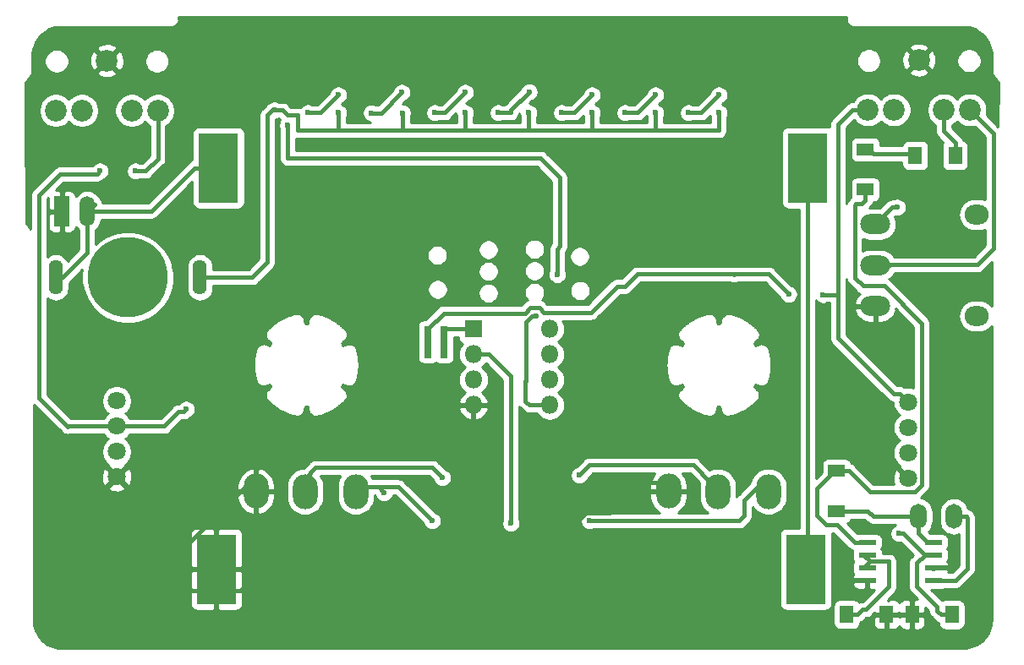
<source format=gbr>
G04 #@! TF.GenerationSoftware,KiCad,Pcbnew,5.1.2-f72e74a~84~ubuntu16.04.1*
G04 #@! TF.CreationDate,2019-05-11T12:56:59+08:00*
G04 #@! TF.ProjectId,MixtapeNEO-3000,4d697874-6170-4654-9e45-4f2d33303030,rev?*
G04 #@! TF.SameCoordinates,Original*
G04 #@! TF.FileFunction,Copper,L2,Bot*
G04 #@! TF.FilePolarity,Positive*
%FSLAX46Y46*%
G04 Gerber Fmt 4.6, Leading zero omitted, Abs format (unit mm)*
G04 Created by KiCad (PCBNEW 5.1.2-f72e74a~84~ubuntu16.04.1) date 2019-05-11 12:56:59*
%MOMM*%
%LPD*%
G04 APERTURE LIST*
%ADD10O,2.400000X2.000000*%
%ADD11O,3.000000X2.000000*%
%ADD12O,1.700000X2.500000*%
%ADD13O,2.500000X3.500000*%
%ADD14O,1.510000X3.010000*%
%ADD15R,1.510000X3.010000*%
%ADD16O,1.800000X1.800000*%
%ADD17R,1.800000X1.800000*%
%ADD18R,1.750000X0.550000*%
%ADD19R,4.000000X7.000000*%
%ADD20C,8.000000*%
%ADD21O,1.400000X3.500000*%
%ADD22R,1.400000X1.800000*%
%ADD23R,1.700000X1.300000*%
%ADD24C,1.800000*%
%ADD25R,0.800000X3.200000*%
%ADD26C,2.181860*%
%ADD27C,0.600000*%
%ADD28C,0.400000*%
%ADD29C,0.254000*%
G04 APERTURE END LIST*
D10*
X196500000Y-88170000D03*
X196500000Y-98330000D03*
D11*
X186340000Y-89150000D03*
X186340000Y-93250000D03*
X186340000Y-97350000D03*
D12*
X194218000Y-118440000D03*
X190662000Y-118440000D03*
D13*
X175660000Y-115950000D03*
X170580000Y-115950000D03*
X165652400Y-115899200D03*
X134340000Y-115950000D03*
X129260000Y-115950000D03*
X124332400Y-115899200D03*
D14*
X107442000Y-87884000D03*
D15*
X104902000Y-87884000D03*
D16*
X153740000Y-99650000D03*
X146120000Y-107270000D03*
X153740000Y-102190000D03*
X146120000Y-104730000D03*
X153740000Y-104730000D03*
X146120000Y-102190000D03*
X153740000Y-107270000D03*
D17*
X146120000Y-99650000D03*
D18*
X192168000Y-124841000D03*
X192168000Y-123571000D03*
X192168000Y-122301000D03*
X192168000Y-121031000D03*
X185564000Y-121031000D03*
X185564000Y-122301000D03*
X185564000Y-123571000D03*
X185564000Y-124841000D03*
D19*
X120590000Y-83500000D03*
X179590000Y-83500000D03*
X179370000Y-123726000D03*
X120370000Y-123726000D03*
D20*
X111506000Y-94488000D03*
D21*
X118726000Y-94488000D03*
X104286000Y-94488000D03*
D22*
X190024000Y-128270000D03*
X194024000Y-128270000D03*
X187480000Y-128260000D03*
X183480000Y-128260000D03*
X194340000Y-82260000D03*
X190340000Y-82260000D03*
D23*
X182470000Y-113880000D03*
X182470000Y-117880000D03*
X185360000Y-81670000D03*
X185360000Y-85670000D03*
D24*
X110390000Y-114470000D03*
X110390000Y-111930000D03*
X110390000Y-109390000D03*
X110390000Y-106850000D03*
X189620000Y-106970000D03*
X189620000Y-109510000D03*
X189620000Y-112050000D03*
X189620000Y-114590000D03*
D25*
X143160000Y-100930000D03*
X141560000Y-100930000D03*
D26*
X104304440Y-77750000D03*
X106902860Y-77750000D03*
X109402220Y-72751280D03*
X114500000Y-77750000D03*
X111901580Y-77750000D03*
X185615720Y-77695220D03*
X188214140Y-77695220D03*
X190713500Y-72696500D03*
X195811280Y-77695220D03*
X193212860Y-77695220D03*
D27*
X149860000Y-119126000D03*
X138990000Y-77990000D03*
X188722000Y-120142000D03*
X132588000Y-77978000D03*
X145288000Y-77978000D03*
X151638000Y-77978000D03*
X157988000Y-77978000D03*
X164342852Y-77982852D03*
X170688000Y-77978000D03*
X126200000Y-77724000D03*
X142240000Y-75946000D03*
X148336000Y-75946000D03*
X154686000Y-75946000D03*
X161036000Y-75946000D03*
X167386000Y-75946000D03*
X173736000Y-76200000D03*
X135890000Y-75946000D03*
X129540000Y-75946000D03*
X116840000Y-121666000D03*
X186320000Y-100040000D03*
X188550000Y-87450000D03*
X108712000Y-83820000D03*
X141986000Y-118872000D03*
X117348000Y-107696000D03*
X137160000Y-116078000D03*
X177670000Y-96160000D03*
X181120000Y-96190000D03*
X152380000Y-98340000D03*
X132588000Y-76200000D03*
X129540000Y-77978000D03*
X127508000Y-79248000D03*
X154500000Y-94190000D03*
X138938000Y-75946000D03*
X135907142Y-77995142D03*
X145288000Y-75946000D03*
X142240000Y-77978000D03*
X151688568Y-75895432D03*
X148590000Y-77978000D03*
X157988000Y-76200000D03*
X154940000Y-77978000D03*
X164338000Y-76200000D03*
X161290000Y-77978000D03*
X170688000Y-76200000D03*
X167640000Y-77978000D03*
X156718000Y-114300000D03*
X157734000Y-118872000D03*
X143002000Y-114554000D03*
X112268000Y-83820000D03*
D28*
X149860000Y-119126000D02*
X149860000Y-104394000D01*
X149860000Y-104394000D02*
X147656000Y-102190000D01*
X147656000Y-102190000D02*
X146120000Y-102190000D01*
X132588000Y-79756000D02*
X138870000Y-79756000D01*
X138870000Y-79756000D02*
X145288000Y-79756000D01*
X138990000Y-77990000D02*
X138990000Y-79636000D01*
X138990000Y-79636000D02*
X138870000Y-79756000D01*
X189132000Y-120142000D02*
X188722000Y-120142000D01*
X191291000Y-122301000D02*
X189132000Y-120142000D01*
X192532000Y-127508000D02*
X192532000Y-127900000D01*
X192532000Y-127900000D02*
X192902000Y-128270000D01*
X192902000Y-128270000D02*
X193802000Y-128270000D01*
X190500000Y-125476000D02*
X192532000Y-127508000D01*
X190500000Y-123092000D02*
X190500000Y-125476000D01*
X192566000Y-122301000D02*
X191291000Y-122301000D01*
X191291000Y-122301000D02*
X190500000Y-123092000D01*
X128524000Y-79756000D02*
X132588000Y-79756000D01*
X128524000Y-78232000D02*
X128524000Y-79756000D01*
X127508000Y-78232000D02*
X128524000Y-78232000D01*
X132588000Y-77978000D02*
X132588000Y-79756000D01*
X145288000Y-79756000D02*
X151638000Y-79756000D01*
X145288000Y-77978000D02*
X145288000Y-79756000D01*
X151638000Y-79756000D02*
X157988000Y-79756000D01*
X151638000Y-77978000D02*
X151638000Y-79756000D01*
X157988000Y-79756000D02*
X164338000Y-79756000D01*
X164338000Y-79756000D02*
X170688000Y-79756000D01*
X164342852Y-77982852D02*
X164342852Y-79751148D01*
X164342852Y-79751148D02*
X164338000Y-79756000D01*
X157988000Y-77978000D02*
X157988000Y-78402264D01*
X157988000Y-78402264D02*
X157988000Y-79756000D01*
X170688000Y-79756000D02*
X170688000Y-77978000D01*
X127000000Y-77724000D02*
X127508000Y-78232000D01*
X126200000Y-77724000D02*
X127000000Y-77724000D01*
X125984000Y-77724000D02*
X126200000Y-77724000D01*
X125476000Y-78232000D02*
X125984000Y-77724000D01*
X125476000Y-84582000D02*
X125476000Y-78232000D01*
X125476000Y-88646000D02*
X125476000Y-84582000D01*
X125476000Y-92964000D02*
X125476000Y-88646000D01*
X123952000Y-94488000D02*
X125476000Y-92964000D01*
X120226000Y-94488000D02*
X123952000Y-94488000D01*
X119126000Y-94488000D02*
X120226000Y-94488000D01*
X117094000Y-121663998D02*
X123533999Y-115223999D01*
X117094000Y-121920000D02*
X117094000Y-121663998D01*
X124460000Y-76708000D02*
X124460000Y-82296000D01*
X125768001Y-75399999D02*
X124460000Y-76708000D01*
X129540000Y-75946000D02*
X128993999Y-75399999D01*
X128993999Y-75399999D02*
X125768001Y-75399999D01*
X141986000Y-74676000D02*
X148336000Y-74676000D01*
X148336000Y-74676000D02*
X154686000Y-74676000D01*
X148336000Y-75946000D02*
X148336000Y-74676000D01*
X154686000Y-75946000D02*
X154686000Y-74676000D01*
X154686000Y-74676000D02*
X160782000Y-74676000D01*
X160782000Y-74676000D02*
X167386000Y-74676000D01*
X161036000Y-75946000D02*
X161036000Y-75521736D01*
X161036000Y-75521736D02*
X160782000Y-75267736D01*
X160782000Y-75267736D02*
X160782000Y-74676000D01*
X167386000Y-74676000D02*
X173736000Y-74676000D01*
X167386000Y-75946000D02*
X167386000Y-74676000D01*
X173736000Y-74676000D02*
X173736000Y-76200000D01*
X142240000Y-74930000D02*
X141986000Y-74676000D01*
X142240000Y-74930000D02*
X142240000Y-75946000D01*
X135890000Y-74676000D02*
X141986000Y-74676000D01*
X135890000Y-74676000D02*
X135890000Y-75946000D01*
X130810000Y-74676000D02*
X135890000Y-74676000D01*
X129540000Y-75946000D02*
X130810000Y-74676000D01*
X159727999Y-118071999D02*
X162795999Y-115003999D01*
X162795999Y-115003999D02*
X164853999Y-115003999D01*
X164853999Y-115003999D02*
X165660000Y-115003999D01*
X155702000Y-121666000D02*
X155702000Y-119719998D01*
X155702000Y-119719998D02*
X157349999Y-118071999D01*
X157349999Y-118071999D02*
X159727999Y-118071999D01*
X152400000Y-124968000D02*
X155702000Y-121666000D01*
X123638000Y-124968000D02*
X152400000Y-124968000D01*
X120360000Y-125846000D02*
X122760000Y-125846000D01*
X122760000Y-125846000D02*
X123638000Y-124968000D01*
X117094000Y-121920000D02*
X116840000Y-121666000D01*
X117348000Y-122174000D02*
X117094000Y-121920000D01*
X123533999Y-115223999D02*
X124340000Y-115223999D01*
X117348000Y-125234000D02*
X117348000Y-122174000D01*
X120360000Y-125846000D02*
X117960000Y-125846000D01*
X117960000Y-125846000D02*
X117348000Y-125234000D01*
X186340000Y-100020000D02*
X186320000Y-100040000D01*
X186340000Y-97350000D02*
X186340000Y-100020000D01*
X188040000Y-87450000D02*
X186340000Y-89150000D01*
X188550000Y-87450000D02*
X188040000Y-87450000D01*
X138591999Y-115477999D02*
X136652000Y-115477999D01*
X141986000Y-118872000D02*
X138591999Y-115477999D01*
X136652000Y-115477999D02*
X135240001Y-115477999D01*
X135240001Y-115477999D02*
X134340000Y-115477999D01*
X137160000Y-116078000D02*
X136860001Y-115778001D01*
X116586000Y-107950000D02*
X117094000Y-107950000D01*
X117094000Y-107950000D02*
X117348000Y-107696000D01*
X136860001Y-115686000D02*
X136652000Y-115477999D01*
X136860001Y-115778001D02*
X136860001Y-115686000D01*
X116586000Y-107950000D02*
X115146000Y-109390000D01*
X115146000Y-109390000D02*
X110390000Y-109390000D01*
X108412001Y-84119999D02*
X108712000Y-83820000D01*
X104720001Y-84119999D02*
X108412001Y-84119999D01*
X110390000Y-109390000D02*
X105490000Y-109390000D01*
X105490000Y-109390000D02*
X105470000Y-109410000D01*
X105470000Y-109410000D02*
X102585990Y-106525990D01*
X102585990Y-86254010D02*
X104720001Y-84119999D01*
X102585990Y-106525990D02*
X102585990Y-86254010D01*
X161280000Y-95390000D02*
X162520000Y-94150000D01*
X162520000Y-94150000D02*
X172128000Y-94150000D01*
X172128000Y-94150000D02*
X172212000Y-94234000D01*
X185194780Y-77695220D02*
X185615720Y-77695220D01*
X175660000Y-94150000D02*
X177670000Y-96160000D01*
X172128000Y-94150000D02*
X175660000Y-94150000D01*
X141560000Y-99629998D02*
X143129998Y-98060000D01*
X141560000Y-100930000D02*
X141560000Y-99629998D01*
X151765775Y-97539999D02*
X152739999Y-97539999D01*
X151245774Y-98060000D02*
X151765775Y-97539999D01*
X143129998Y-98060000D02*
X151245774Y-98060000D01*
X152739999Y-97539999D02*
X153180000Y-97980000D01*
X153180000Y-97980000D02*
X157900000Y-97980000D01*
X160490000Y-95390000D02*
X161280000Y-95390000D01*
X157900000Y-97980000D02*
X160490000Y-95390000D01*
X184072912Y-77695220D02*
X182610000Y-79158132D01*
X185615720Y-77695220D02*
X184072912Y-77695220D01*
X182610000Y-79158132D02*
X182610000Y-96160000D01*
X182610000Y-96160000D02*
X182580000Y-96190000D01*
X181120000Y-96190000D02*
X182580000Y-96190000D01*
X188770001Y-106120001D02*
X189620000Y-106970000D01*
X188162001Y-106120001D02*
X188770001Y-106120001D01*
X182610000Y-100568000D02*
X188162001Y-106120001D01*
X182610000Y-96160000D02*
X182610000Y-100568000D01*
X193212860Y-79832860D02*
X193212860Y-77695220D01*
X194340000Y-80960000D02*
X193212860Y-79832860D01*
X194340000Y-82260000D02*
X194340000Y-80960000D01*
X108156000Y-87170000D02*
X107442000Y-87884000D01*
X107442000Y-87884000D02*
X107442000Y-92032000D01*
X104986000Y-94488000D02*
X103886000Y-94488000D01*
X107442000Y-92032000D02*
X104986000Y-94488000D01*
X108597000Y-87884000D02*
X108621000Y-87860000D01*
X107442000Y-87884000D02*
X108597000Y-87884000D01*
X118190000Y-83500000D02*
X120590000Y-83500000D01*
X113830000Y-87860000D02*
X118190000Y-83500000D01*
X108621000Y-87860000D02*
X113830000Y-87860000D01*
X151955736Y-98340000D02*
X151330000Y-98965736D01*
X152380000Y-98340000D02*
X151955736Y-98340000D01*
X151330000Y-104860000D02*
X151300000Y-104890000D01*
X151330000Y-98965736D02*
X151330000Y-104860000D01*
X151300000Y-104890000D02*
X151300000Y-106860000D01*
X151710000Y-107270000D02*
X153740000Y-107270000D01*
X151300000Y-106860000D02*
X151710000Y-107270000D01*
X129540000Y-77978000D02*
X130810000Y-77978000D01*
X130810000Y-77978000D02*
X132588000Y-76200000D01*
X187706000Y-122936000D02*
X186436000Y-122936000D01*
X186436000Y-122936000D02*
X185801000Y-122936000D01*
X185801000Y-122936000D02*
X185166000Y-123571000D01*
X185801000Y-122936000D02*
X185166000Y-122301000D01*
X185420000Y-127762000D02*
X187706000Y-125476000D01*
X187706000Y-125476000D02*
X187706000Y-122936000D01*
X185078000Y-127762000D02*
X185420000Y-127762000D01*
X184580000Y-128260000D02*
X185078000Y-127762000D01*
X183480000Y-128260000D02*
X184580000Y-128260000D01*
X152820000Y-82550000D02*
X127508000Y-82550000D01*
X127508000Y-82550000D02*
X127508000Y-79248000D01*
X154770001Y-91352001D02*
X154770001Y-84500001D01*
X154500000Y-94190000D02*
X154500000Y-91622002D01*
X154500000Y-91622002D02*
X154770001Y-91352001D01*
X154770001Y-84500001D02*
X152820000Y-82550000D01*
X195468000Y-118440000D02*
X194218000Y-118440000D01*
X192168000Y-124841000D02*
X194389000Y-124841000D01*
X194389000Y-124841000D02*
X195580000Y-123650000D01*
X195580000Y-123650000D02*
X195580000Y-118552000D01*
X195580000Y-118552000D02*
X195468000Y-118440000D01*
X138938000Y-75946000D02*
X136888858Y-77995142D01*
X136888858Y-77995142D02*
X135907142Y-77995142D01*
X143256000Y-77978000D02*
X145288000Y-75946000D01*
X142240000Y-77978000D02*
X143256000Y-77978000D01*
X149860000Y-77724000D02*
X151688568Y-75895432D01*
X149860000Y-77978000D02*
X149860000Y-77724000D01*
X148590000Y-77978000D02*
X149860000Y-77978000D01*
X156210000Y-77978000D02*
X157988000Y-76200000D01*
X154940000Y-77978000D02*
X156210000Y-77978000D01*
X162560000Y-77978000D02*
X164338000Y-76200000D01*
X161290000Y-77978000D02*
X162560000Y-77978000D01*
X168910000Y-77978000D02*
X170688000Y-76200000D01*
X167640000Y-77978000D02*
X168910000Y-77978000D01*
X190140000Y-82060000D02*
X190340000Y-82260000D01*
X186200000Y-82060000D02*
X190140000Y-82060000D01*
X186200000Y-82060000D02*
X186190000Y-82070000D01*
X185810000Y-81670000D02*
X186200000Y-82060000D01*
X185360000Y-81670000D02*
X185810000Y-81670000D01*
X180530000Y-115620000D02*
X182270000Y-113880000D01*
X180530000Y-118340002D02*
X180530000Y-115620000D01*
X185564000Y-121031000D02*
X184289000Y-121031000D01*
X184289000Y-121031000D02*
X182488000Y-119230000D01*
X182488000Y-119230000D02*
X181419998Y-119230000D01*
X182270000Y-113880000D02*
X182470000Y-113880000D01*
X181419998Y-119230000D02*
X180530000Y-118340002D01*
X184410000Y-87120000D02*
X184270000Y-87260000D01*
X184270000Y-94500000D02*
X185110000Y-95340000D01*
X184270000Y-87260000D02*
X184270000Y-94500000D01*
X185110000Y-95340000D02*
X187290000Y-95340000D01*
X183720000Y-113880000D02*
X182470000Y-113880000D01*
X191020001Y-115262001D02*
X190292001Y-115990001D01*
X190292001Y-115990001D02*
X185830001Y-115990001D01*
X191020001Y-99070001D02*
X191020001Y-115262001D01*
X185830001Y-115990001D02*
X183720000Y-113880000D01*
X187290000Y-95340000D02*
X191020001Y-99070001D01*
X185360000Y-86720000D02*
X185360000Y-85670000D01*
X184960000Y-87120000D02*
X185360000Y-86720000D01*
X184410000Y-87120000D02*
X184960000Y-87120000D01*
X185610000Y-117880000D02*
X182470000Y-117880000D01*
X186170000Y-118440000D02*
X185610000Y-117880000D01*
X190916000Y-118440000D02*
X186170000Y-118440000D01*
X191568000Y-121031000D02*
X190662000Y-120125000D01*
X190662000Y-120125000D02*
X190662000Y-118440000D01*
X192168000Y-121031000D02*
X191568000Y-121031000D01*
X157734000Y-113284000D02*
X168134000Y-113284000D01*
X168134000Y-113284000D02*
X169853999Y-115003999D01*
X169853999Y-115003999D02*
X170580000Y-115003999D01*
X156718000Y-114300000D02*
X157734000Y-113284000D01*
X174759999Y-115257999D02*
X175660000Y-115257999D01*
X157734000Y-118872000D02*
X172718000Y-118872000D01*
X173228000Y-118362000D02*
X173228000Y-116789998D01*
X172718000Y-118872000D02*
X173228000Y-118362000D01*
X173228000Y-116789998D02*
X174759999Y-115257999D01*
X143002000Y-114554000D02*
X141986000Y-113538000D01*
X141986000Y-113538000D02*
X130302000Y-113538000D01*
X130302000Y-113538000D02*
X129260000Y-114580000D01*
X129260000Y-114580000D02*
X129260000Y-115223999D01*
X179552000Y-124304000D02*
X179396000Y-124460000D01*
X179552000Y-87438000D02*
X179552000Y-124304000D01*
X179590000Y-87400000D02*
X179552000Y-87438000D01*
X179590000Y-83500000D02*
X179590000Y-87400000D01*
X146120000Y-99650000D02*
X143376000Y-99650000D01*
X143376000Y-99650000D02*
X143294000Y-99568000D01*
X196902209Y-78786149D02*
X195811280Y-77695220D01*
X198200010Y-80083950D02*
X196902209Y-78786149D01*
X198200010Y-91569990D02*
X198200010Y-80083950D01*
X196552000Y-93218000D02*
X198200010Y-91569990D01*
X187754213Y-93250000D02*
X187786213Y-93218000D01*
X187786213Y-93218000D02*
X196552000Y-93218000D01*
X186340000Y-93250000D02*
X187754213Y-93250000D01*
X113284000Y-83820000D02*
X112268000Y-83820000D01*
X114500000Y-82604000D02*
X113284000Y-83820000D01*
X114500000Y-77750000D02*
X114500000Y-82604000D01*
D29*
G36*
X183419545Y-68649421D02*
G01*
X183416231Y-68683069D01*
X183429457Y-68817352D01*
X183468626Y-68946475D01*
X183532233Y-69065476D01*
X183617834Y-69169780D01*
X183711162Y-69246373D01*
X183722138Y-69255381D01*
X183841139Y-69318988D01*
X183970262Y-69358157D01*
X184104545Y-69371383D01*
X184138192Y-69368069D01*
X195183606Y-69368069D01*
X195489869Y-69384256D01*
X195768254Y-69428722D01*
X196036455Y-69500866D01*
X196293634Y-69599276D01*
X196538689Y-69722600D01*
X196770308Y-69869463D01*
X196986981Y-70038395D01*
X197187107Y-70227819D01*
X197369068Y-70436070D01*
X197531231Y-70661376D01*
X197672035Y-70901923D01*
X197789994Y-71155903D01*
X197883708Y-71421558D01*
X197951835Y-71697231D01*
X197993073Y-71981452D01*
X198006928Y-72292080D01*
X198006928Y-72314365D01*
X198006929Y-72314375D01*
X198006928Y-73458008D01*
X198006928Y-73845481D01*
X198004595Y-73897522D01*
X198012019Y-73946132D01*
X198016840Y-73995078D01*
X198022186Y-74012703D01*
X198024967Y-74030909D01*
X198041734Y-74077142D01*
X198056009Y-74124201D01*
X198064691Y-74140443D01*
X198070970Y-74157758D01*
X198096433Y-74199829D01*
X198119616Y-74243202D01*
X198152675Y-74283484D01*
X198662779Y-74965143D01*
X198655094Y-79358166D01*
X197521657Y-78224730D01*
X197521648Y-78224719D01*
X197474981Y-78178052D01*
X197537210Y-77865209D01*
X197537210Y-77525231D01*
X197470883Y-77191785D01*
X197340779Y-76877686D01*
X197151897Y-76595004D01*
X196911496Y-76354603D01*
X196628814Y-76165721D01*
X196314715Y-76035617D01*
X195981269Y-75969290D01*
X195641291Y-75969290D01*
X195307845Y-76035617D01*
X194993746Y-76165721D01*
X194711064Y-76354603D01*
X194512070Y-76553597D01*
X194313076Y-76354603D01*
X194030394Y-76165721D01*
X193716295Y-76035617D01*
X193382849Y-75969290D01*
X193042871Y-75969290D01*
X192709425Y-76035617D01*
X192395326Y-76165721D01*
X192112644Y-76354603D01*
X191872243Y-76595004D01*
X191683361Y-76877686D01*
X191553257Y-77191785D01*
X191486930Y-77525231D01*
X191486930Y-77865209D01*
X191553257Y-78198655D01*
X191683361Y-78512754D01*
X191872243Y-78795436D01*
X192112644Y-79035837D01*
X192377860Y-79213049D01*
X192377860Y-79791841D01*
X192373820Y-79832860D01*
X192381894Y-79914835D01*
X192389942Y-79996548D01*
X192437688Y-80153946D01*
X192515224Y-80299005D01*
X192619569Y-80426151D01*
X192651438Y-80452305D01*
X193152363Y-80953231D01*
X193109463Y-81005506D01*
X193050498Y-81115820D01*
X193014188Y-81235518D01*
X193001928Y-81360000D01*
X193001928Y-83160000D01*
X193014188Y-83284482D01*
X193050498Y-83404180D01*
X193109463Y-83514494D01*
X193188815Y-83611185D01*
X193285506Y-83690537D01*
X193395820Y-83749502D01*
X193515518Y-83785812D01*
X193640000Y-83798072D01*
X195040000Y-83798072D01*
X195164482Y-83785812D01*
X195284180Y-83749502D01*
X195394494Y-83690537D01*
X195491185Y-83611185D01*
X195570537Y-83514494D01*
X195629502Y-83404180D01*
X195665812Y-83284482D01*
X195678072Y-83160000D01*
X195678072Y-81360000D01*
X195665812Y-81235518D01*
X195629502Y-81115820D01*
X195570537Y-81005506D01*
X195491185Y-80908815D01*
X195394494Y-80829463D01*
X195284180Y-80770498D01*
X195164482Y-80734188D01*
X195143445Y-80732116D01*
X195115172Y-80638913D01*
X195037636Y-80493854D01*
X194933291Y-80366709D01*
X194901432Y-80340563D01*
X194047860Y-79486993D01*
X194047860Y-79213049D01*
X194313076Y-79035837D01*
X194512070Y-78836843D01*
X194711064Y-79035837D01*
X194993746Y-79224719D01*
X195307845Y-79354823D01*
X195641291Y-79421150D01*
X195981269Y-79421150D01*
X196294112Y-79358921D01*
X196340779Y-79405588D01*
X196340790Y-79405597D01*
X197365011Y-80429820D01*
X197365010Y-86671548D01*
X197328715Y-86652148D01*
X197020516Y-86558657D01*
X196780322Y-86535000D01*
X196219678Y-86535000D01*
X195979484Y-86558657D01*
X195671285Y-86652148D01*
X195387248Y-86803969D01*
X195138286Y-87008286D01*
X194933969Y-87257248D01*
X194782148Y-87541285D01*
X194688657Y-87849484D01*
X194657089Y-88170000D01*
X194688657Y-88490516D01*
X194782148Y-88798715D01*
X194933969Y-89082752D01*
X195138286Y-89331714D01*
X195387248Y-89536031D01*
X195671285Y-89687852D01*
X195979484Y-89781343D01*
X196219678Y-89805000D01*
X196780322Y-89805000D01*
X197020516Y-89781343D01*
X197328715Y-89687852D01*
X197365010Y-89668452D01*
X197365010Y-91224122D01*
X196206133Y-92383000D01*
X188230486Y-92383000D01*
X188206031Y-92337248D01*
X188001714Y-92088286D01*
X187752752Y-91883969D01*
X187468715Y-91732148D01*
X187160516Y-91638657D01*
X186920322Y-91615000D01*
X185759678Y-91615000D01*
X185519484Y-91638657D01*
X185211285Y-91732148D01*
X185105000Y-91788959D01*
X185105000Y-90611041D01*
X185211285Y-90667852D01*
X185519484Y-90761343D01*
X185759678Y-90785000D01*
X186920322Y-90785000D01*
X187160516Y-90761343D01*
X187468715Y-90667852D01*
X187752752Y-90516031D01*
X188001714Y-90311714D01*
X188206031Y-90062752D01*
X188357852Y-89778715D01*
X188451343Y-89470516D01*
X188482911Y-89150000D01*
X188451343Y-88829484D01*
X188357852Y-88521285D01*
X188285306Y-88385562D01*
X188314412Y-88356456D01*
X188457911Y-88385000D01*
X188642089Y-88385000D01*
X188822729Y-88349068D01*
X188992889Y-88278586D01*
X189146028Y-88176262D01*
X189276262Y-88046028D01*
X189378586Y-87892889D01*
X189449068Y-87722729D01*
X189485000Y-87542089D01*
X189485000Y-87357911D01*
X189449068Y-87177271D01*
X189378586Y-87007111D01*
X189276262Y-86853972D01*
X189146028Y-86723738D01*
X188992889Y-86621414D01*
X188822729Y-86550932D01*
X188642089Y-86515000D01*
X188457911Y-86515000D01*
X188277271Y-86550932D01*
X188122596Y-86615000D01*
X188081018Y-86615000D01*
X188039999Y-86610960D01*
X187998981Y-86615000D01*
X187876311Y-86627082D01*
X187718913Y-86674828D01*
X187573854Y-86752364D01*
X187446709Y-86856709D01*
X187420559Y-86888574D01*
X186794132Y-87515000D01*
X185759678Y-87515000D01*
X185744358Y-87516509D01*
X185921422Y-87339445D01*
X185953291Y-87313291D01*
X186057636Y-87186146D01*
X186135172Y-87041087D01*
X186160354Y-86958072D01*
X186210000Y-86958072D01*
X186334482Y-86945812D01*
X186454180Y-86909502D01*
X186564494Y-86850537D01*
X186661185Y-86771185D01*
X186740537Y-86674494D01*
X186799502Y-86564180D01*
X186835812Y-86444482D01*
X186848072Y-86320000D01*
X186848072Y-85020000D01*
X186835812Y-84895518D01*
X186799502Y-84775820D01*
X186740537Y-84665506D01*
X186661185Y-84568815D01*
X186564494Y-84489463D01*
X186454180Y-84430498D01*
X186334482Y-84394188D01*
X186210000Y-84381928D01*
X184510000Y-84381928D01*
X184385518Y-84394188D01*
X184265820Y-84430498D01*
X184155506Y-84489463D01*
X184058815Y-84568815D01*
X183979463Y-84665506D01*
X183920498Y-84775820D01*
X183884188Y-84895518D01*
X183871928Y-85020000D01*
X183871928Y-86320000D01*
X183884188Y-86444482D01*
X183890709Y-86465979D01*
X183816709Y-86526709D01*
X183790561Y-86558571D01*
X183708577Y-86640555D01*
X183676709Y-86666709D01*
X183599312Y-86761019D01*
X183572364Y-86793855D01*
X183494828Y-86938914D01*
X183447082Y-87096312D01*
X183445000Y-87117451D01*
X183445000Y-81020000D01*
X183871928Y-81020000D01*
X183871928Y-82320000D01*
X183884188Y-82444482D01*
X183920498Y-82564180D01*
X183979463Y-82674494D01*
X184058815Y-82771185D01*
X184155506Y-82850537D01*
X184265820Y-82909502D01*
X184385518Y-82945812D01*
X184510000Y-82958072D01*
X186210000Y-82958072D01*
X186334482Y-82945812D01*
X186454180Y-82909502D01*
X186481311Y-82895000D01*
X189001928Y-82895000D01*
X189001928Y-83160000D01*
X189014188Y-83284482D01*
X189050498Y-83404180D01*
X189109463Y-83514494D01*
X189188815Y-83611185D01*
X189285506Y-83690537D01*
X189395820Y-83749502D01*
X189515518Y-83785812D01*
X189640000Y-83798072D01*
X191040000Y-83798072D01*
X191164482Y-83785812D01*
X191284180Y-83749502D01*
X191394494Y-83690537D01*
X191491185Y-83611185D01*
X191570537Y-83514494D01*
X191629502Y-83404180D01*
X191665812Y-83284482D01*
X191678072Y-83160000D01*
X191678072Y-81360000D01*
X191665812Y-81235518D01*
X191629502Y-81115820D01*
X191570537Y-81005506D01*
X191491185Y-80908815D01*
X191394494Y-80829463D01*
X191284180Y-80770498D01*
X191164482Y-80734188D01*
X191040000Y-80721928D01*
X189640000Y-80721928D01*
X189515518Y-80734188D01*
X189395820Y-80770498D01*
X189285506Y-80829463D01*
X189188815Y-80908815D01*
X189109463Y-81005506D01*
X189050498Y-81115820D01*
X189017379Y-81225000D01*
X186848072Y-81225000D01*
X186848072Y-81020000D01*
X186835812Y-80895518D01*
X186799502Y-80775820D01*
X186740537Y-80665506D01*
X186661185Y-80568815D01*
X186564494Y-80489463D01*
X186454180Y-80430498D01*
X186334482Y-80394188D01*
X186210000Y-80381928D01*
X184510000Y-80381928D01*
X184385518Y-80394188D01*
X184265820Y-80430498D01*
X184155506Y-80489463D01*
X184058815Y-80568815D01*
X183979463Y-80665506D01*
X183920498Y-80775820D01*
X183884188Y-80895518D01*
X183871928Y-81020000D01*
X183445000Y-81020000D01*
X183445000Y-79503999D01*
X184226421Y-78722578D01*
X184275103Y-78795436D01*
X184515504Y-79035837D01*
X184798186Y-79224719D01*
X185112285Y-79354823D01*
X185445731Y-79421150D01*
X185785709Y-79421150D01*
X186119155Y-79354823D01*
X186433254Y-79224719D01*
X186715936Y-79035837D01*
X186914930Y-78836843D01*
X187113924Y-79035837D01*
X187396606Y-79224719D01*
X187710705Y-79354823D01*
X188044151Y-79421150D01*
X188384129Y-79421150D01*
X188717575Y-79354823D01*
X189031674Y-79224719D01*
X189314356Y-79035837D01*
X189554757Y-78795436D01*
X189743639Y-78512754D01*
X189873743Y-78198655D01*
X189940070Y-77865209D01*
X189940070Y-77525231D01*
X189873743Y-77191785D01*
X189743639Y-76877686D01*
X189554757Y-76595004D01*
X189314356Y-76354603D01*
X189031674Y-76165721D01*
X188717575Y-76035617D01*
X188384129Y-75969290D01*
X188044151Y-75969290D01*
X187710705Y-76035617D01*
X187396606Y-76165721D01*
X187113924Y-76354603D01*
X186914930Y-76553597D01*
X186715936Y-76354603D01*
X186433254Y-76165721D01*
X186119155Y-76035617D01*
X185785709Y-75969290D01*
X185445731Y-75969290D01*
X185112285Y-76035617D01*
X184798186Y-76165721D01*
X184515504Y-76354603D01*
X184275103Y-76595004D01*
X184098882Y-76858738D01*
X184072912Y-76856180D01*
X184031893Y-76860220D01*
X183909223Y-76872302D01*
X183751825Y-76920048D01*
X183606766Y-76997584D01*
X183479621Y-77101929D01*
X183453471Y-77133794D01*
X182048579Y-78538686D01*
X182016709Y-78564841D01*
X181925783Y-78675636D01*
X181912364Y-78691987D01*
X181834828Y-78837046D01*
X181787082Y-78994444D01*
X181770960Y-79158132D01*
X181775000Y-79199151D01*
X181775000Y-79392546D01*
X181714482Y-79374188D01*
X181590000Y-79361928D01*
X177590000Y-79361928D01*
X177465518Y-79374188D01*
X177345820Y-79410498D01*
X177235506Y-79469463D01*
X177138815Y-79548815D01*
X177059463Y-79645506D01*
X177000498Y-79755820D01*
X176964188Y-79875518D01*
X176951928Y-80000000D01*
X176951928Y-87000000D01*
X176964188Y-87124482D01*
X177000498Y-87244180D01*
X177059463Y-87354494D01*
X177138815Y-87451185D01*
X177235506Y-87530537D01*
X177345820Y-87589502D01*
X177465518Y-87625812D01*
X177590000Y-87638072D01*
X178717000Y-87638072D01*
X178717001Y-119587928D01*
X177370000Y-119587928D01*
X177245518Y-119600188D01*
X177125820Y-119636498D01*
X177015506Y-119695463D01*
X176918815Y-119774815D01*
X176839463Y-119871506D01*
X176780498Y-119981820D01*
X176744188Y-120101518D01*
X176731928Y-120226000D01*
X176731928Y-127226000D01*
X176744188Y-127350482D01*
X176780498Y-127470180D01*
X176839463Y-127580494D01*
X176918815Y-127677185D01*
X177015506Y-127756537D01*
X177125820Y-127815502D01*
X177245518Y-127851812D01*
X177370000Y-127864072D01*
X181370000Y-127864072D01*
X181494482Y-127851812D01*
X181614180Y-127815502D01*
X181724494Y-127756537D01*
X181821185Y-127677185D01*
X181900537Y-127580494D01*
X181959502Y-127470180D01*
X181995812Y-127350482D01*
X182008072Y-127226000D01*
X182008072Y-125126750D01*
X184054000Y-125126750D01*
X184063756Y-125243301D01*
X184100605Y-125362834D01*
X184160066Y-125472881D01*
X184239853Y-125569214D01*
X184336901Y-125648130D01*
X184447480Y-125706596D01*
X184567340Y-125742366D01*
X184691876Y-125754066D01*
X185278250Y-125751000D01*
X185437000Y-125592250D01*
X185437000Y-124968000D01*
X184212750Y-124968000D01*
X184054000Y-125126750D01*
X182008072Y-125126750D01*
X182008072Y-120226000D01*
X181995812Y-120101518D01*
X181984734Y-120065000D01*
X182142133Y-120065000D01*
X183669563Y-121592432D01*
X183695709Y-121624291D01*
X183727568Y-121650437D01*
X183727570Y-121650439D01*
X183822854Y-121728636D01*
X183967913Y-121806172D01*
X184081645Y-121840672D01*
X184063188Y-121901518D01*
X184050928Y-122026000D01*
X184050928Y-122576000D01*
X184063188Y-122700482D01*
X184099498Y-122820180D01*
X184158463Y-122930494D01*
X184162982Y-122936000D01*
X184158463Y-122941506D01*
X184099498Y-123051820D01*
X184063188Y-123171518D01*
X184050928Y-123296000D01*
X184050928Y-123846000D01*
X184063188Y-123970482D01*
X184099498Y-124090180D01*
X184158463Y-124200494D01*
X184162816Y-124205798D01*
X184160066Y-124209119D01*
X184100605Y-124319166D01*
X184063756Y-124438699D01*
X184054000Y-124555250D01*
X184212750Y-124714000D01*
X185437000Y-124714000D01*
X185437000Y-124694000D01*
X185691000Y-124694000D01*
X185691000Y-124714000D01*
X185711000Y-124714000D01*
X185711000Y-124968000D01*
X185691000Y-124968000D01*
X185691000Y-125592250D01*
X185849750Y-125751000D01*
X186248050Y-125753083D01*
X185078156Y-126922977D01*
X185077999Y-126922961D01*
X185036991Y-126927000D01*
X185036981Y-126927000D01*
X184914311Y-126939082D01*
X184756913Y-126986828D01*
X184713077Y-127010259D01*
X184710537Y-127005506D01*
X184631185Y-126908815D01*
X184534494Y-126829463D01*
X184424180Y-126770498D01*
X184304482Y-126734188D01*
X184180000Y-126721928D01*
X182780000Y-126721928D01*
X182655518Y-126734188D01*
X182535820Y-126770498D01*
X182425506Y-126829463D01*
X182328815Y-126908815D01*
X182249463Y-127005506D01*
X182190498Y-127115820D01*
X182154188Y-127235518D01*
X182141928Y-127360000D01*
X182141928Y-129160000D01*
X182154188Y-129284482D01*
X182190498Y-129404180D01*
X182249463Y-129514494D01*
X182328815Y-129611185D01*
X182425506Y-129690537D01*
X182535820Y-129749502D01*
X182655518Y-129785812D01*
X182780000Y-129798072D01*
X184180000Y-129798072D01*
X184304482Y-129785812D01*
X184424180Y-129749502D01*
X184534494Y-129690537D01*
X184631185Y-129611185D01*
X184710537Y-129514494D01*
X184769502Y-129404180D01*
X184805812Y-129284482D01*
X184818072Y-129160000D01*
X186141928Y-129160000D01*
X186154188Y-129284482D01*
X186190498Y-129404180D01*
X186249463Y-129514494D01*
X186328815Y-129611185D01*
X186425506Y-129690537D01*
X186535820Y-129749502D01*
X186655518Y-129785812D01*
X186780000Y-129798072D01*
X187194250Y-129795000D01*
X187353000Y-129636250D01*
X187353000Y-128387000D01*
X187607000Y-128387000D01*
X187607000Y-129636250D01*
X187765750Y-129795000D01*
X188180000Y-129798072D01*
X188304482Y-129785812D01*
X188424180Y-129749502D01*
X188534494Y-129690537D01*
X188631185Y-129611185D01*
X188710537Y-129514494D01*
X188749327Y-129441923D01*
X188793463Y-129524494D01*
X188872815Y-129621185D01*
X188969506Y-129700537D01*
X189079820Y-129759502D01*
X189199518Y-129795812D01*
X189324000Y-129808072D01*
X189738250Y-129805000D01*
X189897000Y-129646250D01*
X189897000Y-128397000D01*
X190151000Y-128397000D01*
X190151000Y-129646250D01*
X190309750Y-129805000D01*
X190724000Y-129808072D01*
X190848482Y-129795812D01*
X190968180Y-129759502D01*
X191078494Y-129700537D01*
X191175185Y-129621185D01*
X191254537Y-129524494D01*
X191313502Y-129414180D01*
X191349812Y-129294482D01*
X191362072Y-129170000D01*
X191359000Y-128555750D01*
X191200250Y-128397000D01*
X190151000Y-128397000D01*
X189897000Y-128397000D01*
X188847750Y-128397000D01*
X188757000Y-128487750D01*
X188656250Y-128387000D01*
X187607000Y-128387000D01*
X187353000Y-128387000D01*
X186303750Y-128387000D01*
X186145000Y-128545750D01*
X186141928Y-129160000D01*
X184818072Y-129160000D01*
X184818072Y-129060354D01*
X184901087Y-129035172D01*
X185046146Y-128957636D01*
X185173291Y-128853291D01*
X185199446Y-128821421D01*
X185419843Y-128601024D01*
X185420000Y-128601040D01*
X185461018Y-128597000D01*
X185461019Y-128597000D01*
X185583689Y-128584918D01*
X185741087Y-128537172D01*
X185886146Y-128459636D01*
X186013291Y-128355291D01*
X186039446Y-128323421D01*
X186266809Y-128096059D01*
X186303750Y-128133000D01*
X187353000Y-128133000D01*
X187353000Y-128113000D01*
X187607000Y-128113000D01*
X187607000Y-128133000D01*
X188656250Y-128133000D01*
X188747000Y-128042250D01*
X188847750Y-128143000D01*
X189897000Y-128143000D01*
X189897000Y-126893750D01*
X189738250Y-126735000D01*
X189324000Y-126731928D01*
X189199518Y-126744188D01*
X189079820Y-126780498D01*
X188969506Y-126839463D01*
X188872815Y-126918815D01*
X188793463Y-127015506D01*
X188754673Y-127088077D01*
X188710537Y-127005506D01*
X188631185Y-126908815D01*
X188534494Y-126829463D01*
X188424180Y-126770498D01*
X188304482Y-126734188D01*
X188180000Y-126721928D01*
X187765750Y-126725000D01*
X187607002Y-126883748D01*
X187607002Y-126755866D01*
X188267428Y-126095440D01*
X188299291Y-126069291D01*
X188403636Y-125942146D01*
X188481172Y-125797087D01*
X188528918Y-125639689D01*
X188541000Y-125517019D01*
X188541000Y-125517018D01*
X188545040Y-125476001D01*
X188541000Y-125434982D01*
X188541000Y-122977019D01*
X188545040Y-122936000D01*
X188528918Y-122772311D01*
X188481172Y-122614913D01*
X188403636Y-122469854D01*
X188299291Y-122342709D01*
X188172146Y-122238364D01*
X188027087Y-122160828D01*
X187869689Y-122113082D01*
X187747019Y-122101000D01*
X187706000Y-122096960D01*
X187664982Y-122101000D01*
X187077072Y-122101000D01*
X187077072Y-122026000D01*
X187064812Y-121901518D01*
X187028502Y-121781820D01*
X186969537Y-121671506D01*
X186965018Y-121666000D01*
X186969537Y-121660494D01*
X187028502Y-121550180D01*
X187064812Y-121430482D01*
X187077072Y-121306000D01*
X187077072Y-120756000D01*
X187064812Y-120631518D01*
X187028502Y-120511820D01*
X186969537Y-120401506D01*
X186890185Y-120304815D01*
X186793494Y-120225463D01*
X186683180Y-120166498D01*
X186563482Y-120130188D01*
X186439000Y-120117928D01*
X184689000Y-120117928D01*
X184568650Y-120129781D01*
X183559722Y-119120854D01*
X183564180Y-119119502D01*
X183674494Y-119060537D01*
X183771185Y-118981185D01*
X183850537Y-118884494D01*
X183909502Y-118774180D01*
X183927454Y-118715000D01*
X185264133Y-118715000D01*
X185550558Y-119001426D01*
X185576709Y-119033291D01*
X185703854Y-119137636D01*
X185848913Y-119215172D01*
X186006311Y-119262918D01*
X186128981Y-119275000D01*
X186128982Y-119275000D01*
X186170000Y-119279040D01*
X186211018Y-119275000D01*
X188371851Y-119275000D01*
X188279111Y-119313414D01*
X188125972Y-119415738D01*
X187995738Y-119545972D01*
X187893414Y-119699111D01*
X187822932Y-119869271D01*
X187787000Y-120049911D01*
X187787000Y-120234089D01*
X187822932Y-120414729D01*
X187893414Y-120584889D01*
X187995738Y-120738028D01*
X188125972Y-120868262D01*
X188279111Y-120970586D01*
X188449271Y-121041068D01*
X188629911Y-121077000D01*
X188814089Y-121077000D01*
X188874180Y-121065047D01*
X190110132Y-122301000D01*
X189938578Y-122472555D01*
X189906709Y-122498709D01*
X189843279Y-122576000D01*
X189802364Y-122625855D01*
X189724828Y-122770914D01*
X189677082Y-122928312D01*
X189660960Y-123092000D01*
X189665000Y-123133019D01*
X189665001Y-125434972D01*
X189660960Y-125476000D01*
X189677082Y-125639688D01*
X189724828Y-125797086D01*
X189724829Y-125797087D01*
X189802365Y-125942146D01*
X189906710Y-126069291D01*
X189938574Y-126095441D01*
X190576157Y-126733024D01*
X190309750Y-126735000D01*
X190151000Y-126893750D01*
X190151000Y-128143000D01*
X191200250Y-128143000D01*
X191359000Y-127984250D01*
X191361331Y-127518199D01*
X191697000Y-127853869D01*
X191697000Y-127858982D01*
X191692960Y-127900000D01*
X191697000Y-127941018D01*
X191697000Y-127941019D01*
X191709082Y-128063689D01*
X191756828Y-128221087D01*
X191834364Y-128366146D01*
X191938710Y-128493291D01*
X191970574Y-128519441D01*
X192282554Y-128831421D01*
X192308709Y-128863291D01*
X192435854Y-128967636D01*
X192580913Y-129045172D01*
X192685928Y-129077028D01*
X192685928Y-129170000D01*
X192698188Y-129294482D01*
X192734498Y-129414180D01*
X192793463Y-129524494D01*
X192872815Y-129621185D01*
X192969506Y-129700537D01*
X193079820Y-129759502D01*
X193199518Y-129795812D01*
X193324000Y-129808072D01*
X194724000Y-129808072D01*
X194848482Y-129795812D01*
X194968180Y-129759502D01*
X195078494Y-129700537D01*
X195175185Y-129621185D01*
X195254537Y-129524494D01*
X195313502Y-129414180D01*
X195349812Y-129294482D01*
X195362072Y-129170000D01*
X195362072Y-127370000D01*
X195349812Y-127245518D01*
X195313502Y-127125820D01*
X195254537Y-127015506D01*
X195175185Y-126918815D01*
X195078494Y-126839463D01*
X194968180Y-126780498D01*
X194848482Y-126744188D01*
X194724000Y-126731928D01*
X193324000Y-126731928D01*
X193199518Y-126744188D01*
X193079820Y-126780498D01*
X193018268Y-126813399D01*
X191958940Y-125754072D01*
X193043000Y-125754072D01*
X193167482Y-125741812D01*
X193287180Y-125705502D01*
X193342373Y-125676000D01*
X194347982Y-125676000D01*
X194389000Y-125680040D01*
X194430018Y-125676000D01*
X194430019Y-125676000D01*
X194552689Y-125663918D01*
X194710087Y-125616172D01*
X194855146Y-125538636D01*
X194982291Y-125434291D01*
X195008446Y-125402421D01*
X196141428Y-124269440D01*
X196173291Y-124243291D01*
X196277636Y-124116146D01*
X196355172Y-123971087D01*
X196402918Y-123813689D01*
X196415000Y-123691019D01*
X196415000Y-123691009D01*
X196419039Y-123650001D01*
X196415000Y-123608993D01*
X196415000Y-118593018D01*
X196419040Y-118552000D01*
X196404367Y-118403019D01*
X196402918Y-118388311D01*
X196355172Y-118230913D01*
X196277636Y-118085854D01*
X196173291Y-117958709D01*
X196141425Y-117932557D01*
X196087444Y-117878577D01*
X196061291Y-117846709D01*
X195934146Y-117742364D01*
X195789087Y-117664828D01*
X195642527Y-117620370D01*
X195596599Y-117468966D01*
X195458706Y-117210986D01*
X195273134Y-116984866D01*
X195047014Y-116799294D01*
X194789034Y-116661401D01*
X194509111Y-116576487D01*
X194218000Y-116547815D01*
X193926890Y-116576487D01*
X193646967Y-116661401D01*
X193388987Y-116799294D01*
X193162866Y-116984866D01*
X192977294Y-117210986D01*
X192839401Y-117468966D01*
X192754487Y-117748889D01*
X192733000Y-117967050D01*
X192733000Y-118912949D01*
X192754487Y-119131110D01*
X192839401Y-119411033D01*
X192977294Y-119669013D01*
X193162866Y-119895134D01*
X193388986Y-120080706D01*
X193646966Y-120218599D01*
X193926889Y-120303513D01*
X194218000Y-120332185D01*
X194509110Y-120303513D01*
X194745001Y-120231956D01*
X194745000Y-123304132D01*
X194043133Y-124006000D01*
X193658164Y-124006000D01*
X193668244Y-123973301D01*
X193678000Y-123856750D01*
X193519250Y-123698000D01*
X192295000Y-123698000D01*
X192295000Y-123718000D01*
X192041000Y-123718000D01*
X192041000Y-123698000D01*
X192021000Y-123698000D01*
X192021000Y-123444000D01*
X192041000Y-123444000D01*
X192041000Y-123424000D01*
X192295000Y-123424000D01*
X192295000Y-123444000D01*
X193519250Y-123444000D01*
X193678000Y-123285250D01*
X193668244Y-123168699D01*
X193631395Y-123049166D01*
X193571934Y-122939119D01*
X193569184Y-122935798D01*
X193573537Y-122930494D01*
X193632502Y-122820180D01*
X193668812Y-122700482D01*
X193681072Y-122576000D01*
X193681072Y-122026000D01*
X193668812Y-121901518D01*
X193632502Y-121781820D01*
X193573537Y-121671506D01*
X193569018Y-121666000D01*
X193573537Y-121660494D01*
X193632502Y-121550180D01*
X193668812Y-121430482D01*
X193681072Y-121306000D01*
X193681072Y-120756000D01*
X193668812Y-120631518D01*
X193632502Y-120511820D01*
X193573537Y-120401506D01*
X193494185Y-120304815D01*
X193397494Y-120225463D01*
X193287180Y-120166498D01*
X193167482Y-120130188D01*
X193043000Y-120117928D01*
X191835796Y-120117928D01*
X191659940Y-119942072D01*
X191717134Y-119895134D01*
X191902706Y-119669014D01*
X192040599Y-119411034D01*
X192125513Y-119131111D01*
X192147000Y-118912950D01*
X192147000Y-117967051D01*
X192125513Y-117748889D01*
X192040599Y-117468966D01*
X191902706Y-117210986D01*
X191717134Y-116984866D01*
X191491014Y-116799294D01*
X191233034Y-116661401D01*
X190953111Y-116576487D01*
X190895531Y-116570816D01*
X190911447Y-116551423D01*
X191581427Y-115881443D01*
X191613292Y-115855292D01*
X191717637Y-115728147D01*
X191795173Y-115583088D01*
X191842919Y-115425690D01*
X191855001Y-115303020D01*
X191855001Y-115303010D01*
X191859040Y-115262002D01*
X191855001Y-115220994D01*
X191855001Y-99111019D01*
X191859041Y-99070000D01*
X191842919Y-98906312D01*
X191795173Y-98748914D01*
X191717637Y-98603855D01*
X191699876Y-98582213D01*
X191613292Y-98476710D01*
X191581429Y-98450561D01*
X187909446Y-94778579D01*
X187883291Y-94746709D01*
X187756146Y-94642364D01*
X187729816Y-94628290D01*
X187752752Y-94616031D01*
X188001714Y-94411714D01*
X188206031Y-94162752D01*
X188264695Y-94053000D01*
X196510982Y-94053000D01*
X196552000Y-94057040D01*
X196593018Y-94053000D01*
X196593019Y-94053000D01*
X196715689Y-94040918D01*
X196873087Y-93993172D01*
X197018146Y-93915636D01*
X197145291Y-93811291D01*
X197171446Y-93779421D01*
X197983479Y-92967389D01*
X197983479Y-97316657D01*
X197861714Y-97168286D01*
X197612752Y-96963969D01*
X197328715Y-96812148D01*
X197020516Y-96718657D01*
X196780322Y-96695000D01*
X196219678Y-96695000D01*
X195979484Y-96718657D01*
X195671285Y-96812148D01*
X195387248Y-96963969D01*
X195138286Y-97168286D01*
X194933969Y-97417248D01*
X194782148Y-97701285D01*
X194688657Y-98009484D01*
X194657089Y-98330000D01*
X194688657Y-98650516D01*
X194782148Y-98958715D01*
X194933969Y-99242752D01*
X195138286Y-99491714D01*
X195387248Y-99696031D01*
X195671285Y-99847852D01*
X195979484Y-99941343D01*
X196219678Y-99965000D01*
X196780322Y-99965000D01*
X197020516Y-99941343D01*
X197328715Y-99847852D01*
X197612752Y-99696031D01*
X197861714Y-99491714D01*
X197983479Y-99343343D01*
X197983478Y-128735862D01*
X197968264Y-129042336D01*
X197926181Y-129323390D01*
X197857756Y-129595029D01*
X197764316Y-129855978D01*
X197647182Y-130104797D01*
X197507711Y-130339948D01*
X197347332Y-130559804D01*
X197167520Y-130762743D01*
X196969803Y-130947160D01*
X196755709Y-131111518D01*
X196526752Y-131254342D01*
X196284301Y-131374274D01*
X196029646Y-131469971D01*
X195763838Y-131540122D01*
X195487675Y-131583363D01*
X195183965Y-131599090D01*
X104758903Y-131599090D01*
X104458244Y-131583123D01*
X104188589Y-131539546D01*
X103931566Y-131469180D01*
X103687247Y-131373502D01*
X103455964Y-131253799D01*
X103238378Y-131111290D01*
X103035421Y-130947216D01*
X102848237Y-130762920D01*
X102678094Y-130559849D01*
X102526335Y-130339581D01*
X102394329Y-130103832D01*
X102283379Y-129854317D01*
X102194772Y-129592854D01*
X102129719Y-129321211D01*
X102089386Y-129041115D01*
X102074176Y-128739514D01*
X102074176Y-127226000D01*
X117731928Y-127226000D01*
X117744188Y-127350482D01*
X117780498Y-127470180D01*
X117839463Y-127580494D01*
X117918815Y-127677185D01*
X118015506Y-127756537D01*
X118125820Y-127815502D01*
X118245518Y-127851812D01*
X118370000Y-127864072D01*
X120084250Y-127861000D01*
X120243000Y-127702250D01*
X120243000Y-123853000D01*
X120497000Y-123853000D01*
X120497000Y-127702250D01*
X120655750Y-127861000D01*
X122370000Y-127864072D01*
X122494482Y-127851812D01*
X122614180Y-127815502D01*
X122724494Y-127756537D01*
X122821185Y-127677185D01*
X122900537Y-127580494D01*
X122959502Y-127470180D01*
X122995812Y-127350482D01*
X123008072Y-127226000D01*
X123005000Y-124011750D01*
X122846250Y-123853000D01*
X120497000Y-123853000D01*
X120243000Y-123853000D01*
X117893750Y-123853000D01*
X117735000Y-124011750D01*
X117731928Y-127226000D01*
X102074176Y-127226000D01*
X102074176Y-120226000D01*
X117731928Y-120226000D01*
X117735000Y-123440250D01*
X117893750Y-123599000D01*
X120243000Y-123599000D01*
X120243000Y-119749750D01*
X120497000Y-119749750D01*
X120497000Y-123599000D01*
X122846250Y-123599000D01*
X123005000Y-123440250D01*
X123008072Y-120226000D01*
X122995812Y-120101518D01*
X122959502Y-119981820D01*
X122900537Y-119871506D01*
X122821185Y-119774815D01*
X122724494Y-119695463D01*
X122614180Y-119636498D01*
X122494482Y-119600188D01*
X122370000Y-119587928D01*
X120655750Y-119591000D01*
X120497000Y-119749750D01*
X120243000Y-119749750D01*
X120084250Y-119591000D01*
X118370000Y-119587928D01*
X118245518Y-119600188D01*
X118125820Y-119636498D01*
X118015506Y-119695463D01*
X117918815Y-119774815D01*
X117839463Y-119871506D01*
X117780498Y-119981820D01*
X117744188Y-120101518D01*
X117731928Y-120226000D01*
X102074176Y-120226000D01*
X102074176Y-116026200D01*
X122447400Y-116026200D01*
X122447400Y-116526200D01*
X122508396Y-116891505D01*
X122639488Y-117237891D01*
X122835637Y-117552047D01*
X123089306Y-117821899D01*
X123390747Y-118037078D01*
X123728375Y-118189314D01*
X123912755Y-118236895D01*
X124205400Y-118120772D01*
X124205400Y-116026200D01*
X124459400Y-116026200D01*
X124459400Y-118120772D01*
X124752045Y-118236895D01*
X124936425Y-118189314D01*
X125274053Y-118037078D01*
X125575494Y-117821899D01*
X125829163Y-117552047D01*
X126025312Y-117237891D01*
X126156404Y-116891505D01*
X126217400Y-116526200D01*
X126217400Y-116026200D01*
X124459400Y-116026200D01*
X124205400Y-116026200D01*
X122447400Y-116026200D01*
X102074176Y-116026200D01*
X102074176Y-115534080D01*
X109505525Y-115534080D01*
X109589208Y-115788261D01*
X109861775Y-115919158D01*
X110154642Y-115994365D01*
X110456553Y-116010991D01*
X110755907Y-115968397D01*
X111041199Y-115868222D01*
X111190792Y-115788261D01*
X111274475Y-115534080D01*
X110390000Y-114649605D01*
X109505525Y-115534080D01*
X102074176Y-115534080D01*
X102074176Y-114536553D01*
X108849009Y-114536553D01*
X108891603Y-114835907D01*
X108991778Y-115121199D01*
X109071739Y-115270792D01*
X109325920Y-115354475D01*
X110210395Y-114470000D01*
X110569605Y-114470000D01*
X111454080Y-115354475D01*
X111703984Y-115272200D01*
X122447400Y-115272200D01*
X122447400Y-115772200D01*
X124205400Y-115772200D01*
X124205400Y-113677628D01*
X124459400Y-113677628D01*
X124459400Y-115772200D01*
X126217400Y-115772200D01*
X126217400Y-115357404D01*
X127375000Y-115357404D01*
X127375000Y-116542597D01*
X127402275Y-116819524D01*
X127510061Y-117174848D01*
X127685098Y-117502317D01*
X127920656Y-117789345D01*
X128207684Y-118024903D01*
X128535153Y-118199939D01*
X128890477Y-118307725D01*
X129260000Y-118344120D01*
X129629524Y-118307725D01*
X129984848Y-118199939D01*
X130312317Y-118024903D01*
X130599345Y-117789345D01*
X130834903Y-117502317D01*
X131009939Y-117174848D01*
X131117725Y-116819524D01*
X131145000Y-116542597D01*
X131145000Y-115357403D01*
X131117725Y-115080476D01*
X131009939Y-114725152D01*
X130834903Y-114397683D01*
X130814646Y-114373000D01*
X132785354Y-114373000D01*
X132765097Y-114397683D01*
X132590061Y-114725153D01*
X132482275Y-115080477D01*
X132455000Y-115357404D01*
X132455000Y-116542597D01*
X132482275Y-116819524D01*
X132590061Y-117174848D01*
X132765098Y-117502317D01*
X133000656Y-117789345D01*
X133287684Y-118024903D01*
X133615153Y-118199939D01*
X133970477Y-118307725D01*
X134340000Y-118344120D01*
X134709524Y-118307725D01*
X135064848Y-118199939D01*
X135392317Y-118024903D01*
X135679345Y-117789345D01*
X135914903Y-117502317D01*
X136089939Y-117174848D01*
X136197725Y-116819524D01*
X136225000Y-116542597D01*
X136225000Y-116320468D01*
X136266710Y-116371292D01*
X136270860Y-116374698D01*
X136331414Y-116520889D01*
X136433738Y-116674028D01*
X136563972Y-116804262D01*
X136717111Y-116906586D01*
X136887271Y-116977068D01*
X137067911Y-117013000D01*
X137252089Y-117013000D01*
X137432729Y-116977068D01*
X137602889Y-116906586D01*
X137756028Y-116804262D01*
X137886262Y-116674028D01*
X137988586Y-116520889D01*
X138059068Y-116350729D01*
X138066573Y-116312999D01*
X138246132Y-116312999D01*
X141093346Y-119160214D01*
X141157414Y-119314889D01*
X141259738Y-119468028D01*
X141389972Y-119598262D01*
X141543111Y-119700586D01*
X141713271Y-119771068D01*
X141893911Y-119807000D01*
X142078089Y-119807000D01*
X142258729Y-119771068D01*
X142428889Y-119700586D01*
X142582028Y-119598262D01*
X142712262Y-119468028D01*
X142814586Y-119314889D01*
X142885068Y-119144729D01*
X142921000Y-118964089D01*
X142921000Y-118779911D01*
X142885068Y-118599271D01*
X142814586Y-118429111D01*
X142712262Y-118275972D01*
X142582028Y-118145738D01*
X142428889Y-118043414D01*
X142274214Y-117979346D01*
X139211445Y-114916578D01*
X139185290Y-114884708D01*
X139058145Y-114780363D01*
X138913086Y-114702827D01*
X138755688Y-114655081D01*
X138633018Y-114642999D01*
X138633017Y-114642999D01*
X138591999Y-114638959D01*
X138550981Y-114642999D01*
X136693018Y-114642999D01*
X136652000Y-114638959D01*
X136610982Y-114642999D01*
X136046027Y-114642999D01*
X135914903Y-114397683D01*
X135894646Y-114373000D01*
X141640133Y-114373000D01*
X142109346Y-114842214D01*
X142173414Y-114996889D01*
X142275738Y-115150028D01*
X142405972Y-115280262D01*
X142559111Y-115382586D01*
X142729271Y-115453068D01*
X142909911Y-115489000D01*
X143094089Y-115489000D01*
X143274729Y-115453068D01*
X143444889Y-115382586D01*
X143598028Y-115280262D01*
X143728262Y-115150028D01*
X143830586Y-114996889D01*
X143901068Y-114826729D01*
X143937000Y-114646089D01*
X143937000Y-114461911D01*
X143901068Y-114281271D01*
X143830586Y-114111111D01*
X143728262Y-113957972D01*
X143598028Y-113827738D01*
X143444889Y-113725414D01*
X143290214Y-113661346D01*
X142605446Y-112976579D01*
X142579291Y-112944709D01*
X142452146Y-112840364D01*
X142307087Y-112762828D01*
X142149689Y-112715082D01*
X142027019Y-112703000D01*
X142027018Y-112703000D01*
X141986000Y-112698960D01*
X141944982Y-112703000D01*
X130343018Y-112703000D01*
X130302000Y-112698960D01*
X130260982Y-112703000D01*
X130260981Y-112703000D01*
X130138311Y-112715082D01*
X129980913Y-112762828D01*
X129835854Y-112840364D01*
X129772023Y-112892749D01*
X129752824Y-112908505D01*
X129708709Y-112944709D01*
X129682563Y-112976568D01*
X129086127Y-113573005D01*
X128890476Y-113592275D01*
X128535152Y-113700061D01*
X128207683Y-113875097D01*
X127920655Y-114110655D01*
X127685097Y-114397683D01*
X127510061Y-114725153D01*
X127402275Y-115080477D01*
X127375000Y-115357404D01*
X126217400Y-115357404D01*
X126217400Y-115272200D01*
X126156404Y-114906895D01*
X126025312Y-114560509D01*
X125829163Y-114246353D01*
X125575494Y-113976501D01*
X125274053Y-113761322D01*
X124936425Y-113609086D01*
X124752045Y-113561505D01*
X124459400Y-113677628D01*
X124205400Y-113677628D01*
X123912755Y-113561505D01*
X123728375Y-113609086D01*
X123390747Y-113761322D01*
X123089306Y-113976501D01*
X122835637Y-114246353D01*
X122639488Y-114560509D01*
X122508396Y-114906895D01*
X122447400Y-115272200D01*
X111703984Y-115272200D01*
X111708261Y-115270792D01*
X111839158Y-114998225D01*
X111914365Y-114705358D01*
X111930991Y-114403447D01*
X111888397Y-114104093D01*
X111788222Y-113818801D01*
X111708261Y-113669208D01*
X111454080Y-113585525D01*
X110569605Y-114470000D01*
X110210395Y-114470000D01*
X109325920Y-113585525D01*
X109071739Y-113669208D01*
X108940842Y-113941775D01*
X108865635Y-114234642D01*
X108849009Y-114536553D01*
X102074176Y-114536553D01*
X102074176Y-107195043D01*
X104850567Y-109971435D01*
X104876710Y-110003290D01*
X104908565Y-110029433D01*
X104908570Y-110029438D01*
X105003854Y-110107636D01*
X105148913Y-110185172D01*
X105306311Y-110232918D01*
X105469999Y-110249040D01*
X105470000Y-110249040D01*
X105633688Y-110232918D01*
X105659790Y-110225000D01*
X109101801Y-110225000D01*
X109197688Y-110368505D01*
X109411495Y-110582312D01*
X109527763Y-110660000D01*
X109411495Y-110737688D01*
X109197688Y-110951495D01*
X109029701Y-111202905D01*
X108913989Y-111482257D01*
X108855000Y-111778816D01*
X108855000Y-112081184D01*
X108913989Y-112377743D01*
X109029701Y-112657095D01*
X109197688Y-112908505D01*
X109411495Y-113122312D01*
X109565105Y-113224951D01*
X109505525Y-113405920D01*
X110390000Y-114290395D01*
X111274475Y-113405920D01*
X111214895Y-113224951D01*
X111368505Y-113122312D01*
X111582312Y-112908505D01*
X111750299Y-112657095D01*
X111866011Y-112377743D01*
X111925000Y-112081184D01*
X111925000Y-111778816D01*
X111866011Y-111482257D01*
X111750299Y-111202905D01*
X111582312Y-110951495D01*
X111368505Y-110737688D01*
X111252237Y-110660000D01*
X111368505Y-110582312D01*
X111582312Y-110368505D01*
X111678199Y-110225000D01*
X115104982Y-110225000D01*
X115146000Y-110229040D01*
X115187018Y-110225000D01*
X115187019Y-110225000D01*
X115309689Y-110212918D01*
X115467087Y-110165172D01*
X115612146Y-110087636D01*
X115739291Y-109983291D01*
X115765446Y-109951422D01*
X116931869Y-108785000D01*
X117052982Y-108785000D01*
X117094000Y-108789040D01*
X117135018Y-108785000D01*
X117135019Y-108785000D01*
X117257689Y-108772918D01*
X117415087Y-108725172D01*
X117560146Y-108647636D01*
X117627738Y-108592165D01*
X117790889Y-108524586D01*
X117944028Y-108422262D01*
X118074262Y-108292028D01*
X118176586Y-108138889D01*
X118247068Y-107968729D01*
X118283000Y-107788089D01*
X118283000Y-107603911D01*
X118247068Y-107423271D01*
X118176586Y-107253111D01*
X118074262Y-107099972D01*
X117944028Y-106969738D01*
X117790889Y-106867414D01*
X117620729Y-106796932D01*
X117440089Y-106761000D01*
X117255911Y-106761000D01*
X117075271Y-106796932D01*
X116905111Y-106867414D01*
X116751972Y-106969738D01*
X116621738Y-107099972D01*
X116612643Y-107113584D01*
X116586000Y-107110960D01*
X116544982Y-107115000D01*
X116544981Y-107115000D01*
X116422311Y-107127082D01*
X116264913Y-107174828D01*
X116119854Y-107252364D01*
X115992709Y-107356709D01*
X115966563Y-107388568D01*
X114800133Y-108555000D01*
X111678199Y-108555000D01*
X111582312Y-108411495D01*
X111368505Y-108197688D01*
X111252237Y-108120000D01*
X111368505Y-108042312D01*
X111582312Y-107828505D01*
X111750299Y-107577095D01*
X111866011Y-107297743D01*
X111925000Y-107001184D01*
X111925000Y-106698816D01*
X111866011Y-106402257D01*
X111750299Y-106122905D01*
X111582312Y-105871495D01*
X111368505Y-105657688D01*
X111117095Y-105489701D01*
X110837743Y-105373989D01*
X110541184Y-105315000D01*
X110238816Y-105315000D01*
X109942257Y-105373989D01*
X109662905Y-105489701D01*
X109411495Y-105657688D01*
X109197688Y-105871495D01*
X109029701Y-106122905D01*
X108913989Y-106402257D01*
X108855000Y-106698816D01*
X108855000Y-107001184D01*
X108913989Y-107297743D01*
X109029701Y-107577095D01*
X109197688Y-107828505D01*
X109411495Y-108042312D01*
X109527763Y-108120000D01*
X109411495Y-108197688D01*
X109197688Y-108411495D01*
X109101801Y-108555000D01*
X105795868Y-108555000D01*
X103420990Y-106180123D01*
X103420990Y-103266767D01*
X124087224Y-103266767D01*
X124087873Y-103274190D01*
X124088307Y-103314360D01*
X124087820Y-103321762D01*
X124088670Y-103347977D01*
X124088954Y-103374222D01*
X124089761Y-103381601D01*
X124091061Y-103421658D01*
X124090733Y-103429092D01*
X124092152Y-103455302D01*
X124093002Y-103481490D01*
X124093969Y-103488855D01*
X124096136Y-103528856D01*
X124095969Y-103536302D01*
X124097955Y-103562447D01*
X124099372Y-103588617D01*
X124100501Y-103595977D01*
X124103535Y-103635913D01*
X124103530Y-103643368D01*
X124106081Y-103669445D01*
X124108066Y-103695573D01*
X124109357Y-103702916D01*
X124113114Y-103741319D01*
X124113215Y-103747311D01*
X124116388Y-103774781D01*
X124119083Y-103802322D01*
X124120249Y-103808204D01*
X124124590Y-103845778D01*
X124124836Y-103852526D01*
X124128449Y-103879192D01*
X124131537Y-103905921D01*
X124132965Y-103912519D01*
X124138146Y-103950750D01*
X124138526Y-103957504D01*
X124142660Y-103984067D01*
X124146272Y-104010720D01*
X124147834Y-104017306D01*
X124153826Y-104055806D01*
X124154376Y-104062925D01*
X124158993Y-104089000D01*
X124163075Y-104115228D01*
X124164863Y-104122157D01*
X124171661Y-104160549D01*
X124172319Y-104167320D01*
X124177527Y-104193681D01*
X124182208Y-104220118D01*
X124184043Y-104226662D01*
X124191542Y-104264618D01*
X124192338Y-104271401D01*
X124198062Y-104297618D01*
X124203262Y-104323937D01*
X124205236Y-104330474D01*
X124213495Y-104368303D01*
X124214427Y-104375077D01*
X124220673Y-104401179D01*
X124226393Y-104427376D01*
X124228495Y-104433869D01*
X124237523Y-104471595D01*
X124238592Y-104478364D01*
X124245350Y-104504303D01*
X124251588Y-104530374D01*
X124253829Y-104536851D01*
X124263628Y-104574467D01*
X124264839Y-104581247D01*
X124272112Y-104607031D01*
X124278857Y-104632924D01*
X124281236Y-104639380D01*
X124291809Y-104676865D01*
X124293156Y-104683623D01*
X124300943Y-104709252D01*
X124308207Y-104735004D01*
X124310716Y-104741415D01*
X124322069Y-104778775D01*
X124323559Y-104785536D01*
X124331851Y-104810970D01*
X124339621Y-104836541D01*
X124342271Y-104842930D01*
X124354054Y-104879072D01*
X124363227Y-104917582D01*
X124388945Y-104973630D01*
X124413736Y-105030153D01*
X124417072Y-105034929D01*
X124419500Y-105040221D01*
X124455683Y-105090210D01*
X124491000Y-105140775D01*
X124495199Y-105144804D01*
X124498616Y-105149525D01*
X124543842Y-105191480D01*
X124588360Y-105234199D01*
X124593272Y-105237336D01*
X124597538Y-105241294D01*
X124650078Y-105273620D01*
X124702076Y-105306832D01*
X124707498Y-105308948D01*
X124712462Y-105312002D01*
X124770318Y-105333463D01*
X124827776Y-105355886D01*
X124866761Y-105362808D01*
X124884770Y-105367541D01*
X124915374Y-105379009D01*
X124949866Y-105384652D01*
X124950955Y-105384938D01*
X124982911Y-105390058D01*
X125048538Y-105400794D01*
X125049680Y-105400755D01*
X125050804Y-105400935D01*
X125117088Y-105398449D01*
X125183391Y-105396181D01*
X125184499Y-105395921D01*
X125185642Y-105395878D01*
X125250151Y-105380512D01*
X125281839Y-105373075D01*
X125282915Y-105372708D01*
X125316904Y-105364612D01*
X125346599Y-105350986D01*
X125468490Y-105309411D01*
X125591840Y-105267887D01*
X125591844Y-105267886D01*
X125723490Y-105223569D01*
X125754624Y-105284508D01*
X125767787Y-105311033D01*
X125769916Y-105314437D01*
X125771741Y-105318010D01*
X125787709Y-105342894D01*
X125835332Y-105419055D01*
X125780885Y-105466898D01*
X125780321Y-105467305D01*
X125755770Y-105488967D01*
X125730864Y-105510853D01*
X125730383Y-105511368D01*
X125632798Y-105597472D01*
X125536723Y-105681887D01*
X125511059Y-105700046D01*
X125486172Y-105726303D01*
X125484390Y-105727868D01*
X125463001Y-105750748D01*
X125418234Y-105797978D01*
X125416962Y-105799996D01*
X125415333Y-105801739D01*
X125380996Y-105857073D01*
X125346298Y-105912136D01*
X125345445Y-105914362D01*
X125344186Y-105916391D01*
X125321314Y-105977333D01*
X125310113Y-106006563D01*
X125309485Y-106008850D01*
X125296774Y-106042720D01*
X125291682Y-106073744D01*
X125286493Y-106092656D01*
X125271803Y-106135021D01*
X125264071Y-106190927D01*
X125254541Y-106246581D01*
X125254838Y-106257688D01*
X125253318Y-106268681D01*
X125256641Y-106325027D01*
X125258152Y-106381465D01*
X125260608Y-106392290D01*
X125261262Y-106403379D01*
X125275519Y-106458011D01*
X125288007Y-106513055D01*
X125292529Y-106523197D01*
X125295333Y-106533940D01*
X125319969Y-106584731D01*
X125342961Y-106636290D01*
X125349375Y-106645355D01*
X125354221Y-106655345D01*
X125388287Y-106700347D01*
X125420900Y-106746437D01*
X125453448Y-106777288D01*
X125550398Y-106882165D01*
X125559158Y-106892819D01*
X125573229Y-106906863D01*
X125586715Y-106921452D01*
X125597020Y-106930609D01*
X125699670Y-107033064D01*
X125708833Y-107043338D01*
X125723477Y-107056826D01*
X125737557Y-107070879D01*
X125748199Y-107079596D01*
X125854506Y-107177509D01*
X125864051Y-107187386D01*
X125879247Y-107200297D01*
X125893901Y-107213794D01*
X125904861Y-107222060D01*
X126014697Y-107315379D01*
X126024609Y-107324847D01*
X126040316Y-107337146D01*
X126055525Y-107350068D01*
X126066794Y-107357879D01*
X126180001Y-107446523D01*
X126190271Y-107455577D01*
X126206479Y-107467256D01*
X126222203Y-107479568D01*
X126233755Y-107486910D01*
X126350210Y-107570822D01*
X126360814Y-107579444D01*
X126377485Y-107590475D01*
X126393708Y-107602164D01*
X126405530Y-107609030D01*
X126525088Y-107688137D01*
X126536029Y-107696332D01*
X126553145Y-107706701D01*
X126569815Y-107717731D01*
X126581887Y-107724113D01*
X126704453Y-107798366D01*
X126715699Y-107806110D01*
X126733201Y-107815782D01*
X126750315Y-107826150D01*
X126762639Y-107832050D01*
X126888049Y-107901355D01*
X126899613Y-107908656D01*
X126917485Y-107917622D01*
X126934978Y-107927289D01*
X126947532Y-107932696D01*
X127075675Y-107996982D01*
X127087503Y-108003807D01*
X127105729Y-108012059D01*
X127123612Y-108021031D01*
X127136360Y-108025929D01*
X127267087Y-108085120D01*
X127279216Y-108091488D01*
X127297747Y-108099003D01*
X127315926Y-108107234D01*
X127328877Y-108111627D01*
X127462132Y-108165665D01*
X127474520Y-108171549D01*
X127493292Y-108178301D01*
X127511777Y-108185797D01*
X127524928Y-108189680D01*
X127660562Y-108238465D01*
X127673178Y-108243849D01*
X127692166Y-108249832D01*
X127710942Y-108256585D01*
X127724271Y-108259947D01*
X127862108Y-108303376D01*
X127874973Y-108308267D01*
X127894180Y-108313481D01*
X127913161Y-108319462D01*
X127926628Y-108322291D01*
X128066597Y-108360291D01*
X128079679Y-108364671D01*
X128099057Y-108369104D01*
X128118226Y-108374308D01*
X128131821Y-108376599D01*
X128273011Y-108408897D01*
X128317941Y-108422065D01*
X128372178Y-108426891D01*
X128426220Y-108433776D01*
X128439295Y-108432864D01*
X128452341Y-108434025D01*
X128506482Y-108428178D01*
X128560826Y-108424387D01*
X128573468Y-108420943D01*
X128586494Y-108419536D01*
X128638467Y-108403234D01*
X128691015Y-108388918D01*
X128702740Y-108383075D01*
X128715243Y-108379153D01*
X128763045Y-108353021D01*
X128811781Y-108328732D01*
X128822140Y-108320715D01*
X128833639Y-108314428D01*
X128875420Y-108279476D01*
X128918486Y-108246143D01*
X128949211Y-108210810D01*
X128964980Y-108194742D01*
X128987832Y-108176108D01*
X129012106Y-108146720D01*
X129015135Y-108143633D01*
X129033567Y-108120737D01*
X129073762Y-108072073D01*
X129075822Y-108068248D01*
X129078547Y-108064863D01*
X129107796Y-108008881D01*
X129137744Y-107953274D01*
X129139018Y-107949120D01*
X129141031Y-107945268D01*
X129158799Y-107884646D01*
X129167404Y-107856599D01*
X129168259Y-107852371D01*
X129178983Y-107815782D01*
X129181597Y-107786404D01*
X129200290Y-107693957D01*
X129200705Y-107692583D01*
X129206944Y-107661049D01*
X129213341Y-107629410D01*
X129213487Y-107627976D01*
X129238949Y-107499273D01*
X129260851Y-107390956D01*
X129437102Y-107395435D01*
X129469835Y-107396314D01*
X129470315Y-107396280D01*
X129470800Y-107396292D01*
X129485816Y-107395197D01*
X129506742Y-107499023D01*
X129538863Y-107658901D01*
X129563631Y-107784094D01*
X129566396Y-107815031D01*
X129576690Y-107850104D01*
X129577224Y-107852802D01*
X129586172Y-107882408D01*
X129604397Y-107944503D01*
X129605679Y-107946955D01*
X129606479Y-107949601D01*
X129636931Y-108006714D01*
X129666927Y-108064073D01*
X129668661Y-108066226D01*
X129669963Y-108068667D01*
X129711023Y-108118805D01*
X129730370Y-108142818D01*
X129732288Y-108144771D01*
X129755456Y-108173061D01*
X129779452Y-108192795D01*
X129793262Y-108206857D01*
X129823433Y-108241680D01*
X129867034Y-108275554D01*
X129909408Y-108310975D01*
X129920244Y-108316893D01*
X129929987Y-108324463D01*
X129979359Y-108349181D01*
X130027829Y-108375655D01*
X130039605Y-108379344D01*
X130050643Y-108384870D01*
X130103901Y-108399483D01*
X130156594Y-108415989D01*
X130168868Y-108417310D01*
X130180767Y-108420575D01*
X130235844Y-108424518D01*
X130290751Y-108430427D01*
X130303042Y-108429329D01*
X130315355Y-108430210D01*
X130370149Y-108423331D01*
X130425148Y-108418415D01*
X130469356Y-108405440D01*
X130609847Y-108373571D01*
X130623443Y-108371306D01*
X130642626Y-108366136D01*
X130662018Y-108361737D01*
X130675105Y-108357382D01*
X130815126Y-108319644D01*
X130828587Y-108316842D01*
X130847577Y-108310897D01*
X130866809Y-108305714D01*
X130879682Y-108300847D01*
X131017580Y-108257680D01*
X131030920Y-108254341D01*
X131049703Y-108247624D01*
X131068698Y-108241678D01*
X131081329Y-108236315D01*
X131217039Y-108187785D01*
X131230183Y-108183931D01*
X131248693Y-108176465D01*
X131267494Y-108169742D01*
X131279881Y-108163886D01*
X131413229Y-108110102D01*
X131426215Y-108105724D01*
X131444412Y-108097525D01*
X131462922Y-108090059D01*
X131475067Y-108083712D01*
X131605926Y-108024750D01*
X131618695Y-108019870D01*
X131636594Y-108010931D01*
X131654819Y-108002719D01*
X131666661Y-107995915D01*
X131794925Y-107931857D01*
X131807489Y-107926473D01*
X131825003Y-107916836D01*
X131842889Y-107907903D01*
X131854461Y-107900626D01*
X131979996Y-107831548D01*
X131992289Y-107825691D01*
X132009415Y-107815360D01*
X132026986Y-107805691D01*
X132038244Y-107797968D01*
X132160901Y-107723976D01*
X132173010Y-107717602D01*
X132189708Y-107706598D01*
X132206810Y-107696281D01*
X132217766Y-107688107D01*
X132298746Y-107634740D01*
X144628964Y-107634740D01*
X144677606Y-107795107D01*
X144807764Y-108066414D01*
X144988351Y-108307116D01*
X145212427Y-108507962D01*
X145471380Y-108661234D01*
X145755259Y-108761041D01*
X145993000Y-108640992D01*
X145993000Y-107397000D01*
X146247000Y-107397000D01*
X146247000Y-108640992D01*
X146484741Y-108761041D01*
X146768620Y-108661234D01*
X147027573Y-108507962D01*
X147251649Y-108307116D01*
X147432236Y-108066414D01*
X147562394Y-107795107D01*
X147611036Y-107634740D01*
X147490378Y-107397000D01*
X146247000Y-107397000D01*
X145993000Y-107397000D01*
X144749622Y-107397000D01*
X144628964Y-107634740D01*
X132298746Y-107634740D01*
X132337503Y-107609199D01*
X132349335Y-107602355D01*
X132365559Y-107590710D01*
X132382259Y-107579704D01*
X132392893Y-107571089D01*
X132509480Y-107487404D01*
X132521045Y-107480084D01*
X132536808Y-107467788D01*
X132553034Y-107456141D01*
X132563309Y-107447116D01*
X132676650Y-107358703D01*
X132687926Y-107350919D01*
X132703181Y-107338007D01*
X132718915Y-107325734D01*
X132728826Y-107316302D01*
X132838845Y-107223184D01*
X132849834Y-107214928D01*
X132864496Y-107201473D01*
X132879701Y-107188604D01*
X132889280Y-107178730D01*
X132995779Y-107081000D01*
X133006446Y-107072295D01*
X133020557Y-107058262D01*
X133035216Y-107044810D01*
X133044395Y-107034555D01*
X133147225Y-106932294D01*
X133157534Y-106923168D01*
X133171053Y-106908598D01*
X133185162Y-106894567D01*
X133193936Y-106883936D01*
X133288888Y-106781603D01*
X133319425Y-106753301D01*
X133354424Y-106704997D01*
X133390520Y-106657497D01*
X133393973Y-106650412D01*
X133398594Y-106644034D01*
X133423500Y-106589825D01*
X133449633Y-106536201D01*
X133451636Y-106528584D01*
X133454926Y-106521423D01*
X133468773Y-106463411D01*
X133483947Y-106405705D01*
X133484426Y-106397835D01*
X133486254Y-106390176D01*
X133488518Y-106330564D01*
X133492141Y-106271021D01*
X133491077Y-106263218D01*
X133491376Y-106255340D01*
X133481966Y-106196425D01*
X133473905Y-106137326D01*
X133460337Y-106097963D01*
X133454339Y-106075100D01*
X133448080Y-106038321D01*
X133425253Y-105978570D01*
X133403027Y-105918565D01*
X133401182Y-105915563D01*
X133399925Y-105912273D01*
X133365874Y-105858113D01*
X133332375Y-105803608D01*
X133329981Y-105801025D01*
X133328105Y-105798041D01*
X133284118Y-105751540D01*
X133240653Y-105704642D01*
X133210444Y-105682754D01*
X133109376Y-105595001D01*
X132986761Y-105487071D01*
X132909336Y-105418642D01*
X132909344Y-105418618D01*
X133016214Y-105234689D01*
X133016621Y-105234225D01*
X133022642Y-105223819D01*
X133085885Y-105245388D01*
X133087143Y-105245954D01*
X133117595Y-105256203D01*
X133148262Y-105266662D01*
X133149616Y-105266980D01*
X133276098Y-105309548D01*
X133398675Y-105350944D01*
X133425930Y-105363602D01*
X133462429Y-105372474D01*
X133465989Y-105373676D01*
X133495160Y-105380430D01*
X133557046Y-105395472D01*
X133560821Y-105395631D01*
X133564505Y-105396484D01*
X133628208Y-105398470D01*
X133691859Y-105401151D01*
X133695594Y-105400570D01*
X133699373Y-105400688D01*
X133762209Y-105390213D01*
X133791781Y-105385615D01*
X133795420Y-105384677D01*
X133832470Y-105378500D01*
X133860580Y-105367870D01*
X133879381Y-105363020D01*
X133920280Y-105355713D01*
X133975913Y-105333932D01*
X134032013Y-105313416D01*
X134038669Y-105309363D01*
X134045926Y-105306522D01*
X134096246Y-105274303D01*
X134147262Y-105243239D01*
X134152998Y-105237967D01*
X134159562Y-105233764D01*
X134202636Y-105192341D01*
X134246605Y-105151927D01*
X134251201Y-105145638D01*
X134256821Y-105140234D01*
X134290982Y-105091209D01*
X134326225Y-105042989D01*
X134329508Y-105035920D01*
X134333963Y-105029527D01*
X134357902Y-104974785D01*
X134383063Y-104920611D01*
X134392875Y-104880245D01*
X134405217Y-104842248D01*
X134407857Y-104835863D01*
X134415602Y-104810275D01*
X134423869Y-104784824D01*
X134425351Y-104778068D01*
X134436655Y-104740720D01*
X134439164Y-104734290D01*
X134446403Y-104708516D01*
X134454152Y-104682915D01*
X134455493Y-104676150D01*
X134466025Y-104638654D01*
X134468394Y-104632202D01*
X134475116Y-104606285D01*
X134482360Y-104580493D01*
X134483562Y-104573722D01*
X134493314Y-104536121D01*
X134495550Y-104529635D01*
X134501765Y-104503539D01*
X134508489Y-104477613D01*
X134509551Y-104470845D01*
X134518535Y-104433120D01*
X134520636Y-104426606D01*
X134526329Y-104400392D01*
X134532540Y-104374311D01*
X134533465Y-104367532D01*
X134541760Y-104329335D01*
X134543819Y-104322464D01*
X134548900Y-104296457D01*
X134554517Y-104270594D01*
X134555346Y-104263464D01*
X134562823Y-104225191D01*
X134564647Y-104218632D01*
X134569277Y-104192151D01*
X134574422Y-104165818D01*
X134575066Y-104159046D01*
X134581715Y-104121021D01*
X134583404Y-104114449D01*
X134587510Y-104087881D01*
X134592138Y-104061415D01*
X134592646Y-104054653D01*
X134598594Y-104016167D01*
X134600225Y-104009223D01*
X134603732Y-103982919D01*
X134607782Y-103956716D01*
X134608175Y-103949599D01*
X134613319Y-103911019D01*
X134614732Y-103904424D01*
X134617759Y-103877720D01*
X134621319Y-103851021D01*
X134621551Y-103844266D01*
X134625725Y-103807445D01*
X134626747Y-103802291D01*
X134629510Y-103774055D01*
X134632712Y-103745809D01*
X134632789Y-103740546D01*
X134636474Y-103702897D01*
X134637765Y-103695550D01*
X134639750Y-103669421D01*
X134642301Y-103643348D01*
X134642296Y-103635890D01*
X134645329Y-103595958D01*
X134646458Y-103588602D01*
X134647875Y-103562432D01*
X134649861Y-103536290D01*
X134649695Y-103528848D01*
X134651861Y-103488854D01*
X134652829Y-103481483D01*
X134653679Y-103455288D01*
X134655098Y-103429088D01*
X134654770Y-103421653D01*
X134656070Y-103381605D01*
X134656877Y-103374225D01*
X134657161Y-103347976D01*
X134658011Y-103321765D01*
X134657524Y-103314364D01*
X134657957Y-103274218D01*
X134658607Y-103266794D01*
X134658321Y-103240571D01*
X134658604Y-103214376D01*
X134657954Y-103206960D01*
X134657525Y-103167599D01*
X134658015Y-103160123D01*
X134657158Y-103133970D01*
X134656873Y-103107806D01*
X134656057Y-103100359D01*
X134654769Y-103061029D01*
X134655096Y-103053530D01*
X134653668Y-103027416D01*
X134652812Y-103001277D01*
X134651832Y-102993835D01*
X134649685Y-102954572D01*
X134649848Y-102947063D01*
X134647850Y-102920998D01*
X134646422Y-102894887D01*
X134645278Y-102887461D01*
X134642272Y-102848251D01*
X134642270Y-102840718D01*
X134639701Y-102814718D01*
X134637704Y-102788666D01*
X134636395Y-102781248D01*
X134632749Y-102744341D01*
X134632665Y-102739036D01*
X134629440Y-102710852D01*
X134626654Y-102682651D01*
X134625618Y-102677453D01*
X134621490Y-102641376D01*
X134621248Y-102634570D01*
X134617667Y-102607966D01*
X134614615Y-102581289D01*
X134613181Y-102574630D01*
X134608137Y-102537152D01*
X134607758Y-102530333D01*
X134603650Y-102503811D01*
X134600072Y-102477228D01*
X134598503Y-102470585D01*
X134592710Y-102433190D01*
X134592195Y-102426371D01*
X134587563Y-102399963D01*
X134583457Y-102373453D01*
X134581752Y-102366826D01*
X134575272Y-102329882D01*
X134574660Y-102323413D01*
X134569460Y-102296739D01*
X134564770Y-102270000D01*
X134563027Y-102263747D01*
X134555843Y-102226898D01*
X134555058Y-102220065D01*
X134549409Y-102193894D01*
X134544283Y-102167603D01*
X134542311Y-102161011D01*
X134534305Y-102123922D01*
X134533380Y-102117089D01*
X134527203Y-102091023D01*
X134521559Y-102064876D01*
X134519453Y-102058320D01*
X134510684Y-102021314D01*
X134509618Y-102014477D01*
X134502929Y-101988588D01*
X134496763Y-101962569D01*
X134494515Y-101956024D01*
X134484983Y-101919135D01*
X134483777Y-101912306D01*
X134476567Y-101886560D01*
X134469883Y-101860692D01*
X134467500Y-101854184D01*
X134457302Y-101817770D01*
X134456031Y-101811303D01*
X134448222Y-101785346D01*
X134440929Y-101759306D01*
X134438543Y-101753177D01*
X134427620Y-101716870D01*
X134426135Y-101710051D01*
X134417926Y-101684651D01*
X134410243Y-101659113D01*
X134407589Y-101652664D01*
X134396481Y-101618293D01*
X134387766Y-101580762D01*
X134361932Y-101523608D01*
X134336863Y-101466046D01*
X134334147Y-101462136D01*
X134332190Y-101457806D01*
X134295692Y-101406774D01*
X134259885Y-101355225D01*
X134256463Y-101351925D01*
X134253695Y-101348054D01*
X134207954Y-101305135D01*
X134162766Y-101261550D01*
X134158758Y-101258976D01*
X134155295Y-101255726D01*
X134102085Y-101222571D01*
X134049238Y-101188624D01*
X134044810Y-101186883D01*
X134040774Y-101184368D01*
X133982093Y-101162221D01*
X133923664Y-101139245D01*
X133885736Y-101132410D01*
X133863033Y-101126305D01*
X133830969Y-101114251D01*
X133764838Y-101103359D01*
X133698723Y-101092382D01*
X133698274Y-101092396D01*
X133697829Y-101092323D01*
X133630881Y-101094541D01*
X133563859Y-101096674D01*
X133563419Y-101096776D01*
X133562970Y-101096791D01*
X133498034Y-101111959D01*
X133432423Y-101127194D01*
X133401205Y-101141305D01*
X133276984Y-101183526D01*
X133152938Y-101225284D01*
X133152602Y-101225362D01*
X133121028Y-101236026D01*
X133089490Y-101246643D01*
X133089176Y-101246784D01*
X133027493Y-101267618D01*
X132990744Y-101196037D01*
X132977889Y-101170132D01*
X132975405Y-101166160D01*
X132973265Y-101161991D01*
X132957587Y-101137664D01*
X132915421Y-101070231D01*
X132963794Y-101027728D01*
X132964377Y-101027308D01*
X132989145Y-101005454D01*
X133013807Y-100983785D01*
X133014295Y-100983263D01*
X133112112Y-100896955D01*
X133230372Y-100793038D01*
X133277063Y-100753496D01*
X133302005Y-100722128D01*
X133329373Y-100692850D01*
X133361629Y-100640865D01*
X133370961Y-100626420D01*
X133379483Y-100616955D01*
X133407509Y-100569847D01*
X133418916Y-100552191D01*
X133424712Y-100540932D01*
X133448474Y-100500992D01*
X133455528Y-100481071D01*
X133465201Y-100462282D01*
X133478002Y-100417609D01*
X133493516Y-100373798D01*
X133496549Y-100352881D01*
X133502369Y-100332569D01*
X133506208Y-100286261D01*
X133512878Y-100240262D01*
X133511772Y-100219156D01*
X133513518Y-100198098D01*
X133508249Y-100151933D01*
X133505817Y-100105514D01*
X133500614Y-100085026D01*
X133498218Y-100064035D01*
X133484043Y-100019779D01*
X133472602Y-99974733D01*
X133463505Y-99955661D01*
X133457058Y-99935533D01*
X133434518Y-99894888D01*
X133414512Y-99852944D01*
X133401868Y-99836012D01*
X133391619Y-99817530D01*
X133361586Y-99782067D01*
X133354008Y-99771919D01*
X133339838Y-99756387D01*
X133304416Y-99714561D01*
X133294448Y-99706635D01*
X133217483Y-99622273D01*
X133208615Y-99611361D01*
X133194825Y-99597437D01*
X133181613Y-99582956D01*
X133171161Y-99573545D01*
X133066516Y-99467888D01*
X133057263Y-99457406D01*
X133042850Y-99443994D01*
X133029001Y-99430011D01*
X133018240Y-99421093D01*
X132920350Y-99330000D01*
X140521928Y-99330000D01*
X140521928Y-102530000D01*
X140534188Y-102654482D01*
X140570498Y-102774180D01*
X140629463Y-102884494D01*
X140708815Y-102981185D01*
X140805506Y-103060537D01*
X140915820Y-103119502D01*
X141035518Y-103155812D01*
X141160000Y-103168072D01*
X141960000Y-103168072D01*
X142084482Y-103155812D01*
X142204180Y-103119502D01*
X142314494Y-103060537D01*
X142360000Y-103023191D01*
X142405506Y-103060537D01*
X142515820Y-103119502D01*
X142635518Y-103155812D01*
X142760000Y-103168072D01*
X143560000Y-103168072D01*
X143684482Y-103155812D01*
X143804180Y-103119502D01*
X143914494Y-103060537D01*
X144011185Y-102981185D01*
X144090537Y-102884494D01*
X144149502Y-102774180D01*
X144185812Y-102654482D01*
X144198072Y-102530000D01*
X144198072Y-100485000D01*
X144581928Y-100485000D01*
X144581928Y-100550000D01*
X144594188Y-100674482D01*
X144630498Y-100794180D01*
X144689463Y-100904494D01*
X144768815Y-101001185D01*
X144865506Y-101080537D01*
X144975820Y-101139502D01*
X144992280Y-101144495D01*
X144837519Y-101333073D01*
X144694983Y-101599739D01*
X144607210Y-101889087D01*
X144577573Y-102190000D01*
X144607210Y-102490913D01*
X144694983Y-102780261D01*
X144837519Y-103046927D01*
X145029339Y-103280661D01*
X145247865Y-103460000D01*
X145029339Y-103639339D01*
X144837519Y-103873073D01*
X144694983Y-104139739D01*
X144607210Y-104429087D01*
X144577573Y-104730000D01*
X144607210Y-105030913D01*
X144694983Y-105320261D01*
X144837519Y-105586927D01*
X145029339Y-105820661D01*
X145255696Y-106006427D01*
X145212427Y-106032038D01*
X144988351Y-106232884D01*
X144807764Y-106473586D01*
X144677606Y-106744893D01*
X144628964Y-106905260D01*
X144749622Y-107143000D01*
X145993000Y-107143000D01*
X145993000Y-107123000D01*
X146247000Y-107123000D01*
X146247000Y-107143000D01*
X147490378Y-107143000D01*
X147611036Y-106905260D01*
X147562394Y-106744893D01*
X147432236Y-106473586D01*
X147251649Y-106232884D01*
X147027573Y-106032038D01*
X146984304Y-106006427D01*
X147210661Y-105820661D01*
X147402481Y-105586927D01*
X147545017Y-105320261D01*
X147632790Y-105030913D01*
X147662427Y-104730000D01*
X147632790Y-104429087D01*
X147545017Y-104139739D01*
X147402481Y-103873073D01*
X147210661Y-103639339D01*
X146992135Y-103460000D01*
X147210661Y-103280661D01*
X147370738Y-103085606D01*
X149025001Y-104739870D01*
X149025000Y-118698596D01*
X148960932Y-118853271D01*
X148925000Y-119033911D01*
X148925000Y-119218089D01*
X148960932Y-119398729D01*
X149031414Y-119568889D01*
X149133738Y-119722028D01*
X149263972Y-119852262D01*
X149417111Y-119954586D01*
X149587271Y-120025068D01*
X149767911Y-120061000D01*
X149952089Y-120061000D01*
X150132729Y-120025068D01*
X150302889Y-119954586D01*
X150456028Y-119852262D01*
X150586262Y-119722028D01*
X150688586Y-119568889D01*
X150759068Y-119398729D01*
X150795000Y-119218089D01*
X150795000Y-119033911D01*
X150759068Y-118853271D01*
X150695000Y-118698596D01*
X150695000Y-114207911D01*
X155783000Y-114207911D01*
X155783000Y-114392089D01*
X155818932Y-114572729D01*
X155889414Y-114742889D01*
X155991738Y-114896028D01*
X156121972Y-115026262D01*
X156275111Y-115128586D01*
X156445271Y-115199068D01*
X156625911Y-115235000D01*
X156810089Y-115235000D01*
X156990729Y-115199068D01*
X157160889Y-115128586D01*
X157314028Y-115026262D01*
X157444262Y-114896028D01*
X157546586Y-114742889D01*
X157610654Y-114588213D01*
X158079868Y-114119000D01*
X164275353Y-114119000D01*
X164155637Y-114246353D01*
X163959488Y-114560509D01*
X163828396Y-114906895D01*
X163767400Y-115272200D01*
X163767400Y-115772200D01*
X165525400Y-115772200D01*
X165525400Y-115752200D01*
X165779400Y-115752200D01*
X165779400Y-115772200D01*
X167537400Y-115772200D01*
X167537400Y-115272200D01*
X167476404Y-114906895D01*
X167345312Y-114560509D01*
X167149163Y-114246353D01*
X167029447Y-114119000D01*
X167788133Y-114119000D01*
X168728637Y-115059505D01*
X168722275Y-115080477D01*
X168695000Y-115357404D01*
X168695000Y-116542597D01*
X168722275Y-116819524D01*
X168830061Y-117174848D01*
X169005098Y-117502317D01*
X169240656Y-117789345D01*
X169527684Y-118024903D01*
X169550316Y-118037000D01*
X166594162Y-118037000D01*
X166895494Y-117821899D01*
X167149163Y-117552047D01*
X167345312Y-117237891D01*
X167476404Y-116891505D01*
X167537400Y-116526200D01*
X167537400Y-116026200D01*
X165779400Y-116026200D01*
X165779400Y-116046200D01*
X165525400Y-116046200D01*
X165525400Y-116026200D01*
X163767400Y-116026200D01*
X163767400Y-116526200D01*
X163828396Y-116891505D01*
X163959488Y-117237891D01*
X164155637Y-117552047D01*
X164409306Y-117821899D01*
X164710638Y-118037000D01*
X158161404Y-118037000D01*
X158006729Y-117972932D01*
X157826089Y-117937000D01*
X157641911Y-117937000D01*
X157461271Y-117972932D01*
X157291111Y-118043414D01*
X157137972Y-118145738D01*
X157007738Y-118275972D01*
X156905414Y-118429111D01*
X156834932Y-118599271D01*
X156799000Y-118779911D01*
X156799000Y-118964089D01*
X156834932Y-119144729D01*
X156905414Y-119314889D01*
X157007738Y-119468028D01*
X157137972Y-119598262D01*
X157291111Y-119700586D01*
X157461271Y-119771068D01*
X157641911Y-119807000D01*
X157826089Y-119807000D01*
X158006729Y-119771068D01*
X158161404Y-119707000D01*
X172676982Y-119707000D01*
X172718000Y-119711040D01*
X172759018Y-119707000D01*
X172759019Y-119707000D01*
X172881689Y-119694918D01*
X173039087Y-119647172D01*
X173184146Y-119569636D01*
X173311291Y-119465291D01*
X173337445Y-119433422D01*
X173789427Y-118981441D01*
X173821291Y-118955291D01*
X173925636Y-118828146D01*
X174003172Y-118683087D01*
X174050918Y-118525689D01*
X174063000Y-118403019D01*
X174063000Y-118403018D01*
X174067040Y-118362000D01*
X174063000Y-118320982D01*
X174063000Y-117460975D01*
X174085098Y-117502317D01*
X174320656Y-117789345D01*
X174607684Y-118024903D01*
X174935153Y-118199939D01*
X175290477Y-118307725D01*
X175660000Y-118344120D01*
X176029524Y-118307725D01*
X176384848Y-118199939D01*
X176712317Y-118024903D01*
X176999345Y-117789345D01*
X177234903Y-117502317D01*
X177409939Y-117174848D01*
X177517725Y-116819524D01*
X177545000Y-116542597D01*
X177545000Y-115357403D01*
X177517725Y-115080476D01*
X177409939Y-114725152D01*
X177234903Y-114397683D01*
X176999345Y-114110655D01*
X176712317Y-113875097D01*
X176384847Y-113700061D01*
X176029523Y-113592275D01*
X175660000Y-113555880D01*
X175290476Y-113592275D01*
X174935152Y-113700061D01*
X174607683Y-113875097D01*
X174320655Y-114110655D01*
X174085097Y-114397683D01*
X173910061Y-114725153D01*
X173822141Y-115014989D01*
X172666574Y-116170557D01*
X172634710Y-116196707D01*
X172566936Y-116279290D01*
X172530364Y-116323853D01*
X172465000Y-116446140D01*
X172465000Y-115357403D01*
X172437725Y-115080476D01*
X172329939Y-114725152D01*
X172154903Y-114397683D01*
X171919345Y-114110655D01*
X171632317Y-113875097D01*
X171304847Y-113700061D01*
X170949523Y-113592275D01*
X170580000Y-113555880D01*
X170210476Y-113592275D01*
X169855152Y-113700061D01*
X169774199Y-113743331D01*
X168753446Y-112722579D01*
X168727291Y-112690709D01*
X168600146Y-112586364D01*
X168455087Y-112508828D01*
X168297689Y-112461082D01*
X168175019Y-112449000D01*
X168175018Y-112449000D01*
X168134000Y-112444960D01*
X168092982Y-112449000D01*
X157775018Y-112449000D01*
X157734000Y-112444960D01*
X157692981Y-112449000D01*
X157570311Y-112461082D01*
X157412913Y-112508828D01*
X157267854Y-112586364D01*
X157140709Y-112690709D01*
X157114558Y-112722574D01*
X156429787Y-113407346D01*
X156275111Y-113471414D01*
X156121972Y-113573738D01*
X155991738Y-113703972D01*
X155889414Y-113857111D01*
X155818932Y-114027271D01*
X155783000Y-114207911D01*
X150695000Y-114207911D01*
X150695000Y-107439022D01*
X150706710Y-107453291D01*
X150738574Y-107479441D01*
X151090558Y-107831426D01*
X151116709Y-107863291D01*
X151243854Y-107967636D01*
X151388913Y-108045172D01*
X151546311Y-108092918D01*
X151668981Y-108105000D01*
X151668982Y-108105000D01*
X151710000Y-108109040D01*
X151751018Y-108105000D01*
X152445799Y-108105000D01*
X152457519Y-108126927D01*
X152649339Y-108360661D01*
X152883073Y-108552481D01*
X153149739Y-108695017D01*
X153439087Y-108782790D01*
X153664592Y-108805000D01*
X153815408Y-108805000D01*
X154040913Y-108782790D01*
X154330261Y-108695017D01*
X154596927Y-108552481D01*
X154830661Y-108360661D01*
X155022481Y-108126927D01*
X155165017Y-107860261D01*
X155252790Y-107570913D01*
X155282427Y-107270000D01*
X155252790Y-106969087D01*
X155165017Y-106679739D01*
X155022481Y-106413073D01*
X154830661Y-106179339D01*
X154612135Y-106000000D01*
X154830661Y-105820661D01*
X155022481Y-105586927D01*
X155165017Y-105320261D01*
X155252790Y-105030913D01*
X155282427Y-104730000D01*
X155252790Y-104429087D01*
X155165017Y-104139739D01*
X155022481Y-103873073D01*
X154830661Y-103639339D01*
X154612135Y-103460000D01*
X154830661Y-103280661D01*
X154842063Y-103266767D01*
X165378760Y-103266767D01*
X165379409Y-103274190D01*
X165379843Y-103314360D01*
X165379356Y-103321762D01*
X165380206Y-103347977D01*
X165380490Y-103374222D01*
X165381297Y-103381601D01*
X165382597Y-103421658D01*
X165382269Y-103429092D01*
X165383688Y-103455302D01*
X165384538Y-103481490D01*
X165385505Y-103488855D01*
X165387672Y-103528856D01*
X165387505Y-103536302D01*
X165389491Y-103562447D01*
X165390908Y-103588617D01*
X165392037Y-103595977D01*
X165395071Y-103635913D01*
X165395066Y-103643368D01*
X165397617Y-103669445D01*
X165399602Y-103695573D01*
X165400893Y-103702916D01*
X165404650Y-103741319D01*
X165404751Y-103747311D01*
X165407924Y-103774781D01*
X165410619Y-103802322D01*
X165411785Y-103808204D01*
X165416126Y-103845778D01*
X165416372Y-103852526D01*
X165419985Y-103879192D01*
X165423073Y-103905921D01*
X165424501Y-103912519D01*
X165429682Y-103950750D01*
X165430062Y-103957504D01*
X165434196Y-103984067D01*
X165437808Y-104010720D01*
X165439370Y-104017306D01*
X165445362Y-104055806D01*
X165445912Y-104062925D01*
X165450529Y-104089000D01*
X165454611Y-104115228D01*
X165456399Y-104122157D01*
X165463197Y-104160549D01*
X165463855Y-104167320D01*
X165469063Y-104193681D01*
X165473744Y-104220118D01*
X165475579Y-104226662D01*
X165483078Y-104264618D01*
X165483874Y-104271401D01*
X165489598Y-104297618D01*
X165494798Y-104323937D01*
X165496772Y-104330474D01*
X165505031Y-104368303D01*
X165505963Y-104375077D01*
X165512209Y-104401179D01*
X165517929Y-104427376D01*
X165520031Y-104433869D01*
X165529059Y-104471595D01*
X165530128Y-104478364D01*
X165536886Y-104504303D01*
X165543124Y-104530374D01*
X165545365Y-104536851D01*
X165555164Y-104574467D01*
X165556375Y-104581247D01*
X165563648Y-104607031D01*
X165570393Y-104632924D01*
X165572772Y-104639380D01*
X165583345Y-104676865D01*
X165584692Y-104683623D01*
X165592479Y-104709252D01*
X165599743Y-104735004D01*
X165602252Y-104741415D01*
X165613605Y-104778775D01*
X165615095Y-104785536D01*
X165623387Y-104810970D01*
X165631157Y-104836541D01*
X165633807Y-104842930D01*
X165645590Y-104879072D01*
X165654763Y-104917582D01*
X165680481Y-104973630D01*
X165705272Y-105030153D01*
X165708608Y-105034929D01*
X165711036Y-105040221D01*
X165747219Y-105090210D01*
X165782536Y-105140775D01*
X165786735Y-105144804D01*
X165790152Y-105149525D01*
X165835378Y-105191480D01*
X165879896Y-105234199D01*
X165884808Y-105237336D01*
X165889074Y-105241294D01*
X165941614Y-105273620D01*
X165993612Y-105306832D01*
X165999034Y-105308948D01*
X166003998Y-105312002D01*
X166061854Y-105333463D01*
X166119312Y-105355886D01*
X166158297Y-105362808D01*
X166176306Y-105367541D01*
X166206910Y-105379009D01*
X166241402Y-105384652D01*
X166242491Y-105384938D01*
X166274447Y-105390058D01*
X166340074Y-105400794D01*
X166341216Y-105400755D01*
X166342340Y-105400935D01*
X166408624Y-105398449D01*
X166474927Y-105396181D01*
X166476035Y-105395921D01*
X166477178Y-105395878D01*
X166541687Y-105380512D01*
X166573375Y-105373075D01*
X166574451Y-105372708D01*
X166608440Y-105364612D01*
X166638135Y-105350986D01*
X166760026Y-105309411D01*
X166883376Y-105267887D01*
X166883380Y-105267886D01*
X167015026Y-105223569D01*
X167046160Y-105284508D01*
X167059323Y-105311033D01*
X167061452Y-105314437D01*
X167063277Y-105318010D01*
X167079245Y-105342894D01*
X167126868Y-105419055D01*
X167072421Y-105466898D01*
X167071857Y-105467305D01*
X167047306Y-105488967D01*
X167022400Y-105510853D01*
X167021919Y-105511368D01*
X166924334Y-105597472D01*
X166828259Y-105681887D01*
X166802595Y-105700046D01*
X166777708Y-105726303D01*
X166775926Y-105727868D01*
X166754537Y-105750748D01*
X166709770Y-105797978D01*
X166708498Y-105799996D01*
X166706869Y-105801739D01*
X166672532Y-105857073D01*
X166637834Y-105912136D01*
X166636981Y-105914362D01*
X166635722Y-105916391D01*
X166612850Y-105977333D01*
X166601649Y-106006563D01*
X166601021Y-106008850D01*
X166588310Y-106042720D01*
X166583218Y-106073744D01*
X166578029Y-106092656D01*
X166563339Y-106135021D01*
X166555607Y-106190927D01*
X166546077Y-106246581D01*
X166546374Y-106257688D01*
X166544854Y-106268681D01*
X166548177Y-106325027D01*
X166549688Y-106381465D01*
X166552144Y-106392290D01*
X166552798Y-106403379D01*
X166567055Y-106458011D01*
X166579543Y-106513055D01*
X166584065Y-106523197D01*
X166586869Y-106533940D01*
X166611505Y-106584731D01*
X166634497Y-106636290D01*
X166640911Y-106645355D01*
X166645757Y-106655345D01*
X166679823Y-106700347D01*
X166712436Y-106746437D01*
X166744984Y-106777288D01*
X166841934Y-106882165D01*
X166850694Y-106892819D01*
X166864765Y-106906863D01*
X166878251Y-106921452D01*
X166888556Y-106930609D01*
X166991206Y-107033064D01*
X167000369Y-107043338D01*
X167015013Y-107056826D01*
X167029093Y-107070879D01*
X167039735Y-107079596D01*
X167146042Y-107177509D01*
X167155587Y-107187386D01*
X167170783Y-107200297D01*
X167185437Y-107213794D01*
X167196397Y-107222060D01*
X167306233Y-107315379D01*
X167316145Y-107324847D01*
X167331852Y-107337146D01*
X167347061Y-107350068D01*
X167358330Y-107357879D01*
X167471537Y-107446523D01*
X167481807Y-107455577D01*
X167498015Y-107467256D01*
X167513739Y-107479568D01*
X167525291Y-107486910D01*
X167641746Y-107570822D01*
X167652350Y-107579444D01*
X167669021Y-107590475D01*
X167685244Y-107602164D01*
X167697066Y-107609030D01*
X167816624Y-107688137D01*
X167827565Y-107696332D01*
X167844681Y-107706701D01*
X167861351Y-107717731D01*
X167873423Y-107724113D01*
X167995989Y-107798366D01*
X168007235Y-107806110D01*
X168024737Y-107815782D01*
X168041851Y-107826150D01*
X168054175Y-107832050D01*
X168179585Y-107901355D01*
X168191149Y-107908656D01*
X168209021Y-107917622D01*
X168226514Y-107927289D01*
X168239068Y-107932696D01*
X168367211Y-107996982D01*
X168379039Y-108003807D01*
X168397265Y-108012059D01*
X168415148Y-108021031D01*
X168427896Y-108025929D01*
X168558623Y-108085120D01*
X168570752Y-108091488D01*
X168589283Y-108099003D01*
X168607462Y-108107234D01*
X168620413Y-108111627D01*
X168753668Y-108165665D01*
X168766056Y-108171549D01*
X168784828Y-108178301D01*
X168803313Y-108185797D01*
X168816464Y-108189680D01*
X168952098Y-108238465D01*
X168964714Y-108243849D01*
X168983702Y-108249832D01*
X169002478Y-108256585D01*
X169015807Y-108259947D01*
X169153644Y-108303376D01*
X169166509Y-108308267D01*
X169185716Y-108313481D01*
X169204697Y-108319462D01*
X169218164Y-108322291D01*
X169358133Y-108360291D01*
X169371215Y-108364671D01*
X169390593Y-108369104D01*
X169409762Y-108374308D01*
X169423357Y-108376599D01*
X169564547Y-108408897D01*
X169609477Y-108422065D01*
X169663714Y-108426891D01*
X169717756Y-108433776D01*
X169730831Y-108432864D01*
X169743877Y-108434025D01*
X169798018Y-108428178D01*
X169852362Y-108424387D01*
X169865004Y-108420943D01*
X169878030Y-108419536D01*
X169930003Y-108403234D01*
X169982551Y-108388918D01*
X169994276Y-108383075D01*
X170006779Y-108379153D01*
X170054581Y-108353021D01*
X170103317Y-108328732D01*
X170113676Y-108320715D01*
X170125175Y-108314428D01*
X170166956Y-108279476D01*
X170210022Y-108246143D01*
X170240747Y-108210810D01*
X170256516Y-108194742D01*
X170279368Y-108176108D01*
X170303642Y-108146720D01*
X170306671Y-108143633D01*
X170325103Y-108120737D01*
X170365298Y-108072073D01*
X170367358Y-108068248D01*
X170370083Y-108064863D01*
X170399332Y-108008881D01*
X170429280Y-107953274D01*
X170430554Y-107949120D01*
X170432567Y-107945268D01*
X170450335Y-107884646D01*
X170458940Y-107856599D01*
X170459795Y-107852371D01*
X170470519Y-107815782D01*
X170473133Y-107786404D01*
X170491826Y-107693957D01*
X170492241Y-107692583D01*
X170498480Y-107661049D01*
X170504877Y-107629410D01*
X170505023Y-107627976D01*
X170530485Y-107499273D01*
X170552387Y-107390956D01*
X170728638Y-107395435D01*
X170761371Y-107396314D01*
X170761851Y-107396280D01*
X170762336Y-107396292D01*
X170777352Y-107395197D01*
X170798278Y-107499023D01*
X170830399Y-107658901D01*
X170855167Y-107784094D01*
X170857932Y-107815031D01*
X170868226Y-107850104D01*
X170868760Y-107852802D01*
X170877708Y-107882408D01*
X170895933Y-107944503D01*
X170897215Y-107946955D01*
X170898015Y-107949601D01*
X170928467Y-108006714D01*
X170958463Y-108064073D01*
X170960197Y-108066226D01*
X170961499Y-108068667D01*
X171002559Y-108118805D01*
X171021906Y-108142818D01*
X171023824Y-108144771D01*
X171046992Y-108173061D01*
X171070988Y-108192795D01*
X171084798Y-108206857D01*
X171114969Y-108241680D01*
X171158570Y-108275554D01*
X171200944Y-108310975D01*
X171211780Y-108316893D01*
X171221523Y-108324463D01*
X171270895Y-108349181D01*
X171319365Y-108375655D01*
X171331141Y-108379344D01*
X171342179Y-108384870D01*
X171395437Y-108399483D01*
X171448130Y-108415989D01*
X171460404Y-108417310D01*
X171472303Y-108420575D01*
X171527380Y-108424518D01*
X171582287Y-108430427D01*
X171594578Y-108429329D01*
X171606891Y-108430210D01*
X171661685Y-108423331D01*
X171716684Y-108418415D01*
X171760892Y-108405440D01*
X171901383Y-108373571D01*
X171914979Y-108371306D01*
X171934162Y-108366136D01*
X171953554Y-108361737D01*
X171966641Y-108357382D01*
X172106662Y-108319644D01*
X172120123Y-108316842D01*
X172139113Y-108310897D01*
X172158345Y-108305714D01*
X172171218Y-108300847D01*
X172309116Y-108257680D01*
X172322456Y-108254341D01*
X172341239Y-108247624D01*
X172360234Y-108241678D01*
X172372865Y-108236315D01*
X172508575Y-108187785D01*
X172521719Y-108183931D01*
X172540229Y-108176465D01*
X172559030Y-108169742D01*
X172571417Y-108163886D01*
X172704765Y-108110102D01*
X172717751Y-108105724D01*
X172735948Y-108097525D01*
X172754458Y-108090059D01*
X172766603Y-108083712D01*
X172897462Y-108024750D01*
X172910231Y-108019870D01*
X172928130Y-108010931D01*
X172946355Y-108002719D01*
X172958197Y-107995915D01*
X173086461Y-107931857D01*
X173099025Y-107926473D01*
X173116539Y-107916836D01*
X173134425Y-107907903D01*
X173145997Y-107900626D01*
X173271532Y-107831548D01*
X173283825Y-107825691D01*
X173300951Y-107815360D01*
X173318522Y-107805691D01*
X173329780Y-107797968D01*
X173452437Y-107723976D01*
X173464546Y-107717602D01*
X173481244Y-107706598D01*
X173498346Y-107696281D01*
X173509302Y-107688107D01*
X173629039Y-107609199D01*
X173640871Y-107602355D01*
X173657095Y-107590710D01*
X173673795Y-107579704D01*
X173684429Y-107571089D01*
X173801016Y-107487404D01*
X173812581Y-107480084D01*
X173828344Y-107467788D01*
X173844570Y-107456141D01*
X173854845Y-107447116D01*
X173968186Y-107358703D01*
X173979462Y-107350919D01*
X173994717Y-107338007D01*
X174010451Y-107325734D01*
X174020362Y-107316302D01*
X174130381Y-107223184D01*
X174141370Y-107214928D01*
X174156032Y-107201473D01*
X174171237Y-107188604D01*
X174180816Y-107178730D01*
X174287315Y-107081000D01*
X174297982Y-107072295D01*
X174312093Y-107058262D01*
X174326752Y-107044810D01*
X174335931Y-107034555D01*
X174438761Y-106932294D01*
X174449070Y-106923168D01*
X174462589Y-106908598D01*
X174476698Y-106894567D01*
X174485472Y-106883936D01*
X174580424Y-106781603D01*
X174610961Y-106753301D01*
X174645960Y-106704997D01*
X174682056Y-106657497D01*
X174685509Y-106650412D01*
X174690130Y-106644034D01*
X174715036Y-106589825D01*
X174741169Y-106536201D01*
X174743172Y-106528584D01*
X174746462Y-106521423D01*
X174760309Y-106463411D01*
X174775483Y-106405705D01*
X174775962Y-106397835D01*
X174777790Y-106390176D01*
X174780054Y-106330564D01*
X174783677Y-106271021D01*
X174782613Y-106263218D01*
X174782912Y-106255340D01*
X174773502Y-106196425D01*
X174765441Y-106137326D01*
X174751873Y-106097963D01*
X174745875Y-106075100D01*
X174739616Y-106038321D01*
X174716789Y-105978570D01*
X174694563Y-105918565D01*
X174692718Y-105915563D01*
X174691461Y-105912273D01*
X174657410Y-105858113D01*
X174623911Y-105803608D01*
X174621517Y-105801025D01*
X174619641Y-105798041D01*
X174575654Y-105751540D01*
X174532189Y-105704642D01*
X174501980Y-105682754D01*
X174400912Y-105595001D01*
X174278297Y-105487071D01*
X174200872Y-105418642D01*
X174200880Y-105418618D01*
X174307750Y-105234689D01*
X174308157Y-105234225D01*
X174314178Y-105223819D01*
X174377421Y-105245388D01*
X174378679Y-105245954D01*
X174409131Y-105256203D01*
X174439798Y-105266662D01*
X174441152Y-105266980D01*
X174567634Y-105309548D01*
X174690211Y-105350944D01*
X174717466Y-105363602D01*
X174753965Y-105372474D01*
X174757525Y-105373676D01*
X174786696Y-105380430D01*
X174848582Y-105395472D01*
X174852357Y-105395631D01*
X174856041Y-105396484D01*
X174919744Y-105398470D01*
X174983395Y-105401151D01*
X174987130Y-105400570D01*
X174990909Y-105400688D01*
X175053745Y-105390213D01*
X175083317Y-105385615D01*
X175086956Y-105384677D01*
X175124006Y-105378500D01*
X175152116Y-105367870D01*
X175170917Y-105363020D01*
X175211816Y-105355713D01*
X175267449Y-105333932D01*
X175323549Y-105313416D01*
X175330205Y-105309363D01*
X175337462Y-105306522D01*
X175387782Y-105274303D01*
X175438798Y-105243239D01*
X175444534Y-105237967D01*
X175451098Y-105233764D01*
X175494172Y-105192341D01*
X175538141Y-105151927D01*
X175542737Y-105145638D01*
X175548357Y-105140234D01*
X175582518Y-105091209D01*
X175617761Y-105042989D01*
X175621044Y-105035920D01*
X175625499Y-105029527D01*
X175649438Y-104974785D01*
X175674599Y-104920611D01*
X175684411Y-104880245D01*
X175696753Y-104842248D01*
X175699393Y-104835863D01*
X175707138Y-104810275D01*
X175715405Y-104784824D01*
X175716887Y-104778068D01*
X175728191Y-104740720D01*
X175730700Y-104734290D01*
X175737939Y-104708516D01*
X175745688Y-104682915D01*
X175747029Y-104676150D01*
X175757561Y-104638654D01*
X175759930Y-104632202D01*
X175766652Y-104606285D01*
X175773896Y-104580493D01*
X175775098Y-104573722D01*
X175784850Y-104536121D01*
X175787086Y-104529635D01*
X175793301Y-104503539D01*
X175800025Y-104477613D01*
X175801087Y-104470845D01*
X175810071Y-104433120D01*
X175812172Y-104426606D01*
X175817865Y-104400392D01*
X175824076Y-104374311D01*
X175825001Y-104367532D01*
X175833296Y-104329335D01*
X175835355Y-104322464D01*
X175840436Y-104296457D01*
X175846053Y-104270594D01*
X175846882Y-104263464D01*
X175854359Y-104225191D01*
X175856183Y-104218632D01*
X175860813Y-104192151D01*
X175865958Y-104165818D01*
X175866602Y-104159046D01*
X175873251Y-104121021D01*
X175874940Y-104114449D01*
X175879046Y-104087881D01*
X175883674Y-104061415D01*
X175884182Y-104054653D01*
X175890130Y-104016167D01*
X175891761Y-104009223D01*
X175895268Y-103982919D01*
X175899318Y-103956716D01*
X175899711Y-103949599D01*
X175904855Y-103911019D01*
X175906268Y-103904424D01*
X175909295Y-103877720D01*
X175912855Y-103851021D01*
X175913087Y-103844266D01*
X175917261Y-103807445D01*
X175918283Y-103802291D01*
X175921046Y-103774055D01*
X175924248Y-103745809D01*
X175924325Y-103740546D01*
X175928010Y-103702897D01*
X175929301Y-103695550D01*
X175931286Y-103669421D01*
X175933837Y-103643348D01*
X175933832Y-103635890D01*
X175936865Y-103595958D01*
X175937994Y-103588602D01*
X175939411Y-103562432D01*
X175941397Y-103536290D01*
X175941231Y-103528848D01*
X175943397Y-103488854D01*
X175944365Y-103481483D01*
X175945215Y-103455288D01*
X175946634Y-103429088D01*
X175946306Y-103421653D01*
X175947606Y-103381605D01*
X175948413Y-103374225D01*
X175948697Y-103347976D01*
X175949547Y-103321765D01*
X175949060Y-103314364D01*
X175949493Y-103274218D01*
X175950143Y-103266794D01*
X175949857Y-103240571D01*
X175950140Y-103214376D01*
X175949490Y-103206960D01*
X175949061Y-103167599D01*
X175949551Y-103160123D01*
X175948694Y-103133970D01*
X175948409Y-103107806D01*
X175947593Y-103100359D01*
X175946305Y-103061029D01*
X175946632Y-103053530D01*
X175945204Y-103027416D01*
X175944348Y-103001277D01*
X175943368Y-102993835D01*
X175941221Y-102954572D01*
X175941384Y-102947063D01*
X175939386Y-102920998D01*
X175937958Y-102894887D01*
X175936814Y-102887461D01*
X175933808Y-102848251D01*
X175933806Y-102840718D01*
X175931237Y-102814718D01*
X175929240Y-102788666D01*
X175927931Y-102781248D01*
X175924285Y-102744341D01*
X175924201Y-102739036D01*
X175920976Y-102710852D01*
X175918190Y-102682651D01*
X175917154Y-102677453D01*
X175913026Y-102641376D01*
X175912784Y-102634570D01*
X175909203Y-102607966D01*
X175906151Y-102581289D01*
X175904717Y-102574630D01*
X175899673Y-102537152D01*
X175899294Y-102530333D01*
X175895186Y-102503811D01*
X175891608Y-102477228D01*
X175890039Y-102470585D01*
X175884246Y-102433190D01*
X175883731Y-102426371D01*
X175879099Y-102399963D01*
X175874993Y-102373453D01*
X175873288Y-102366826D01*
X175866808Y-102329882D01*
X175866196Y-102323413D01*
X175860996Y-102296739D01*
X175856306Y-102270000D01*
X175854563Y-102263747D01*
X175847379Y-102226898D01*
X175846594Y-102220065D01*
X175840945Y-102193894D01*
X175835819Y-102167603D01*
X175833847Y-102161011D01*
X175825841Y-102123922D01*
X175824916Y-102117089D01*
X175818739Y-102091023D01*
X175813095Y-102064876D01*
X175810989Y-102058320D01*
X175802220Y-102021314D01*
X175801154Y-102014477D01*
X175794465Y-101988588D01*
X175788299Y-101962569D01*
X175786051Y-101956024D01*
X175776519Y-101919135D01*
X175775313Y-101912306D01*
X175768103Y-101886560D01*
X175761419Y-101860692D01*
X175759036Y-101854184D01*
X175748838Y-101817770D01*
X175747567Y-101811303D01*
X175739758Y-101785346D01*
X175732465Y-101759306D01*
X175730079Y-101753177D01*
X175719156Y-101716870D01*
X175717671Y-101710051D01*
X175709462Y-101684651D01*
X175701779Y-101659113D01*
X175699125Y-101652664D01*
X175688017Y-101618293D01*
X175679302Y-101580762D01*
X175653468Y-101523608D01*
X175628399Y-101466046D01*
X175625683Y-101462136D01*
X175623726Y-101457806D01*
X175587228Y-101406774D01*
X175551421Y-101355225D01*
X175547999Y-101351925D01*
X175545231Y-101348054D01*
X175499490Y-101305135D01*
X175454302Y-101261550D01*
X175450294Y-101258976D01*
X175446831Y-101255726D01*
X175393621Y-101222571D01*
X175340774Y-101188624D01*
X175336346Y-101186883D01*
X175332310Y-101184368D01*
X175273629Y-101162221D01*
X175215200Y-101139245D01*
X175177272Y-101132410D01*
X175154569Y-101126305D01*
X175122505Y-101114251D01*
X175056374Y-101103359D01*
X174990259Y-101092382D01*
X174989810Y-101092396D01*
X174989365Y-101092323D01*
X174922417Y-101094541D01*
X174855395Y-101096674D01*
X174854955Y-101096776D01*
X174854506Y-101096791D01*
X174789570Y-101111959D01*
X174723959Y-101127194D01*
X174692741Y-101141305D01*
X174568520Y-101183526D01*
X174444474Y-101225284D01*
X174444138Y-101225362D01*
X174412564Y-101236026D01*
X174381026Y-101246643D01*
X174380712Y-101246784D01*
X174319029Y-101267618D01*
X174282280Y-101196037D01*
X174269425Y-101170132D01*
X174266941Y-101166160D01*
X174264801Y-101161991D01*
X174249123Y-101137664D01*
X174206957Y-101070231D01*
X174255330Y-101027728D01*
X174255913Y-101027308D01*
X174280681Y-101005454D01*
X174305343Y-100983785D01*
X174305831Y-100983263D01*
X174403648Y-100896955D01*
X174521908Y-100793038D01*
X174568599Y-100753496D01*
X174593541Y-100722128D01*
X174620909Y-100692850D01*
X174653165Y-100640865D01*
X174662497Y-100626420D01*
X174671019Y-100616955D01*
X174699045Y-100569847D01*
X174710452Y-100552191D01*
X174716248Y-100540932D01*
X174740010Y-100500992D01*
X174747064Y-100481071D01*
X174756737Y-100462282D01*
X174769538Y-100417609D01*
X174785052Y-100373798D01*
X174788085Y-100352881D01*
X174793905Y-100332569D01*
X174797744Y-100286261D01*
X174804414Y-100240262D01*
X174803308Y-100219156D01*
X174805054Y-100198098D01*
X174799785Y-100151933D01*
X174797353Y-100105514D01*
X174792150Y-100085026D01*
X174789754Y-100064035D01*
X174775579Y-100019779D01*
X174764138Y-99974733D01*
X174755041Y-99955661D01*
X174748594Y-99935533D01*
X174726054Y-99894888D01*
X174706048Y-99852944D01*
X174693404Y-99836012D01*
X174683155Y-99817530D01*
X174653122Y-99782067D01*
X174645544Y-99771919D01*
X174631374Y-99756387D01*
X174595952Y-99714561D01*
X174585984Y-99706635D01*
X174509019Y-99622273D01*
X174500151Y-99611361D01*
X174486361Y-99597437D01*
X174473149Y-99582956D01*
X174462697Y-99573545D01*
X174358052Y-99467888D01*
X174348799Y-99457406D01*
X174334386Y-99443994D01*
X174320537Y-99430011D01*
X174309776Y-99421093D01*
X174201317Y-99320165D01*
X174191648Y-99310072D01*
X174176705Y-99297262D01*
X174162294Y-99283852D01*
X174151176Y-99275378D01*
X174039009Y-99179224D01*
X174028969Y-99169562D01*
X174013488Y-99157346D01*
X173998508Y-99144505D01*
X173987086Y-99136513D01*
X173871401Y-99045230D01*
X173860991Y-99035995D01*
X173845002Y-99024399D01*
X173829500Y-99012167D01*
X173817786Y-99004661D01*
X173698703Y-98918297D01*
X173687928Y-98909493D01*
X173671469Y-98898546D01*
X173655485Y-98886954D01*
X173643488Y-98879936D01*
X173521124Y-98798553D01*
X173510021Y-98790207D01*
X173493139Y-98779940D01*
X173476675Y-98768990D01*
X173464402Y-98762463D01*
X173338924Y-98686154D01*
X173327486Y-98678260D01*
X173310192Y-98668680D01*
X173293305Y-98658410D01*
X173280784Y-98652389D01*
X173152322Y-98581227D01*
X173140581Y-98573808D01*
X173122908Y-98564933D01*
X173105610Y-98555351D01*
X173092862Y-98549845D01*
X172961556Y-98483908D01*
X172949516Y-98476966D01*
X172931506Y-98468818D01*
X172913844Y-98459949D01*
X172900874Y-98454960D01*
X172766838Y-98394322D01*
X172754503Y-98387862D01*
X172736208Y-98380464D01*
X172718225Y-98372329D01*
X172705035Y-98367860D01*
X172568404Y-98312614D01*
X172555808Y-98306657D01*
X172537238Y-98300013D01*
X172518945Y-98292616D01*
X172505573Y-98288683D01*
X172366485Y-98238917D01*
X172353640Y-98233470D01*
X172334851Y-98227598D01*
X172316287Y-98220956D01*
X172302733Y-98217561D01*
X172161315Y-98173366D01*
X172148209Y-98168430D01*
X172129237Y-98163342D01*
X172110471Y-98157477D01*
X172096747Y-98154628D01*
X171991896Y-98126506D01*
X171984927Y-98123258D01*
X171926822Y-98109053D01*
X171901671Y-98102307D01*
X171894129Y-98101060D01*
X171886697Y-98099243D01*
X171860904Y-98095566D01*
X171801903Y-98085811D01*
X171794217Y-98086061D01*
X171760227Y-98081216D01*
X171714086Y-98071814D01*
X171659901Y-98071561D01*
X171605750Y-98069209D01*
X171592531Y-98071246D01*
X171579156Y-98071184D01*
X171525950Y-98081509D01*
X171472392Y-98089764D01*
X171436714Y-98102759D01*
X171407794Y-98108498D01*
X171346763Y-98133747D01*
X171285683Y-98158714D01*
X171284463Y-98159521D01*
X171283109Y-98160081D01*
X171228142Y-98196774D01*
X171173141Y-98233154D01*
X171158299Y-98247858D01*
X171140636Y-98259817D01*
X171094759Y-98306259D01*
X171048661Y-98352316D01*
X171047402Y-98354198D01*
X171045809Y-98355811D01*
X171009881Y-98410300D01*
X170973647Y-98464476D01*
X170962094Y-98492334D01*
X170959628Y-98495507D01*
X170932592Y-98549506D01*
X170920185Y-98573064D01*
X170917521Y-98579609D01*
X170914356Y-98585930D01*
X170904823Y-98610802D01*
X170882059Y-98666725D01*
X170880716Y-98673701D01*
X170877552Y-98681955D01*
X170866394Y-98702673D01*
X170866077Y-98703707D01*
X170865554Y-98704685D01*
X170854492Y-98741153D01*
X170840356Y-98776522D01*
X170834959Y-98805545D01*
X170826385Y-98833808D01*
X170825481Y-98842989D01*
X170823042Y-98851876D01*
X170821358Y-98875391D01*
X170804135Y-98960572D01*
X170804133Y-98960578D01*
X170777895Y-99090344D01*
X170667267Y-99087540D01*
X170667178Y-99087520D01*
X170602362Y-99085895D01*
X170566283Y-99084981D01*
X170566182Y-99084988D01*
X170566087Y-99084986D01*
X170549589Y-99086194D01*
X170531702Y-98997163D01*
X170506195Y-98867821D01*
X170506073Y-98866604D01*
X170499683Y-98834799D01*
X170493412Y-98803000D01*
X170493059Y-98801830D01*
X170473592Y-98704937D01*
X170470333Y-98671896D01*
X170460338Y-98638966D01*
X170460218Y-98638369D01*
X170450530Y-98606651D01*
X170431143Y-98542779D01*
X170430855Y-98542241D01*
X170430677Y-98541657D01*
X170399060Y-98482777D01*
X170367518Y-98423788D01*
X170367130Y-98423315D01*
X170366842Y-98422779D01*
X170324308Y-98371153D01*
X170303354Y-98345629D01*
X170302927Y-98345202D01*
X170281041Y-98318638D01*
X170255333Y-98297623D01*
X170232402Y-98274699D01*
X170203874Y-98241882D01*
X170158185Y-98206507D01*
X170113483Y-98169833D01*
X170104884Y-98165238D01*
X170097183Y-98159276D01*
X170045459Y-98133487D01*
X169994473Y-98106245D01*
X169985151Y-98103419D01*
X169976427Y-98099069D01*
X169920655Y-98083865D01*
X169865343Y-98067095D01*
X169855642Y-98066141D01*
X169846244Y-98063579D01*
X169788593Y-98059548D01*
X169731059Y-98053891D01*
X169721361Y-98054848D01*
X169711640Y-98054168D01*
X169654298Y-98061463D01*
X169596778Y-98067137D01*
X169555171Y-98079766D01*
X169417560Y-98111221D01*
X169404001Y-98113502D01*
X169384813Y-98118706D01*
X169365394Y-98123145D01*
X169352331Y-98127516D01*
X169212735Y-98165377D01*
X169199291Y-98168197D01*
X169180276Y-98174181D01*
X169161045Y-98179397D01*
X169148211Y-98184272D01*
X169010674Y-98227556D01*
X168997352Y-98230911D01*
X168978572Y-98237658D01*
X168959571Y-98243638D01*
X168946954Y-98249018D01*
X168811669Y-98297623D01*
X168798558Y-98301487D01*
X168780015Y-98308996D01*
X168761202Y-98315755D01*
X168748861Y-98321612D01*
X168615930Y-98375441D01*
X168602984Y-98379824D01*
X168584770Y-98388059D01*
X168566234Y-98395565D01*
X168554127Y-98401913D01*
X168423660Y-98460900D01*
X168410912Y-98465790D01*
X168393020Y-98474753D01*
X168374787Y-98482997D01*
X168362957Y-98489814D01*
X168235106Y-98553864D01*
X168222576Y-98559251D01*
X168205022Y-98568936D01*
X168187125Y-98577902D01*
X168175606Y-98585166D01*
X168050446Y-98654220D01*
X168038151Y-98660095D01*
X168021037Y-98670446D01*
X168003486Y-98680129D01*
X167992233Y-98687866D01*
X167869948Y-98761825D01*
X167857878Y-98768194D01*
X167841162Y-98779235D01*
X167824039Y-98789591D01*
X167813121Y-98797756D01*
X167693774Y-98876585D01*
X167681964Y-98883431D01*
X167665727Y-98895110D01*
X167649027Y-98906140D01*
X167638422Y-98914749D01*
X167522187Y-98998352D01*
X167510655Y-99005666D01*
X167494896Y-99017982D01*
X167478654Y-99029664D01*
X167468400Y-99038689D01*
X167355396Y-99127002D01*
X167344147Y-99134782D01*
X167328914Y-99147698D01*
X167313162Y-99160008D01*
X167303254Y-99169454D01*
X167193613Y-99262416D01*
X167182661Y-99270657D01*
X167167971Y-99284158D01*
X167152749Y-99297064D01*
X167143211Y-99306913D01*
X167037064Y-99404465D01*
X167026424Y-99413160D01*
X167012301Y-99427223D01*
X166997633Y-99440704D01*
X166988479Y-99450945D01*
X166885955Y-99553038D01*
X166875646Y-99562177D01*
X166862130Y-99576763D01*
X166848040Y-99590794D01*
X166839277Y-99601426D01*
X166740221Y-99708326D01*
X166705591Y-99741699D01*
X166675218Y-99785386D01*
X166643057Y-99827766D01*
X166636769Y-99840691D01*
X166628567Y-99852488D01*
X166607304Y-99901252D01*
X166584025Y-99949101D01*
X166580379Y-99963003D01*
X166574636Y-99976175D01*
X166563294Y-100028154D01*
X166549798Y-100079621D01*
X166548935Y-100093965D01*
X166545871Y-100108007D01*
X166544888Y-100161211D01*
X166541693Y-100214309D01*
X166543644Y-100228544D01*
X166543379Y-100242916D01*
X166552794Y-100295291D01*
X166560019Y-100347992D01*
X166575718Y-100393439D01*
X166583877Y-100422242D01*
X166588267Y-100449484D01*
X166602221Y-100486996D01*
X166603913Y-100492969D01*
X166613946Y-100518515D01*
X166635311Y-100575951D01*
X166638593Y-100581274D01*
X166640878Y-100587093D01*
X166673965Y-100638648D01*
X166706124Y-100690810D01*
X166710382Y-100695391D01*
X166713758Y-100700652D01*
X166756251Y-100744745D01*
X166774966Y-100764882D01*
X166779626Y-100769001D01*
X166807391Y-100797811D01*
X166830045Y-100813561D01*
X166900620Y-100875935D01*
X166901643Y-100877026D01*
X166925917Y-100898292D01*
X166949930Y-100919515D01*
X166951134Y-100920385D01*
X167050960Y-101007842D01*
X167122879Y-101071405D01*
X167020876Y-101246750D01*
X167020496Y-101247181D01*
X167008642Y-101267637D01*
X166950367Y-101247956D01*
X166950365Y-101247955D01*
X166930949Y-101241398D01*
X166886621Y-101226427D01*
X166886614Y-101226425D01*
X166792732Y-101194720D01*
X166792721Y-101194715D01*
X166762079Y-101184368D01*
X166728989Y-101173193D01*
X166728974Y-101173189D01*
X166636116Y-101141834D01*
X166606307Y-101128274D01*
X166572359Y-101120305D01*
X166571354Y-101119966D01*
X166539533Y-101112600D01*
X166474944Y-101097439D01*
X166473880Y-101097403D01*
X166472836Y-101097161D01*
X166406491Y-101095096D01*
X166340090Y-101092823D01*
X166339032Y-101092996D01*
X166337969Y-101092963D01*
X166272701Y-101103846D01*
X166240294Y-101109147D01*
X166239262Y-101109422D01*
X166204873Y-101115156D01*
X166174247Y-101126739D01*
X166148986Y-101133467D01*
X166109616Y-101140641D01*
X166052660Y-101163165D01*
X165995273Y-101184667D01*
X165989955Y-101187963D01*
X165984139Y-101190263D01*
X165932661Y-101223472D01*
X165880581Y-101255750D01*
X165876009Y-101260019D01*
X165870753Y-101263410D01*
X165826743Y-101306024D01*
X165781961Y-101347843D01*
X165778309Y-101352923D01*
X165773816Y-101357274D01*
X165738970Y-101407649D01*
X165703203Y-101457406D01*
X165700614Y-101463098D01*
X165697054Y-101468244D01*
X165672696Y-101524469D01*
X165647331Y-101580228D01*
X165638185Y-101619190D01*
X165626832Y-101654555D01*
X165624320Y-101660675D01*
X165616552Y-101686577D01*
X165608286Y-101712327D01*
X165606891Y-101718795D01*
X165596021Y-101755042D01*
X165593507Y-101761538D01*
X165586354Y-101787278D01*
X165578690Y-101812834D01*
X165577355Y-101819661D01*
X165567152Y-101856375D01*
X165564781Y-101862889D01*
X165558143Y-101888793D01*
X165550989Y-101914535D01*
X165549797Y-101921358D01*
X165540453Y-101957824D01*
X165538331Y-101964019D01*
X165532108Y-101990386D01*
X165525376Y-102016656D01*
X165524379Y-102023135D01*
X165515743Y-102059725D01*
X165513639Y-102066298D01*
X165508023Y-102092437D01*
X165501873Y-102118494D01*
X165500953Y-102125343D01*
X165492994Y-102162384D01*
X165491029Y-102168974D01*
X165485928Y-102195269D01*
X165480303Y-102221450D01*
X165479525Y-102228281D01*
X165472322Y-102265412D01*
X165470491Y-102272033D01*
X165465914Y-102298443D01*
X165460814Y-102324736D01*
X165460174Y-102331570D01*
X165453721Y-102368804D01*
X165452029Y-102375437D01*
X165447979Y-102401942D01*
X165443401Y-102428359D01*
X165442899Y-102435187D01*
X165437195Y-102472511D01*
X165435639Y-102479162D01*
X165432119Y-102505734D01*
X165428064Y-102532269D01*
X165427699Y-102539099D01*
X165422745Y-102576493D01*
X165421321Y-102583171D01*
X165418321Y-102609879D01*
X165414801Y-102636453D01*
X165414573Y-102643260D01*
X165410195Y-102682238D01*
X165408662Y-102690393D01*
X165406441Y-102715667D01*
X165403611Y-102740865D01*
X165403498Y-102749158D01*
X165400329Y-102785211D01*
X165399670Y-102788945D01*
X165397387Y-102818696D01*
X165394771Y-102848459D01*
X165394811Y-102852255D01*
X165392094Y-102887654D01*
X165390948Y-102895094D01*
X165389519Y-102921200D01*
X165387520Y-102947251D01*
X165387682Y-102954771D01*
X165385537Y-102993972D01*
X165384557Y-103001414D01*
X165383701Y-103027529D01*
X165382271Y-103053657D01*
X165382598Y-103061166D01*
X165381311Y-103100416D01*
X165380495Y-103107868D01*
X165380209Y-103134016D01*
X165379352Y-103160170D01*
X165379842Y-103167654D01*
X165379413Y-103206929D01*
X165378763Y-103214353D01*
X165379046Y-103240562D01*
X165378760Y-103266767D01*
X154842063Y-103266767D01*
X155022481Y-103046927D01*
X155165017Y-102780261D01*
X155252790Y-102490913D01*
X155282427Y-102190000D01*
X155252790Y-101889087D01*
X155165017Y-101599739D01*
X155022481Y-101333073D01*
X154830661Y-101099339D01*
X154612135Y-100920000D01*
X154830661Y-100740661D01*
X155022481Y-100506927D01*
X155165017Y-100240261D01*
X155252790Y-99950913D01*
X155282427Y-99650000D01*
X155252790Y-99349087D01*
X155165017Y-99059739D01*
X155034201Y-98815000D01*
X157858982Y-98815000D01*
X157900000Y-98819040D01*
X157941018Y-98815000D01*
X157941019Y-98815000D01*
X158063689Y-98802918D01*
X158221087Y-98755172D01*
X158366146Y-98677636D01*
X158493291Y-98573291D01*
X158519446Y-98541421D01*
X160835868Y-96225000D01*
X161238982Y-96225000D01*
X161280000Y-96229040D01*
X161321018Y-96225000D01*
X161321019Y-96225000D01*
X161443689Y-96212918D01*
X161601087Y-96165172D01*
X161746146Y-96087636D01*
X161873291Y-95983291D01*
X161899445Y-95951422D01*
X162865869Y-94985000D01*
X171845692Y-94985000D01*
X171890914Y-95009172D01*
X172048312Y-95056918D01*
X172212000Y-95073040D01*
X172375688Y-95056918D01*
X172533086Y-95009172D01*
X172578308Y-94985000D01*
X175314133Y-94985000D01*
X176777346Y-96448214D01*
X176841414Y-96602889D01*
X176943738Y-96756028D01*
X177073972Y-96886262D01*
X177227111Y-96988586D01*
X177397271Y-97059068D01*
X177577911Y-97095000D01*
X177762089Y-97095000D01*
X177942729Y-97059068D01*
X178112889Y-96988586D01*
X178266028Y-96886262D01*
X178396262Y-96756028D01*
X178498586Y-96602889D01*
X178569068Y-96432729D01*
X178605000Y-96252089D01*
X178605000Y-96067911D01*
X178569068Y-95887271D01*
X178498586Y-95717111D01*
X178396262Y-95563972D01*
X178266028Y-95433738D01*
X178112889Y-95331414D01*
X177958214Y-95267346D01*
X176279446Y-93588579D01*
X176253291Y-93556709D01*
X176126146Y-93452364D01*
X175981087Y-93374828D01*
X175823689Y-93327082D01*
X175701019Y-93315000D01*
X175701018Y-93315000D01*
X175660000Y-93310960D01*
X175618982Y-93315000D01*
X172169018Y-93315000D01*
X172128000Y-93310960D01*
X172086982Y-93315000D01*
X162561018Y-93315000D01*
X162520000Y-93310960D01*
X162356311Y-93327082D01*
X162198913Y-93374828D01*
X162053854Y-93452364D01*
X161964823Y-93525430D01*
X161926709Y-93556709D01*
X161900563Y-93588568D01*
X160934133Y-94555000D01*
X160531018Y-94555000D01*
X160489999Y-94550960D01*
X160349196Y-94564828D01*
X160326311Y-94567082D01*
X160168913Y-94614828D01*
X160023854Y-94692364D01*
X159896709Y-94796709D01*
X159870561Y-94828571D01*
X157554133Y-97145000D01*
X153525867Y-97145000D01*
X153359445Y-96978578D01*
X153333290Y-96946708D01*
X153206145Y-96842363D01*
X153061086Y-96764827D01*
X152944308Y-96729403D01*
X153023937Y-96649774D01*
X153137205Y-96480256D01*
X153215226Y-96291898D01*
X153255000Y-96091939D01*
X153255000Y-95888061D01*
X153217207Y-95698061D01*
X155745000Y-95698061D01*
X155745000Y-95901939D01*
X155784774Y-96101898D01*
X155862795Y-96290256D01*
X155976063Y-96459774D01*
X156120226Y-96603937D01*
X156289744Y-96717205D01*
X156478102Y-96795226D01*
X156678061Y-96835000D01*
X156881939Y-96835000D01*
X157081898Y-96795226D01*
X157270256Y-96717205D01*
X157439774Y-96603937D01*
X157583937Y-96459774D01*
X157697205Y-96290256D01*
X157775226Y-96101898D01*
X157815000Y-95901939D01*
X157815000Y-95698061D01*
X157775226Y-95498102D01*
X157697205Y-95309744D01*
X157583937Y-95140226D01*
X157439774Y-94996063D01*
X157270256Y-94882795D01*
X157081898Y-94804774D01*
X156881939Y-94765000D01*
X156678061Y-94765000D01*
X156478102Y-94804774D01*
X156289744Y-94882795D01*
X156120226Y-94996063D01*
X155976063Y-95140226D01*
X155862795Y-95309744D01*
X155784774Y-95498102D01*
X155745000Y-95698061D01*
X153217207Y-95698061D01*
X153215226Y-95688102D01*
X153137205Y-95499744D01*
X153023937Y-95330226D01*
X152879774Y-95186063D01*
X152710256Y-95072795D01*
X152521898Y-94994774D01*
X152321939Y-94955000D01*
X152118061Y-94955000D01*
X151918102Y-94994774D01*
X151729744Y-95072795D01*
X151560226Y-95186063D01*
X151416063Y-95330226D01*
X151302795Y-95499744D01*
X151224774Y-95688102D01*
X151185000Y-95888061D01*
X151185000Y-96091939D01*
X151224774Y-96291898D01*
X151302795Y-96480256D01*
X151416063Y-96649774D01*
X151511000Y-96744711D01*
X151444688Y-96764827D01*
X151299629Y-96842363D01*
X151172484Y-96946708D01*
X151146329Y-96978578D01*
X150899907Y-97225000D01*
X143171005Y-97225000D01*
X143129997Y-97220961D01*
X143088989Y-97225000D01*
X143088979Y-97225000D01*
X142966309Y-97237082D01*
X142808911Y-97284828D01*
X142663852Y-97362364D01*
X142536707Y-97466709D01*
X142510559Y-97498571D01*
X141317203Y-98691928D01*
X141160000Y-98691928D01*
X141035518Y-98704188D01*
X140915820Y-98740498D01*
X140805506Y-98799463D01*
X140708815Y-98878815D01*
X140629463Y-98975506D01*
X140570498Y-99085820D01*
X140534188Y-99205518D01*
X140521928Y-99330000D01*
X132920350Y-99330000D01*
X132909781Y-99320165D01*
X132900112Y-99310072D01*
X132885169Y-99297262D01*
X132870758Y-99283852D01*
X132859640Y-99275378D01*
X132747473Y-99179224D01*
X132737433Y-99169562D01*
X132721952Y-99157346D01*
X132706972Y-99144505D01*
X132695550Y-99136513D01*
X132579865Y-99045230D01*
X132569455Y-99035995D01*
X132553466Y-99024399D01*
X132537964Y-99012167D01*
X132526250Y-99004661D01*
X132407167Y-98918297D01*
X132396392Y-98909493D01*
X132379933Y-98898546D01*
X132363949Y-98886954D01*
X132351952Y-98879936D01*
X132229588Y-98798553D01*
X132218485Y-98790207D01*
X132201603Y-98779940D01*
X132185139Y-98768990D01*
X132172866Y-98762463D01*
X132047388Y-98686154D01*
X132035950Y-98678260D01*
X132018656Y-98668680D01*
X132001769Y-98658410D01*
X131989248Y-98652389D01*
X131860786Y-98581227D01*
X131849045Y-98573808D01*
X131831372Y-98564933D01*
X131814074Y-98555351D01*
X131801326Y-98549845D01*
X131670020Y-98483908D01*
X131657980Y-98476966D01*
X131639970Y-98468818D01*
X131622308Y-98459949D01*
X131609338Y-98454960D01*
X131475302Y-98394322D01*
X131462967Y-98387862D01*
X131444672Y-98380464D01*
X131426689Y-98372329D01*
X131413499Y-98367860D01*
X131276868Y-98312614D01*
X131264272Y-98306657D01*
X131245702Y-98300013D01*
X131227409Y-98292616D01*
X131214037Y-98288683D01*
X131074949Y-98238917D01*
X131062104Y-98233470D01*
X131043315Y-98227598D01*
X131024751Y-98220956D01*
X131011197Y-98217561D01*
X130869779Y-98173366D01*
X130856673Y-98168430D01*
X130837701Y-98163342D01*
X130818935Y-98157477D01*
X130805211Y-98154628D01*
X130700360Y-98126506D01*
X130693391Y-98123258D01*
X130635286Y-98109053D01*
X130610135Y-98102307D01*
X130602593Y-98101060D01*
X130595161Y-98099243D01*
X130569368Y-98095566D01*
X130510367Y-98085811D01*
X130502681Y-98086061D01*
X130468691Y-98081216D01*
X130422550Y-98071814D01*
X130368365Y-98071561D01*
X130314214Y-98069209D01*
X130300995Y-98071246D01*
X130287620Y-98071184D01*
X130234414Y-98081509D01*
X130180856Y-98089764D01*
X130145178Y-98102759D01*
X130116258Y-98108498D01*
X130055227Y-98133747D01*
X129994147Y-98158714D01*
X129992927Y-98159521D01*
X129991573Y-98160081D01*
X129936606Y-98196774D01*
X129881605Y-98233154D01*
X129866763Y-98247858D01*
X129849100Y-98259817D01*
X129803223Y-98306259D01*
X129757125Y-98352316D01*
X129755866Y-98354198D01*
X129754273Y-98355811D01*
X129718345Y-98410300D01*
X129682111Y-98464476D01*
X129670558Y-98492334D01*
X129668092Y-98495507D01*
X129641056Y-98549506D01*
X129628649Y-98573064D01*
X129625985Y-98579609D01*
X129622820Y-98585930D01*
X129613287Y-98610802D01*
X129590523Y-98666725D01*
X129589180Y-98673701D01*
X129586016Y-98681955D01*
X129574858Y-98702673D01*
X129574541Y-98703707D01*
X129574018Y-98704685D01*
X129562956Y-98741153D01*
X129548820Y-98776522D01*
X129543423Y-98805545D01*
X129534849Y-98833808D01*
X129533945Y-98842989D01*
X129531506Y-98851876D01*
X129529822Y-98875391D01*
X129512599Y-98960572D01*
X129512597Y-98960578D01*
X129486359Y-99090344D01*
X129375731Y-99087540D01*
X129375642Y-99087520D01*
X129310826Y-99085895D01*
X129274747Y-99084981D01*
X129274646Y-99084988D01*
X129274551Y-99084986D01*
X129258053Y-99086194D01*
X129240166Y-98997163D01*
X129214659Y-98867821D01*
X129214537Y-98866604D01*
X129208147Y-98834799D01*
X129201876Y-98803000D01*
X129201523Y-98801830D01*
X129182056Y-98704937D01*
X129178797Y-98671896D01*
X129168802Y-98638966D01*
X129168682Y-98638369D01*
X129158994Y-98606651D01*
X129139607Y-98542779D01*
X129139319Y-98542241D01*
X129139141Y-98541657D01*
X129107524Y-98482777D01*
X129075982Y-98423788D01*
X129075594Y-98423315D01*
X129075306Y-98422779D01*
X129032772Y-98371153D01*
X129011818Y-98345629D01*
X129011391Y-98345202D01*
X128989505Y-98318638D01*
X128963797Y-98297623D01*
X128940866Y-98274699D01*
X128912338Y-98241882D01*
X128866649Y-98206507D01*
X128821947Y-98169833D01*
X128813348Y-98165238D01*
X128805647Y-98159276D01*
X128753923Y-98133487D01*
X128702937Y-98106245D01*
X128693615Y-98103419D01*
X128684891Y-98099069D01*
X128629119Y-98083865D01*
X128573807Y-98067095D01*
X128564106Y-98066141D01*
X128554708Y-98063579D01*
X128497057Y-98059548D01*
X128439523Y-98053891D01*
X128429825Y-98054848D01*
X128420104Y-98054168D01*
X128362762Y-98061463D01*
X128305242Y-98067137D01*
X128263635Y-98079766D01*
X128126024Y-98111221D01*
X128112465Y-98113502D01*
X128093277Y-98118706D01*
X128073858Y-98123145D01*
X128060795Y-98127516D01*
X127921199Y-98165377D01*
X127907755Y-98168197D01*
X127888740Y-98174181D01*
X127869509Y-98179397D01*
X127856675Y-98184272D01*
X127719138Y-98227556D01*
X127705816Y-98230911D01*
X127687036Y-98237658D01*
X127668035Y-98243638D01*
X127655418Y-98249018D01*
X127520133Y-98297623D01*
X127507022Y-98301487D01*
X127488479Y-98308996D01*
X127469666Y-98315755D01*
X127457325Y-98321612D01*
X127324394Y-98375441D01*
X127311448Y-98379824D01*
X127293234Y-98388059D01*
X127274698Y-98395565D01*
X127262591Y-98401913D01*
X127132124Y-98460900D01*
X127119376Y-98465790D01*
X127101484Y-98474753D01*
X127083251Y-98482997D01*
X127071421Y-98489814D01*
X126943570Y-98553864D01*
X126931040Y-98559251D01*
X126913486Y-98568936D01*
X126895589Y-98577902D01*
X126884070Y-98585166D01*
X126758910Y-98654220D01*
X126746615Y-98660095D01*
X126729501Y-98670446D01*
X126711950Y-98680129D01*
X126700697Y-98687866D01*
X126578412Y-98761825D01*
X126566342Y-98768194D01*
X126549626Y-98779235D01*
X126532503Y-98789591D01*
X126521585Y-98797756D01*
X126402238Y-98876585D01*
X126390428Y-98883431D01*
X126374191Y-98895110D01*
X126357491Y-98906140D01*
X126346886Y-98914749D01*
X126230651Y-98998352D01*
X126219119Y-99005666D01*
X126203360Y-99017982D01*
X126187118Y-99029664D01*
X126176864Y-99038689D01*
X126063860Y-99127002D01*
X126052611Y-99134782D01*
X126037378Y-99147698D01*
X126021626Y-99160008D01*
X126011718Y-99169454D01*
X125902077Y-99262416D01*
X125891125Y-99270657D01*
X125876435Y-99284158D01*
X125861213Y-99297064D01*
X125851675Y-99306913D01*
X125745528Y-99404465D01*
X125734888Y-99413160D01*
X125720765Y-99427223D01*
X125706097Y-99440704D01*
X125696943Y-99450945D01*
X125594419Y-99553038D01*
X125584110Y-99562177D01*
X125570594Y-99576763D01*
X125556504Y-99590794D01*
X125547741Y-99601426D01*
X125448685Y-99708326D01*
X125414055Y-99741699D01*
X125383682Y-99785386D01*
X125351521Y-99827766D01*
X125345233Y-99840691D01*
X125337031Y-99852488D01*
X125315768Y-99901252D01*
X125292489Y-99949101D01*
X125288843Y-99963003D01*
X125283100Y-99976175D01*
X125271758Y-100028154D01*
X125258262Y-100079621D01*
X125257399Y-100093965D01*
X125254335Y-100108007D01*
X125253352Y-100161211D01*
X125250157Y-100214309D01*
X125252108Y-100228544D01*
X125251843Y-100242916D01*
X125261258Y-100295291D01*
X125268483Y-100347992D01*
X125284182Y-100393439D01*
X125292341Y-100422242D01*
X125296731Y-100449484D01*
X125310685Y-100486996D01*
X125312377Y-100492969D01*
X125322410Y-100518515D01*
X125343775Y-100575951D01*
X125347057Y-100581274D01*
X125349342Y-100587093D01*
X125382429Y-100638648D01*
X125414588Y-100690810D01*
X125418846Y-100695391D01*
X125422222Y-100700652D01*
X125464715Y-100744745D01*
X125483430Y-100764882D01*
X125488090Y-100769001D01*
X125515855Y-100797811D01*
X125538509Y-100813561D01*
X125609084Y-100875935D01*
X125610107Y-100877026D01*
X125634381Y-100898292D01*
X125658394Y-100919515D01*
X125659598Y-100920385D01*
X125759424Y-101007842D01*
X125831343Y-101071405D01*
X125729340Y-101246750D01*
X125728960Y-101247181D01*
X125717106Y-101267637D01*
X125658831Y-101247956D01*
X125658829Y-101247955D01*
X125639413Y-101241398D01*
X125595085Y-101226427D01*
X125595078Y-101226425D01*
X125501196Y-101194720D01*
X125501185Y-101194715D01*
X125470543Y-101184368D01*
X125437453Y-101173193D01*
X125437438Y-101173189D01*
X125344580Y-101141834D01*
X125314771Y-101128274D01*
X125280823Y-101120305D01*
X125279818Y-101119966D01*
X125247997Y-101112600D01*
X125183408Y-101097439D01*
X125182344Y-101097403D01*
X125181300Y-101097161D01*
X125114955Y-101095096D01*
X125048554Y-101092823D01*
X125047496Y-101092996D01*
X125046433Y-101092963D01*
X124981165Y-101103846D01*
X124948758Y-101109147D01*
X124947726Y-101109422D01*
X124913337Y-101115156D01*
X124882711Y-101126739D01*
X124857450Y-101133467D01*
X124818080Y-101140641D01*
X124761124Y-101163165D01*
X124703737Y-101184667D01*
X124698419Y-101187963D01*
X124692603Y-101190263D01*
X124641125Y-101223472D01*
X124589045Y-101255750D01*
X124584473Y-101260019D01*
X124579217Y-101263410D01*
X124535207Y-101306024D01*
X124490425Y-101347843D01*
X124486773Y-101352923D01*
X124482280Y-101357274D01*
X124447434Y-101407649D01*
X124411667Y-101457406D01*
X124409078Y-101463098D01*
X124405518Y-101468244D01*
X124381160Y-101524469D01*
X124355795Y-101580228D01*
X124346649Y-101619190D01*
X124335296Y-101654555D01*
X124332784Y-101660675D01*
X124325016Y-101686577D01*
X124316750Y-101712327D01*
X124315355Y-101718795D01*
X124304485Y-101755042D01*
X124301971Y-101761538D01*
X124294818Y-101787278D01*
X124287154Y-101812834D01*
X124285819Y-101819661D01*
X124275616Y-101856375D01*
X124273245Y-101862889D01*
X124266607Y-101888793D01*
X124259453Y-101914535D01*
X124258261Y-101921358D01*
X124248917Y-101957824D01*
X124246795Y-101964019D01*
X124240572Y-101990386D01*
X124233840Y-102016656D01*
X124232843Y-102023135D01*
X124224207Y-102059725D01*
X124222103Y-102066298D01*
X124216487Y-102092437D01*
X124210337Y-102118494D01*
X124209417Y-102125343D01*
X124201458Y-102162384D01*
X124199493Y-102168974D01*
X124194392Y-102195269D01*
X124188767Y-102221450D01*
X124187989Y-102228281D01*
X124180786Y-102265412D01*
X124178955Y-102272033D01*
X124174378Y-102298443D01*
X124169278Y-102324736D01*
X124168638Y-102331570D01*
X124162185Y-102368804D01*
X124160493Y-102375437D01*
X124156443Y-102401942D01*
X124151865Y-102428359D01*
X124151363Y-102435187D01*
X124145659Y-102472511D01*
X124144103Y-102479162D01*
X124140583Y-102505734D01*
X124136528Y-102532269D01*
X124136163Y-102539099D01*
X124131209Y-102576493D01*
X124129785Y-102583171D01*
X124126785Y-102609879D01*
X124123265Y-102636453D01*
X124123037Y-102643260D01*
X124118659Y-102682238D01*
X124117126Y-102690393D01*
X124114905Y-102715667D01*
X124112075Y-102740865D01*
X124111962Y-102749158D01*
X124108793Y-102785211D01*
X124108134Y-102788945D01*
X124105851Y-102818696D01*
X124103235Y-102848459D01*
X124103275Y-102852255D01*
X124100558Y-102887654D01*
X124099412Y-102895094D01*
X124097983Y-102921200D01*
X124095984Y-102947251D01*
X124096146Y-102954771D01*
X124094001Y-102993972D01*
X124093021Y-103001414D01*
X124092165Y-103027529D01*
X124090735Y-103053657D01*
X124091062Y-103061166D01*
X124089775Y-103100416D01*
X124088959Y-103107868D01*
X124088673Y-103134016D01*
X124087816Y-103160170D01*
X124088306Y-103167654D01*
X124087877Y-103206929D01*
X124087227Y-103214353D01*
X124087510Y-103240562D01*
X124087224Y-103266767D01*
X103420990Y-103266767D01*
X103420990Y-96555118D01*
X103540726Y-96653382D01*
X103772647Y-96777347D01*
X104024295Y-96853683D01*
X104286000Y-96879459D01*
X104547706Y-96853683D01*
X104799354Y-96777347D01*
X105031275Y-96653382D01*
X105234555Y-96486555D01*
X105401382Y-96283275D01*
X105525347Y-96051354D01*
X105601683Y-95799706D01*
X105621000Y-95603579D01*
X105621000Y-95033867D01*
X106932486Y-93722383D01*
X106871000Y-94031492D01*
X106871000Y-94944508D01*
X107049120Y-95839980D01*
X107398516Y-96683496D01*
X107905760Y-97442640D01*
X108551360Y-98088240D01*
X109310504Y-98595484D01*
X110154020Y-98944880D01*
X111049492Y-99123000D01*
X111962508Y-99123000D01*
X112857980Y-98944880D01*
X113701496Y-98595484D01*
X114460640Y-98088240D01*
X115106240Y-97442640D01*
X115613484Y-96683496D01*
X115962880Y-95839980D01*
X116141000Y-94944508D01*
X116141000Y-94031492D01*
X116009904Y-93372422D01*
X117391000Y-93372422D01*
X117391001Y-95603579D01*
X117410318Y-95799706D01*
X117486654Y-96051354D01*
X117610619Y-96283275D01*
X117777446Y-96486555D01*
X117980726Y-96653382D01*
X118212647Y-96777347D01*
X118464295Y-96853683D01*
X118726000Y-96879459D01*
X118987706Y-96853683D01*
X119239354Y-96777347D01*
X119471275Y-96653382D01*
X119674555Y-96486555D01*
X119841382Y-96283275D01*
X119965347Y-96051354D01*
X120041683Y-95799706D01*
X120061000Y-95603579D01*
X120061000Y-95568061D01*
X141475000Y-95568061D01*
X141475000Y-95771939D01*
X141514774Y-95971898D01*
X141592795Y-96160256D01*
X141706063Y-96329774D01*
X141850226Y-96473937D01*
X142019744Y-96587205D01*
X142208102Y-96665226D01*
X142408061Y-96705000D01*
X142611939Y-96705000D01*
X142811898Y-96665226D01*
X143000256Y-96587205D01*
X143169774Y-96473937D01*
X143313937Y-96329774D01*
X143427205Y-96160256D01*
X143505226Y-95971898D01*
X143509967Y-95948061D01*
X146575000Y-95948061D01*
X146575000Y-96151939D01*
X146614774Y-96351898D01*
X146692795Y-96540256D01*
X146806063Y-96709774D01*
X146950226Y-96853937D01*
X147119744Y-96967205D01*
X147308102Y-97045226D01*
X147508061Y-97085000D01*
X147711939Y-97085000D01*
X147911898Y-97045226D01*
X148100256Y-96967205D01*
X148269774Y-96853937D01*
X148413937Y-96709774D01*
X148527205Y-96540256D01*
X148605226Y-96351898D01*
X148645000Y-96151939D01*
X148645000Y-95948061D01*
X148605226Y-95748102D01*
X148527205Y-95559744D01*
X148413937Y-95390226D01*
X148269774Y-95246063D01*
X148100256Y-95132795D01*
X147911898Y-95054774D01*
X147711939Y-95015000D01*
X147508061Y-95015000D01*
X147308102Y-95054774D01*
X147119744Y-95132795D01*
X146950226Y-95246063D01*
X146806063Y-95390226D01*
X146692795Y-95559744D01*
X146614774Y-95748102D01*
X146575000Y-95948061D01*
X143509967Y-95948061D01*
X143545000Y-95771939D01*
X143545000Y-95568061D01*
X143505226Y-95368102D01*
X143427205Y-95179744D01*
X143313937Y-95010226D01*
X143169774Y-94866063D01*
X143000256Y-94752795D01*
X142811898Y-94674774D01*
X142611939Y-94635000D01*
X142408061Y-94635000D01*
X142208102Y-94674774D01*
X142019744Y-94752795D01*
X141850226Y-94866063D01*
X141706063Y-95010226D01*
X141592795Y-95179744D01*
X141514774Y-95368102D01*
X141475000Y-95568061D01*
X120061000Y-95568061D01*
X120061000Y-95323000D01*
X123910982Y-95323000D01*
X123952000Y-95327040D01*
X123993018Y-95323000D01*
X123993019Y-95323000D01*
X124115689Y-95310918D01*
X124273087Y-95263172D01*
X124418146Y-95185636D01*
X124545291Y-95081291D01*
X124571446Y-95049421D01*
X125842806Y-93778061D01*
X146575000Y-93778061D01*
X146575000Y-93981939D01*
X146614774Y-94181898D01*
X146692795Y-94370256D01*
X146806063Y-94539774D01*
X146950226Y-94683937D01*
X147119744Y-94797205D01*
X147308102Y-94875226D01*
X147508061Y-94915000D01*
X147711939Y-94915000D01*
X147911898Y-94875226D01*
X148100256Y-94797205D01*
X148269774Y-94683937D01*
X148413937Y-94539774D01*
X148527205Y-94370256D01*
X148605226Y-94181898D01*
X148645000Y-93981939D01*
X148645000Y-93778061D01*
X148633066Y-93718061D01*
X151185000Y-93718061D01*
X151185000Y-93921939D01*
X151224774Y-94121898D01*
X151302795Y-94310256D01*
X151416063Y-94479774D01*
X151560226Y-94623937D01*
X151729744Y-94737205D01*
X151918102Y-94815226D01*
X152118061Y-94855000D01*
X152321939Y-94855000D01*
X152521898Y-94815226D01*
X152710256Y-94737205D01*
X152879774Y-94623937D01*
X153023937Y-94479774D01*
X153137205Y-94310256D01*
X153215226Y-94121898D01*
X153255000Y-93921939D01*
X153255000Y-93718061D01*
X153215226Y-93518102D01*
X153137205Y-93329744D01*
X153023937Y-93160226D01*
X152879774Y-93016063D01*
X152710256Y-92902795D01*
X152521898Y-92824774D01*
X152321939Y-92785000D01*
X152118061Y-92785000D01*
X151918102Y-92824774D01*
X151729744Y-92902795D01*
X151560226Y-93016063D01*
X151416063Y-93160226D01*
X151302795Y-93329744D01*
X151224774Y-93518102D01*
X151185000Y-93718061D01*
X148633066Y-93718061D01*
X148605226Y-93578102D01*
X148527205Y-93389744D01*
X148413937Y-93220226D01*
X148269774Y-93076063D01*
X148100256Y-92962795D01*
X147911898Y-92884774D01*
X147711939Y-92845000D01*
X147508061Y-92845000D01*
X147308102Y-92884774D01*
X147119744Y-92962795D01*
X146950226Y-93076063D01*
X146806063Y-93220226D01*
X146692795Y-93389744D01*
X146614774Y-93578102D01*
X146575000Y-93778061D01*
X125842806Y-93778061D01*
X126037428Y-93583440D01*
X126069291Y-93557291D01*
X126173636Y-93430146D01*
X126251172Y-93285087D01*
X126298918Y-93127689D01*
X126311000Y-93005019D01*
X126311000Y-93005009D01*
X126315039Y-92964001D01*
X126311000Y-92922993D01*
X126311000Y-92148061D01*
X141455000Y-92148061D01*
X141455000Y-92351939D01*
X141494774Y-92551898D01*
X141572795Y-92740256D01*
X141686063Y-92909774D01*
X141830226Y-93053937D01*
X141999744Y-93167205D01*
X142188102Y-93245226D01*
X142388061Y-93285000D01*
X142591939Y-93285000D01*
X142791898Y-93245226D01*
X142980256Y-93167205D01*
X143149774Y-93053937D01*
X143293937Y-92909774D01*
X143407205Y-92740256D01*
X143485226Y-92551898D01*
X143525000Y-92351939D01*
X143525000Y-92148061D01*
X143485226Y-91948102D01*
X143407205Y-91759744D01*
X143305854Y-91608061D01*
X146575000Y-91608061D01*
X146575000Y-91811939D01*
X146614774Y-92011898D01*
X146692795Y-92200256D01*
X146806063Y-92369774D01*
X146950226Y-92513937D01*
X147119744Y-92627205D01*
X147308102Y-92705226D01*
X147508061Y-92745000D01*
X147711939Y-92745000D01*
X147911898Y-92705226D01*
X148100256Y-92627205D01*
X148269774Y-92513937D01*
X148413937Y-92369774D01*
X148527205Y-92200256D01*
X148605226Y-92011898D01*
X148645000Y-91811939D01*
X148645000Y-91608061D01*
X148633066Y-91548061D01*
X151185000Y-91548061D01*
X151185000Y-91751939D01*
X151224774Y-91951898D01*
X151302795Y-92140256D01*
X151416063Y-92309774D01*
X151560226Y-92453937D01*
X151729744Y-92567205D01*
X151918102Y-92645226D01*
X152118061Y-92685000D01*
X152321939Y-92685000D01*
X152521898Y-92645226D01*
X152710256Y-92567205D01*
X152879774Y-92453937D01*
X153023937Y-92309774D01*
X153137205Y-92140256D01*
X153215226Y-91951898D01*
X153255000Y-91751939D01*
X153255000Y-91548061D01*
X153215226Y-91348102D01*
X153137205Y-91159744D01*
X153023937Y-90990226D01*
X152879774Y-90846063D01*
X152710256Y-90732795D01*
X152521898Y-90654774D01*
X152321939Y-90615000D01*
X152118061Y-90615000D01*
X151918102Y-90654774D01*
X151729744Y-90732795D01*
X151560226Y-90846063D01*
X151416063Y-90990226D01*
X151302795Y-91159744D01*
X151224774Y-91348102D01*
X151185000Y-91548061D01*
X148633066Y-91548061D01*
X148605226Y-91408102D01*
X148527205Y-91219744D01*
X148413937Y-91050226D01*
X148269774Y-90906063D01*
X148100256Y-90792795D01*
X147911898Y-90714774D01*
X147711939Y-90675000D01*
X147508061Y-90675000D01*
X147308102Y-90714774D01*
X147119744Y-90792795D01*
X146950226Y-90906063D01*
X146806063Y-91050226D01*
X146692795Y-91219744D01*
X146614774Y-91408102D01*
X146575000Y-91608061D01*
X143305854Y-91608061D01*
X143293937Y-91590226D01*
X143149774Y-91446063D01*
X142980256Y-91332795D01*
X142791898Y-91254774D01*
X142591939Y-91215000D01*
X142388061Y-91215000D01*
X142188102Y-91254774D01*
X141999744Y-91332795D01*
X141830226Y-91446063D01*
X141686063Y-91590226D01*
X141572795Y-91759744D01*
X141494774Y-91948102D01*
X141455000Y-92148061D01*
X126311000Y-92148061D01*
X126311000Y-78655238D01*
X126472729Y-78623068D01*
X126627404Y-78559000D01*
X126654133Y-78559000D01*
X126767866Y-78672733D01*
X126679414Y-78805111D01*
X126608932Y-78975271D01*
X126573000Y-79155911D01*
X126573000Y-79340089D01*
X126608932Y-79520729D01*
X126673001Y-79675406D01*
X126673000Y-82508981D01*
X126668960Y-82550000D01*
X126685082Y-82713689D01*
X126732828Y-82871087D01*
X126810364Y-83016146D01*
X126874042Y-83093738D01*
X126914709Y-83143291D01*
X127041854Y-83247636D01*
X127186913Y-83325172D01*
X127344311Y-83372918D01*
X127508000Y-83389040D01*
X127549018Y-83385000D01*
X152474133Y-83385000D01*
X153935002Y-84845871D01*
X153935001Y-91005493D01*
X153906710Y-91028711D01*
X153845049Y-91103845D01*
X153802364Y-91155857D01*
X153724828Y-91300916D01*
X153677082Y-91458314D01*
X153660960Y-91622002D01*
X153665001Y-91663030D01*
X153665000Y-93762595D01*
X153600932Y-93917271D01*
X153565000Y-94097911D01*
X153565000Y-94282089D01*
X153600932Y-94462729D01*
X153671414Y-94632889D01*
X153773738Y-94786028D01*
X153903972Y-94916262D01*
X154057111Y-95018586D01*
X154227271Y-95089068D01*
X154407911Y-95125000D01*
X154592089Y-95125000D01*
X154772729Y-95089068D01*
X154942889Y-95018586D01*
X155096028Y-94916262D01*
X155226262Y-94786028D01*
X155328586Y-94632889D01*
X155399068Y-94462729D01*
X155435000Y-94282089D01*
X155435000Y-94097911D01*
X155399068Y-93917271D01*
X155335000Y-93762596D01*
X155335000Y-92278061D01*
X155725000Y-92278061D01*
X155725000Y-92481939D01*
X155764774Y-92681898D01*
X155842795Y-92870256D01*
X155956063Y-93039774D01*
X156100226Y-93183937D01*
X156269744Y-93297205D01*
X156458102Y-93375226D01*
X156658061Y-93415000D01*
X156861939Y-93415000D01*
X157061898Y-93375226D01*
X157250256Y-93297205D01*
X157419774Y-93183937D01*
X157563937Y-93039774D01*
X157677205Y-92870256D01*
X157755226Y-92681898D01*
X157795000Y-92481939D01*
X157795000Y-92278061D01*
X157755226Y-92078102D01*
X157677205Y-91889744D01*
X157563937Y-91720226D01*
X157419774Y-91576063D01*
X157250256Y-91462795D01*
X157061898Y-91384774D01*
X156861939Y-91345000D01*
X156658061Y-91345000D01*
X156458102Y-91384774D01*
X156269744Y-91462795D01*
X156100226Y-91576063D01*
X155956063Y-91720226D01*
X155842795Y-91889744D01*
X155764774Y-92078102D01*
X155725000Y-92278061D01*
X155335000Y-92278061D01*
X155335000Y-91968510D01*
X155363292Y-91945292D01*
X155467637Y-91818147D01*
X155545173Y-91673088D01*
X155592919Y-91515690D01*
X155598129Y-91462795D01*
X155609041Y-91352002D01*
X155605001Y-91310983D01*
X155605001Y-84541019D01*
X155609041Y-84500001D01*
X155592919Y-84336312D01*
X155545173Y-84178914D01*
X155467637Y-84033855D01*
X155389440Y-83938571D01*
X155389438Y-83938569D01*
X155363292Y-83906710D01*
X155331433Y-83880564D01*
X153439446Y-81988579D01*
X153413291Y-81956709D01*
X153286146Y-81852364D01*
X153141087Y-81774828D01*
X152983689Y-81727082D01*
X152861019Y-81715000D01*
X152861018Y-81715000D01*
X152820000Y-81710960D01*
X152778982Y-81715000D01*
X128343000Y-81715000D01*
X128343000Y-80573667D01*
X128360311Y-80578918D01*
X128482981Y-80591000D01*
X128482982Y-80591000D01*
X128524000Y-80595040D01*
X128565019Y-80591000D01*
X132546982Y-80591000D01*
X132588000Y-80595040D01*
X132629019Y-80591000D01*
X138828982Y-80591000D01*
X138870000Y-80595040D01*
X138911018Y-80591000D01*
X145246982Y-80591000D01*
X145288000Y-80595040D01*
X145329019Y-80591000D01*
X151596982Y-80591000D01*
X151638000Y-80595040D01*
X151679019Y-80591000D01*
X157946982Y-80591000D01*
X157988000Y-80595040D01*
X158029019Y-80591000D01*
X164296982Y-80591000D01*
X164338000Y-80595040D01*
X164379018Y-80591000D01*
X170646981Y-80591000D01*
X170688000Y-80595040D01*
X170729018Y-80591000D01*
X170729019Y-80591000D01*
X170851689Y-80578918D01*
X171009087Y-80531172D01*
X171154146Y-80453636D01*
X171281291Y-80349291D01*
X171385636Y-80222146D01*
X171463172Y-80077087D01*
X171510918Y-79919689D01*
X171527040Y-79756000D01*
X171523000Y-79714981D01*
X171523000Y-78405404D01*
X171587068Y-78250729D01*
X171623000Y-78070089D01*
X171623000Y-77885911D01*
X171587068Y-77705271D01*
X171516586Y-77535111D01*
X171414262Y-77381972D01*
X171284028Y-77251738D01*
X171130889Y-77149414D01*
X170985036Y-77089000D01*
X171130889Y-77028586D01*
X171284028Y-76926262D01*
X171414262Y-76796028D01*
X171516586Y-76642889D01*
X171587068Y-76472729D01*
X171623000Y-76292089D01*
X171623000Y-76107911D01*
X171587068Y-75927271D01*
X171516586Y-75757111D01*
X171414262Y-75603972D01*
X171284028Y-75473738D01*
X171130889Y-75371414D01*
X170960729Y-75300932D01*
X170780089Y-75265000D01*
X170595911Y-75265000D01*
X170415271Y-75300932D01*
X170245111Y-75371414D01*
X170091972Y-75473738D01*
X169961738Y-75603972D01*
X169859414Y-75757111D01*
X169795347Y-75911785D01*
X168564133Y-77143000D01*
X168067404Y-77143000D01*
X167912729Y-77078932D01*
X167732089Y-77043000D01*
X167547911Y-77043000D01*
X167367271Y-77078932D01*
X167197111Y-77149414D01*
X167043972Y-77251738D01*
X166913738Y-77381972D01*
X166811414Y-77535111D01*
X166740932Y-77705271D01*
X166705000Y-77885911D01*
X166705000Y-78070089D01*
X166740932Y-78250729D01*
X166811414Y-78420889D01*
X166913738Y-78574028D01*
X167043972Y-78704262D01*
X167197111Y-78806586D01*
X167367271Y-78877068D01*
X167547911Y-78913000D01*
X167732089Y-78913000D01*
X167912729Y-78877068D01*
X168067404Y-78813000D01*
X168868982Y-78813000D01*
X168910000Y-78817040D01*
X168951018Y-78813000D01*
X168951019Y-78813000D01*
X169073689Y-78800918D01*
X169231087Y-78753172D01*
X169376146Y-78675636D01*
X169503291Y-78571291D01*
X169529446Y-78539421D01*
X169797486Y-78271381D01*
X169853001Y-78405406D01*
X169853000Y-78921000D01*
X165177852Y-78921000D01*
X165177852Y-78410256D01*
X165241920Y-78255581D01*
X165277852Y-78074941D01*
X165277852Y-77890763D01*
X165241920Y-77710123D01*
X165171438Y-77539963D01*
X165069114Y-77386824D01*
X164938880Y-77256590D01*
X164785741Y-77154266D01*
X164631605Y-77090421D01*
X164780889Y-77028586D01*
X164934028Y-76926262D01*
X165064262Y-76796028D01*
X165166586Y-76642889D01*
X165237068Y-76472729D01*
X165273000Y-76292089D01*
X165273000Y-76107911D01*
X165237068Y-75927271D01*
X165166586Y-75757111D01*
X165064262Y-75603972D01*
X164934028Y-75473738D01*
X164780889Y-75371414D01*
X164610729Y-75300932D01*
X164430089Y-75265000D01*
X164245911Y-75265000D01*
X164065271Y-75300932D01*
X163895111Y-75371414D01*
X163741972Y-75473738D01*
X163611738Y-75603972D01*
X163509414Y-75757111D01*
X163445347Y-75911785D01*
X162214133Y-77143000D01*
X161717404Y-77143000D01*
X161562729Y-77078932D01*
X161382089Y-77043000D01*
X161197911Y-77043000D01*
X161017271Y-77078932D01*
X160847111Y-77149414D01*
X160693972Y-77251738D01*
X160563738Y-77381972D01*
X160461414Y-77535111D01*
X160390932Y-77705271D01*
X160355000Y-77885911D01*
X160355000Y-78070089D01*
X160390932Y-78250729D01*
X160461414Y-78420889D01*
X160563738Y-78574028D01*
X160693972Y-78704262D01*
X160847111Y-78806586D01*
X161017271Y-78877068D01*
X161197911Y-78913000D01*
X161382089Y-78913000D01*
X161562729Y-78877068D01*
X161717404Y-78813000D01*
X162518982Y-78813000D01*
X162560000Y-78817040D01*
X162601018Y-78813000D01*
X162601019Y-78813000D01*
X162723689Y-78800918D01*
X162881087Y-78753172D01*
X163026146Y-78675636D01*
X163153291Y-78571291D01*
X163179446Y-78539421D01*
X163449496Y-78269371D01*
X163507852Y-78410257D01*
X163507853Y-78921000D01*
X158823000Y-78921000D01*
X158823000Y-78405404D01*
X158887068Y-78250729D01*
X158923000Y-78070089D01*
X158923000Y-77885911D01*
X158887068Y-77705271D01*
X158816586Y-77535111D01*
X158714262Y-77381972D01*
X158584028Y-77251738D01*
X158430889Y-77149414D01*
X158285036Y-77089000D01*
X158430889Y-77028586D01*
X158584028Y-76926262D01*
X158714262Y-76796028D01*
X158816586Y-76642889D01*
X158887068Y-76472729D01*
X158923000Y-76292089D01*
X158923000Y-76107911D01*
X158887068Y-75927271D01*
X158816586Y-75757111D01*
X158714262Y-75603972D01*
X158584028Y-75473738D01*
X158430889Y-75371414D01*
X158260729Y-75300932D01*
X158080089Y-75265000D01*
X157895911Y-75265000D01*
X157715271Y-75300932D01*
X157545111Y-75371414D01*
X157391972Y-75473738D01*
X157261738Y-75603972D01*
X157159414Y-75757111D01*
X157095347Y-75911785D01*
X155864133Y-77143000D01*
X155367404Y-77143000D01*
X155212729Y-77078932D01*
X155032089Y-77043000D01*
X154847911Y-77043000D01*
X154667271Y-77078932D01*
X154497111Y-77149414D01*
X154343972Y-77251738D01*
X154213738Y-77381972D01*
X154111414Y-77535111D01*
X154040932Y-77705271D01*
X154005000Y-77885911D01*
X154005000Y-78070089D01*
X154040932Y-78250729D01*
X154111414Y-78420889D01*
X154213738Y-78574028D01*
X154343972Y-78704262D01*
X154497111Y-78806586D01*
X154667271Y-78877068D01*
X154847911Y-78913000D01*
X155032089Y-78913000D01*
X155212729Y-78877068D01*
X155367404Y-78813000D01*
X156168982Y-78813000D01*
X156210000Y-78817040D01*
X156251018Y-78813000D01*
X156251019Y-78813000D01*
X156373689Y-78800918D01*
X156531087Y-78753172D01*
X156676146Y-78675636D01*
X156803291Y-78571291D01*
X156829446Y-78539421D01*
X157097486Y-78271381D01*
X157153000Y-78405404D01*
X157153000Y-78921000D01*
X152473000Y-78921000D01*
X152473000Y-78405404D01*
X152537068Y-78250729D01*
X152573000Y-78070089D01*
X152573000Y-77885911D01*
X152537068Y-77705271D01*
X152466586Y-77535111D01*
X152364262Y-77381972D01*
X152234028Y-77251738D01*
X152080889Y-77149414D01*
X151910729Y-77078932D01*
X151730089Y-77043000D01*
X151721868Y-77043000D01*
X151976783Y-76788085D01*
X152131457Y-76724018D01*
X152284596Y-76621694D01*
X152414830Y-76491460D01*
X152517154Y-76338321D01*
X152587636Y-76168161D01*
X152623568Y-75987521D01*
X152623568Y-75803343D01*
X152587636Y-75622703D01*
X152517154Y-75452543D01*
X152414830Y-75299404D01*
X152284596Y-75169170D01*
X152131457Y-75066846D01*
X151961297Y-74996364D01*
X151780657Y-74960432D01*
X151596479Y-74960432D01*
X151415839Y-74996364D01*
X151245679Y-75066846D01*
X151092540Y-75169170D01*
X150962306Y-75299404D01*
X150859982Y-75452543D01*
X150795915Y-75607217D01*
X149298577Y-77104556D01*
X149266709Y-77130709D01*
X149256622Y-77143000D01*
X149017404Y-77143000D01*
X148862729Y-77078932D01*
X148682089Y-77043000D01*
X148497911Y-77043000D01*
X148317271Y-77078932D01*
X148147111Y-77149414D01*
X147993972Y-77251738D01*
X147863738Y-77381972D01*
X147761414Y-77535111D01*
X147690932Y-77705271D01*
X147655000Y-77885911D01*
X147655000Y-78070089D01*
X147690932Y-78250729D01*
X147761414Y-78420889D01*
X147863738Y-78574028D01*
X147993972Y-78704262D01*
X148147111Y-78806586D01*
X148317271Y-78877068D01*
X148497911Y-78913000D01*
X148682089Y-78913000D01*
X148862729Y-78877068D01*
X149017404Y-78813000D01*
X149818981Y-78813000D01*
X149860000Y-78817040D01*
X149901018Y-78813000D01*
X149901019Y-78813000D01*
X150023689Y-78800918D01*
X150181087Y-78753172D01*
X150326146Y-78675636D01*
X150453291Y-78571291D01*
X150557636Y-78444146D01*
X150635172Y-78299087D01*
X150682918Y-78141689D01*
X150689445Y-78075423D01*
X150703000Y-78061867D01*
X150703000Y-78070089D01*
X150738932Y-78250729D01*
X150803000Y-78405405D01*
X150803001Y-78921000D01*
X146123000Y-78921000D01*
X146123000Y-78405404D01*
X146187068Y-78250729D01*
X146223000Y-78070089D01*
X146223000Y-77885911D01*
X146187068Y-77705271D01*
X146116586Y-77535111D01*
X146014262Y-77381972D01*
X145884028Y-77251738D01*
X145730889Y-77149414D01*
X145560729Y-77078932D01*
X145380089Y-77043000D01*
X145371868Y-77043000D01*
X145576215Y-76838653D01*
X145730889Y-76774586D01*
X145884028Y-76672262D01*
X146014262Y-76542028D01*
X146116586Y-76388889D01*
X146187068Y-76218729D01*
X146223000Y-76038089D01*
X146223000Y-75853911D01*
X146187068Y-75673271D01*
X146116586Y-75503111D01*
X146014262Y-75349972D01*
X145884028Y-75219738D01*
X145730889Y-75117414D01*
X145560729Y-75046932D01*
X145380089Y-75011000D01*
X145195911Y-75011000D01*
X145015271Y-75046932D01*
X144845111Y-75117414D01*
X144691972Y-75219738D01*
X144561738Y-75349972D01*
X144459414Y-75503111D01*
X144395347Y-75657785D01*
X142910133Y-77143000D01*
X142667404Y-77143000D01*
X142512729Y-77078932D01*
X142332089Y-77043000D01*
X142147911Y-77043000D01*
X141967271Y-77078932D01*
X141797111Y-77149414D01*
X141643972Y-77251738D01*
X141513738Y-77381972D01*
X141411414Y-77535111D01*
X141340932Y-77705271D01*
X141305000Y-77885911D01*
X141305000Y-78070089D01*
X141340932Y-78250729D01*
X141411414Y-78420889D01*
X141513738Y-78574028D01*
X141643972Y-78704262D01*
X141797111Y-78806586D01*
X141967271Y-78877068D01*
X142147911Y-78913000D01*
X142332089Y-78913000D01*
X142512729Y-78877068D01*
X142667404Y-78813000D01*
X143214982Y-78813000D01*
X143256000Y-78817040D01*
X143297018Y-78813000D01*
X143297019Y-78813000D01*
X143419689Y-78800918D01*
X143577087Y-78753172D01*
X143722146Y-78675636D01*
X143849291Y-78571291D01*
X143875446Y-78539421D01*
X144353000Y-78061868D01*
X144353000Y-78070089D01*
X144388932Y-78250729D01*
X144453000Y-78405405D01*
X144453001Y-78921000D01*
X139825000Y-78921000D01*
X139825000Y-78417404D01*
X139889068Y-78262729D01*
X139925000Y-78082089D01*
X139925000Y-77897911D01*
X139889068Y-77717271D01*
X139818586Y-77547111D01*
X139716262Y-77393972D01*
X139586028Y-77263738D01*
X139432889Y-77161414D01*
X139262729Y-77090932D01*
X139082089Y-77055000D01*
X139009868Y-77055000D01*
X139226214Y-76838654D01*
X139380889Y-76774586D01*
X139534028Y-76672262D01*
X139664262Y-76542028D01*
X139766586Y-76388889D01*
X139837068Y-76218729D01*
X139873000Y-76038089D01*
X139873000Y-75853911D01*
X139837068Y-75673271D01*
X139766586Y-75503111D01*
X139664262Y-75349972D01*
X139534028Y-75219738D01*
X139380889Y-75117414D01*
X139210729Y-75046932D01*
X139030089Y-75011000D01*
X138845911Y-75011000D01*
X138665271Y-75046932D01*
X138495111Y-75117414D01*
X138341972Y-75219738D01*
X138211738Y-75349972D01*
X138109414Y-75503111D01*
X138045346Y-75657786D01*
X136542991Y-77160142D01*
X136334546Y-77160142D01*
X136179871Y-77096074D01*
X135999231Y-77060142D01*
X135815053Y-77060142D01*
X135634413Y-77096074D01*
X135464253Y-77166556D01*
X135311114Y-77268880D01*
X135180880Y-77399114D01*
X135078556Y-77552253D01*
X135008074Y-77722413D01*
X134972142Y-77903053D01*
X134972142Y-78087231D01*
X135008074Y-78267871D01*
X135078556Y-78438031D01*
X135180880Y-78591170D01*
X135311114Y-78721404D01*
X135464253Y-78823728D01*
X135634413Y-78894210D01*
X135769094Y-78921000D01*
X133423000Y-78921000D01*
X133423000Y-78405404D01*
X133487068Y-78250729D01*
X133523000Y-78070089D01*
X133523000Y-77885911D01*
X133487068Y-77705271D01*
X133416586Y-77535111D01*
X133314262Y-77381972D01*
X133184028Y-77251738D01*
X133030889Y-77149414D01*
X132885036Y-77089000D01*
X133030889Y-77028586D01*
X133184028Y-76926262D01*
X133314262Y-76796028D01*
X133416586Y-76642889D01*
X133487068Y-76472729D01*
X133523000Y-76292089D01*
X133523000Y-76107911D01*
X133487068Y-75927271D01*
X133416586Y-75757111D01*
X133314262Y-75603972D01*
X133184028Y-75473738D01*
X133030889Y-75371414D01*
X132860729Y-75300932D01*
X132680089Y-75265000D01*
X132495911Y-75265000D01*
X132315271Y-75300932D01*
X132145111Y-75371414D01*
X131991972Y-75473738D01*
X131861738Y-75603972D01*
X131759414Y-75757111D01*
X131695347Y-75911785D01*
X130464133Y-77143000D01*
X129967404Y-77143000D01*
X129812729Y-77078932D01*
X129632089Y-77043000D01*
X129447911Y-77043000D01*
X129267271Y-77078932D01*
X129097111Y-77149414D01*
X128943972Y-77251738D01*
X128813738Y-77381972D01*
X128777434Y-77436306D01*
X128687689Y-77409082D01*
X128565019Y-77397000D01*
X128565018Y-77397000D01*
X128524000Y-77392960D01*
X128482981Y-77397000D01*
X127853867Y-77397000D01*
X127619446Y-77162579D01*
X127593291Y-77130709D01*
X127466146Y-77026364D01*
X127321087Y-76948828D01*
X127163689Y-76901082D01*
X127041019Y-76889000D01*
X127041018Y-76889000D01*
X127000000Y-76884960D01*
X126958982Y-76889000D01*
X126627404Y-76889000D01*
X126472729Y-76824932D01*
X126292089Y-76789000D01*
X126107911Y-76789000D01*
X125927271Y-76824932D01*
X125757111Y-76895414D01*
X125689026Y-76940907D01*
X125662913Y-76948828D01*
X125517854Y-77026364D01*
X125390709Y-77130709D01*
X125364554Y-77162579D01*
X124914574Y-77612559D01*
X124882710Y-77638709D01*
X124825039Y-77708982D01*
X124778364Y-77765855D01*
X124700828Y-77910914D01*
X124653082Y-78068312D01*
X124636960Y-78232000D01*
X124641001Y-78273028D01*
X124641000Y-84623018D01*
X124641001Y-84623028D01*
X124641000Y-88687018D01*
X124641001Y-88687028D01*
X124641000Y-92618132D01*
X123606133Y-93653000D01*
X120061000Y-93653000D01*
X120061000Y-93372421D01*
X120041683Y-93176294D01*
X119965347Y-92924646D01*
X119841382Y-92692725D01*
X119674555Y-92489445D01*
X119471274Y-92322618D01*
X119239353Y-92198653D01*
X118987705Y-92122317D01*
X118726000Y-92096541D01*
X118464294Y-92122317D01*
X118212646Y-92198653D01*
X117980725Y-92322618D01*
X117777445Y-92489445D01*
X117610618Y-92692726D01*
X117486653Y-92924647D01*
X117410317Y-93176295D01*
X117391000Y-93372422D01*
X116009904Y-93372422D01*
X115962880Y-93136020D01*
X115613484Y-92292504D01*
X115106240Y-91533360D01*
X114460640Y-90887760D01*
X113701496Y-90380516D01*
X112857980Y-90031120D01*
X111962508Y-89853000D01*
X111049492Y-89853000D01*
X110154020Y-90031120D01*
X109310504Y-90380516D01*
X108551360Y-90887760D01*
X108277000Y-91162120D01*
X108277000Y-89746897D01*
X108429634Y-89621634D01*
X108603334Y-89409979D01*
X108732406Y-89168504D01*
X108811887Y-88906488D01*
X108832000Y-88702279D01*
X108832000Y-88695000D01*
X113788982Y-88695000D01*
X113830000Y-88699040D01*
X113871018Y-88695000D01*
X113871019Y-88695000D01*
X113993689Y-88682918D01*
X114151087Y-88635172D01*
X114296146Y-88557636D01*
X114423291Y-88453291D01*
X114449446Y-88421421D01*
X117951928Y-84918940D01*
X117951928Y-87000000D01*
X117964188Y-87124482D01*
X118000498Y-87244180D01*
X118059463Y-87354494D01*
X118138815Y-87451185D01*
X118235506Y-87530537D01*
X118345820Y-87589502D01*
X118465518Y-87625812D01*
X118590000Y-87638072D01*
X122590000Y-87638072D01*
X122714482Y-87625812D01*
X122834180Y-87589502D01*
X122944494Y-87530537D01*
X123041185Y-87451185D01*
X123120537Y-87354494D01*
X123179502Y-87244180D01*
X123215812Y-87124482D01*
X123228072Y-87000000D01*
X123228072Y-80000000D01*
X123215812Y-79875518D01*
X123179502Y-79755820D01*
X123120537Y-79645506D01*
X123041185Y-79548815D01*
X122944494Y-79469463D01*
X122834180Y-79410498D01*
X122714482Y-79374188D01*
X122590000Y-79361928D01*
X118590000Y-79361928D01*
X118465518Y-79374188D01*
X118345820Y-79410498D01*
X118235506Y-79469463D01*
X118138815Y-79548815D01*
X118059463Y-79645506D01*
X118000498Y-79755820D01*
X117964188Y-79875518D01*
X117951928Y-80000000D01*
X117951928Y-82699646D01*
X117868913Y-82724828D01*
X117723854Y-82802364D01*
X117596709Y-82906709D01*
X117570559Y-82938573D01*
X113484133Y-87025000D01*
X108980758Y-87025000D01*
X108978917Y-87006313D01*
X108931171Y-86848914D01*
X108853636Y-86703856D01*
X108749290Y-86576710D01*
X108697514Y-86534219D01*
X108603334Y-86358021D01*
X108429633Y-86146366D01*
X108217978Y-85972666D01*
X107976503Y-85843594D01*
X107714487Y-85764113D01*
X107442000Y-85737275D01*
X107169512Y-85764113D01*
X106907496Y-85843594D01*
X106666021Y-85972666D01*
X106454366Y-86146367D01*
X106291684Y-86344597D01*
X106282812Y-86254518D01*
X106246502Y-86134820D01*
X106187537Y-86024506D01*
X106108185Y-85927815D01*
X106011494Y-85848463D01*
X105901180Y-85789498D01*
X105781482Y-85753188D01*
X105657000Y-85740928D01*
X105187750Y-85744000D01*
X105029000Y-85902750D01*
X105029000Y-87757000D01*
X105049000Y-87757000D01*
X105049000Y-88011000D01*
X105029000Y-88011000D01*
X105029000Y-89865250D01*
X105187750Y-90024000D01*
X105657000Y-90027072D01*
X105781482Y-90014812D01*
X105901180Y-89978502D01*
X106011494Y-89919537D01*
X106108185Y-89840185D01*
X106187537Y-89743494D01*
X106246502Y-89633180D01*
X106282812Y-89513482D01*
X106291684Y-89423403D01*
X106454367Y-89621634D01*
X106607000Y-89746896D01*
X106607001Y-91686130D01*
X105470708Y-92822424D01*
X105401382Y-92692725D01*
X105234555Y-92489445D01*
X105031274Y-92322618D01*
X104799353Y-92198653D01*
X104547705Y-92122317D01*
X104286000Y-92096541D01*
X104024294Y-92122317D01*
X103772646Y-92198653D01*
X103540725Y-92322618D01*
X103420990Y-92420882D01*
X103420990Y-89389000D01*
X103508928Y-89389000D01*
X103521188Y-89513482D01*
X103557498Y-89633180D01*
X103616463Y-89743494D01*
X103695815Y-89840185D01*
X103792506Y-89919537D01*
X103902820Y-89978502D01*
X104022518Y-90014812D01*
X104147000Y-90027072D01*
X104616250Y-90024000D01*
X104775000Y-89865250D01*
X104775000Y-88011000D01*
X103670750Y-88011000D01*
X103512000Y-88169750D01*
X103508928Y-89389000D01*
X103420990Y-89389000D01*
X103420990Y-86599877D01*
X103509262Y-86511605D01*
X103512000Y-87598250D01*
X103670750Y-87757000D01*
X104775000Y-87757000D01*
X104775000Y-85902750D01*
X104616250Y-85744000D01*
X104279075Y-85741793D01*
X105065869Y-84954999D01*
X108370983Y-84954999D01*
X108412001Y-84959039D01*
X108453019Y-84954999D01*
X108453020Y-84954999D01*
X108575690Y-84942917D01*
X108733088Y-84895171D01*
X108878147Y-84817635D01*
X109005292Y-84713290D01*
X109008698Y-84709140D01*
X109154889Y-84648586D01*
X109308028Y-84546262D01*
X109438262Y-84416028D01*
X109540586Y-84262889D01*
X109611068Y-84092729D01*
X109647000Y-83912089D01*
X109647000Y-83727911D01*
X109611068Y-83547271D01*
X109540586Y-83377111D01*
X109438262Y-83223972D01*
X109308028Y-83093738D01*
X109154889Y-82991414D01*
X108984729Y-82920932D01*
X108804089Y-82885000D01*
X108619911Y-82885000D01*
X108439271Y-82920932D01*
X108269111Y-82991414D01*
X108115972Y-83093738D01*
X107985738Y-83223972D01*
X107944961Y-83284999D01*
X104761008Y-83284999D01*
X104720000Y-83280960D01*
X104678992Y-83284999D01*
X104678982Y-83284999D01*
X104556312Y-83297081D01*
X104398914Y-83344827D01*
X104253855Y-83422363D01*
X104126710Y-83526708D01*
X104100562Y-83558570D01*
X102024564Y-85634569D01*
X101992700Y-85660719D01*
X101966552Y-85692581D01*
X101888354Y-85787865D01*
X101810818Y-85932924D01*
X101763072Y-86090322D01*
X101746950Y-86254010D01*
X101750991Y-86295039D01*
X101750991Y-89649983D01*
X101302257Y-89059245D01*
X101280695Y-77580011D01*
X102578510Y-77580011D01*
X102578510Y-77919989D01*
X102644837Y-78253435D01*
X102774941Y-78567534D01*
X102963823Y-78850216D01*
X103204224Y-79090617D01*
X103486906Y-79279499D01*
X103801005Y-79409603D01*
X104134451Y-79475930D01*
X104474429Y-79475930D01*
X104807875Y-79409603D01*
X105121974Y-79279499D01*
X105404656Y-79090617D01*
X105603650Y-78891623D01*
X105802644Y-79090617D01*
X106085326Y-79279499D01*
X106399425Y-79409603D01*
X106732871Y-79475930D01*
X107072849Y-79475930D01*
X107406295Y-79409603D01*
X107720394Y-79279499D01*
X108003076Y-79090617D01*
X108243477Y-78850216D01*
X108432359Y-78567534D01*
X108562463Y-78253435D01*
X108628790Y-77919989D01*
X108628790Y-77580011D01*
X110175650Y-77580011D01*
X110175650Y-77919989D01*
X110241977Y-78253435D01*
X110372081Y-78567534D01*
X110560963Y-78850216D01*
X110801364Y-79090617D01*
X111084046Y-79279499D01*
X111398145Y-79409603D01*
X111731591Y-79475930D01*
X112071569Y-79475930D01*
X112405015Y-79409603D01*
X112719114Y-79279499D01*
X113001796Y-79090617D01*
X113200790Y-78891623D01*
X113399784Y-79090617D01*
X113665000Y-79267829D01*
X113665001Y-82258131D01*
X112938133Y-82985000D01*
X112695404Y-82985000D01*
X112540729Y-82920932D01*
X112360089Y-82885000D01*
X112175911Y-82885000D01*
X111995271Y-82920932D01*
X111825111Y-82991414D01*
X111671972Y-83093738D01*
X111541738Y-83223972D01*
X111439414Y-83377111D01*
X111368932Y-83547271D01*
X111333000Y-83727911D01*
X111333000Y-83912089D01*
X111368932Y-84092729D01*
X111439414Y-84262889D01*
X111541738Y-84416028D01*
X111671972Y-84546262D01*
X111825111Y-84648586D01*
X111995271Y-84719068D01*
X112175911Y-84755000D01*
X112360089Y-84755000D01*
X112540729Y-84719068D01*
X112695404Y-84655000D01*
X113242982Y-84655000D01*
X113284000Y-84659040D01*
X113325018Y-84655000D01*
X113325019Y-84655000D01*
X113447689Y-84642918D01*
X113605087Y-84595172D01*
X113750146Y-84517636D01*
X113877291Y-84413291D01*
X113903445Y-84381422D01*
X115061432Y-83223437D01*
X115093291Y-83197291D01*
X115197636Y-83070146D01*
X115275172Y-82925087D01*
X115322918Y-82767689D01*
X115335000Y-82645019D01*
X115335000Y-82645018D01*
X115339040Y-82604000D01*
X115335000Y-82562982D01*
X115335000Y-79267829D01*
X115600216Y-79090617D01*
X115840617Y-78850216D01*
X116029499Y-78567534D01*
X116159603Y-78253435D01*
X116225930Y-77919989D01*
X116225930Y-77580011D01*
X116159603Y-77246565D01*
X116029499Y-76932466D01*
X115840617Y-76649784D01*
X115600216Y-76409383D01*
X115317534Y-76220501D01*
X115003435Y-76090397D01*
X114669989Y-76024070D01*
X114330011Y-76024070D01*
X113996565Y-76090397D01*
X113682466Y-76220501D01*
X113399784Y-76409383D01*
X113200790Y-76608377D01*
X113001796Y-76409383D01*
X112719114Y-76220501D01*
X112405015Y-76090397D01*
X112071569Y-76024070D01*
X111731591Y-76024070D01*
X111398145Y-76090397D01*
X111084046Y-76220501D01*
X110801364Y-76409383D01*
X110560963Y-76649784D01*
X110372081Y-76932466D01*
X110241977Y-77246565D01*
X110175650Y-77580011D01*
X108628790Y-77580011D01*
X108562463Y-77246565D01*
X108432359Y-76932466D01*
X108243477Y-76649784D01*
X108003076Y-76409383D01*
X107720394Y-76220501D01*
X107406295Y-76090397D01*
X107072849Y-76024070D01*
X106732871Y-76024070D01*
X106399425Y-76090397D01*
X106085326Y-76220501D01*
X105802644Y-76409383D01*
X105603650Y-76608377D01*
X105404656Y-76409383D01*
X105121974Y-76220501D01*
X104807875Y-76090397D01*
X104474429Y-76024070D01*
X104134451Y-76024070D01*
X103801005Y-76090397D01*
X103486906Y-76220501D01*
X103204224Y-76409383D01*
X102963823Y-76649784D01*
X102774941Y-76932466D01*
X102644837Y-77246565D01*
X102578510Y-77580011D01*
X101280695Y-77580011D01*
X101275784Y-74965856D01*
X101794083Y-74283406D01*
X101828680Y-74241250D01*
X101850713Y-74200029D01*
X101875202Y-74160208D01*
X101882454Y-74140645D01*
X101892287Y-74122249D01*
X101905856Y-74077518D01*
X101922104Y-74033688D01*
X101925400Y-74013089D01*
X101931456Y-73993125D01*
X101936038Y-73946604D01*
X101943423Y-73900450D01*
X101941368Y-73845958D01*
X101941368Y-72693143D01*
X103150720Y-72693143D01*
X103150720Y-72936417D01*
X103198180Y-73175016D01*
X103291277Y-73399772D01*
X103426433Y-73602047D01*
X103598453Y-73774067D01*
X103800728Y-73909223D01*
X104025484Y-74002320D01*
X104264083Y-74049780D01*
X104507357Y-74049780D01*
X104745956Y-74002320D01*
X104868583Y-73951526D01*
X108381579Y-73951526D01*
X108488317Y-74225224D01*
X108793430Y-74375197D01*
X109121938Y-74462763D01*
X109461218Y-74484557D01*
X109798230Y-74439743D01*
X110120024Y-74330042D01*
X110316123Y-74225224D01*
X110422861Y-73951526D01*
X109402220Y-72930885D01*
X108381579Y-73951526D01*
X104868583Y-73951526D01*
X104970712Y-73909223D01*
X105172987Y-73774067D01*
X105345007Y-73602047D01*
X105480163Y-73399772D01*
X105573260Y-73175016D01*
X105620720Y-72936417D01*
X105620720Y-72810278D01*
X107668943Y-72810278D01*
X107713757Y-73147290D01*
X107823458Y-73469084D01*
X107928276Y-73665183D01*
X108201974Y-73771921D01*
X109222615Y-72751280D01*
X109581825Y-72751280D01*
X110602466Y-73771921D01*
X110876164Y-73665183D01*
X111026137Y-73360070D01*
X111113703Y-73031562D01*
X111135441Y-72693143D01*
X113183720Y-72693143D01*
X113183720Y-72936417D01*
X113231180Y-73175016D01*
X113324277Y-73399772D01*
X113459433Y-73602047D01*
X113631453Y-73774067D01*
X113833728Y-73909223D01*
X114058484Y-74002320D01*
X114297083Y-74049780D01*
X114540357Y-74049780D01*
X114778956Y-74002320D01*
X115003712Y-73909223D01*
X115205987Y-73774067D01*
X115378007Y-73602047D01*
X115513163Y-73399772D01*
X115606260Y-73175016D01*
X115653720Y-72936417D01*
X115653720Y-72693143D01*
X115642824Y-72638363D01*
X184462000Y-72638363D01*
X184462000Y-72881637D01*
X184509460Y-73120236D01*
X184602557Y-73344992D01*
X184737713Y-73547267D01*
X184909733Y-73719287D01*
X185112008Y-73854443D01*
X185336764Y-73947540D01*
X185575363Y-73995000D01*
X185818637Y-73995000D01*
X186057236Y-73947540D01*
X186179863Y-73896746D01*
X189692859Y-73896746D01*
X189799597Y-74170444D01*
X190104710Y-74320417D01*
X190433218Y-74407983D01*
X190772498Y-74429777D01*
X191109510Y-74384963D01*
X191431304Y-74275262D01*
X191627403Y-74170444D01*
X191734141Y-73896746D01*
X190713500Y-72876105D01*
X189692859Y-73896746D01*
X186179863Y-73896746D01*
X186281992Y-73854443D01*
X186484267Y-73719287D01*
X186656287Y-73547267D01*
X186791443Y-73344992D01*
X186884540Y-73120236D01*
X186932000Y-72881637D01*
X186932000Y-72755498D01*
X188980223Y-72755498D01*
X189025037Y-73092510D01*
X189134738Y-73414304D01*
X189239556Y-73610403D01*
X189513254Y-73717141D01*
X190533895Y-72696500D01*
X190893105Y-72696500D01*
X191913746Y-73717141D01*
X192187444Y-73610403D01*
X192337417Y-73305290D01*
X192424983Y-72976782D01*
X192446721Y-72638363D01*
X194495000Y-72638363D01*
X194495000Y-72881637D01*
X194542460Y-73120236D01*
X194635557Y-73344992D01*
X194770713Y-73547267D01*
X194942733Y-73719287D01*
X195145008Y-73854443D01*
X195369764Y-73947540D01*
X195608363Y-73995000D01*
X195851637Y-73995000D01*
X196090236Y-73947540D01*
X196314992Y-73854443D01*
X196517267Y-73719287D01*
X196689287Y-73547267D01*
X196824443Y-73344992D01*
X196917540Y-73120236D01*
X196965000Y-72881637D01*
X196965000Y-72638363D01*
X196917540Y-72399764D01*
X196824443Y-72175008D01*
X196689287Y-71972733D01*
X196517267Y-71800713D01*
X196314992Y-71665557D01*
X196090236Y-71572460D01*
X195851637Y-71525000D01*
X195608363Y-71525000D01*
X195369764Y-71572460D01*
X195145008Y-71665557D01*
X194942733Y-71800713D01*
X194770713Y-71972733D01*
X194635557Y-72175008D01*
X194542460Y-72399764D01*
X194495000Y-72638363D01*
X192446721Y-72638363D01*
X192446777Y-72637502D01*
X192401963Y-72300490D01*
X192292262Y-71978696D01*
X192187444Y-71782597D01*
X191913746Y-71675859D01*
X190893105Y-72696500D01*
X190533895Y-72696500D01*
X189513254Y-71675859D01*
X189239556Y-71782597D01*
X189089583Y-72087710D01*
X189002017Y-72416218D01*
X188980223Y-72755498D01*
X186932000Y-72755498D01*
X186932000Y-72638363D01*
X186884540Y-72399764D01*
X186791443Y-72175008D01*
X186656287Y-71972733D01*
X186484267Y-71800713D01*
X186281992Y-71665557D01*
X186057236Y-71572460D01*
X185818637Y-71525000D01*
X185575363Y-71525000D01*
X185336764Y-71572460D01*
X185112008Y-71665557D01*
X184909733Y-71800713D01*
X184737713Y-71972733D01*
X184602557Y-72175008D01*
X184509460Y-72399764D01*
X184462000Y-72638363D01*
X115642824Y-72638363D01*
X115606260Y-72454544D01*
X115513163Y-72229788D01*
X115378007Y-72027513D01*
X115205987Y-71855493D01*
X115003712Y-71720337D01*
X114778956Y-71627240D01*
X114540357Y-71579780D01*
X114297083Y-71579780D01*
X114058484Y-71627240D01*
X113833728Y-71720337D01*
X113631453Y-71855493D01*
X113459433Y-72027513D01*
X113324277Y-72229788D01*
X113231180Y-72454544D01*
X113183720Y-72693143D01*
X111135441Y-72693143D01*
X111135497Y-72692282D01*
X111090683Y-72355270D01*
X110980982Y-72033476D01*
X110876164Y-71837377D01*
X110602466Y-71730639D01*
X109581825Y-72751280D01*
X109222615Y-72751280D01*
X108201974Y-71730639D01*
X107928276Y-71837377D01*
X107778303Y-72142490D01*
X107690737Y-72470998D01*
X107668943Y-72810278D01*
X105620720Y-72810278D01*
X105620720Y-72693143D01*
X105573260Y-72454544D01*
X105480163Y-72229788D01*
X105345007Y-72027513D01*
X105172987Y-71855493D01*
X104970712Y-71720337D01*
X104745956Y-71627240D01*
X104507357Y-71579780D01*
X104264083Y-71579780D01*
X104025484Y-71627240D01*
X103800728Y-71720337D01*
X103598453Y-71855493D01*
X103426433Y-72027513D01*
X103291277Y-72229788D01*
X103198180Y-72454544D01*
X103150720Y-72693143D01*
X101941368Y-72693143D01*
X101941368Y-72293690D01*
X101956584Y-71985144D01*
X101998803Y-71700651D01*
X102036065Y-71551034D01*
X108381579Y-71551034D01*
X109402220Y-72571675D01*
X110422861Y-71551034D01*
X110401498Y-71496254D01*
X189692859Y-71496254D01*
X190713500Y-72516895D01*
X191734141Y-71496254D01*
X191627403Y-71222556D01*
X191322290Y-71072583D01*
X190993782Y-70985017D01*
X190654502Y-70963223D01*
X190317490Y-71008037D01*
X189995696Y-71117738D01*
X189799597Y-71222556D01*
X189692859Y-71496254D01*
X110401498Y-71496254D01*
X110316123Y-71277336D01*
X110011010Y-71127363D01*
X109682502Y-71039797D01*
X109343222Y-71018003D01*
X109006210Y-71062817D01*
X108684416Y-71172518D01*
X108488317Y-71277336D01*
X108381579Y-71551034D01*
X102036065Y-71551034D01*
X102067569Y-71424540D01*
X102161613Y-71158367D01*
X102279601Y-70903885D01*
X102420159Y-70662870D01*
X102581796Y-70437193D01*
X102762998Y-70228641D01*
X102962168Y-70038987D01*
X103177697Y-69869914D01*
X103408069Y-69722954D01*
X103651870Y-69599547D01*
X103907854Y-69501062D01*
X104175064Y-69428837D01*
X104452780Y-69384293D01*
X104758884Y-69368062D01*
X115893161Y-69368062D01*
X115926808Y-69371376D01*
X115960628Y-69368045D01*
X116061091Y-69358150D01*
X116190214Y-69318981D01*
X116309215Y-69255374D01*
X116413519Y-69169773D01*
X116499120Y-69065469D01*
X116562727Y-68946468D01*
X116601896Y-68817345D01*
X116615122Y-68683062D01*
X116611808Y-68649415D01*
X116611808Y-68393453D01*
X183419545Y-68393453D01*
X183419545Y-68649421D01*
X183419545Y-68649421D01*
G37*
X183419545Y-68649421D02*
X183416231Y-68683069D01*
X183429457Y-68817352D01*
X183468626Y-68946475D01*
X183532233Y-69065476D01*
X183617834Y-69169780D01*
X183711162Y-69246373D01*
X183722138Y-69255381D01*
X183841139Y-69318988D01*
X183970262Y-69358157D01*
X184104545Y-69371383D01*
X184138192Y-69368069D01*
X195183606Y-69368069D01*
X195489869Y-69384256D01*
X195768254Y-69428722D01*
X196036455Y-69500866D01*
X196293634Y-69599276D01*
X196538689Y-69722600D01*
X196770308Y-69869463D01*
X196986981Y-70038395D01*
X197187107Y-70227819D01*
X197369068Y-70436070D01*
X197531231Y-70661376D01*
X197672035Y-70901923D01*
X197789994Y-71155903D01*
X197883708Y-71421558D01*
X197951835Y-71697231D01*
X197993073Y-71981452D01*
X198006928Y-72292080D01*
X198006928Y-72314365D01*
X198006929Y-72314375D01*
X198006928Y-73458008D01*
X198006928Y-73845481D01*
X198004595Y-73897522D01*
X198012019Y-73946132D01*
X198016840Y-73995078D01*
X198022186Y-74012703D01*
X198024967Y-74030909D01*
X198041734Y-74077142D01*
X198056009Y-74124201D01*
X198064691Y-74140443D01*
X198070970Y-74157758D01*
X198096433Y-74199829D01*
X198119616Y-74243202D01*
X198152675Y-74283484D01*
X198662779Y-74965143D01*
X198655094Y-79358166D01*
X197521657Y-78224730D01*
X197521648Y-78224719D01*
X197474981Y-78178052D01*
X197537210Y-77865209D01*
X197537210Y-77525231D01*
X197470883Y-77191785D01*
X197340779Y-76877686D01*
X197151897Y-76595004D01*
X196911496Y-76354603D01*
X196628814Y-76165721D01*
X196314715Y-76035617D01*
X195981269Y-75969290D01*
X195641291Y-75969290D01*
X195307845Y-76035617D01*
X194993746Y-76165721D01*
X194711064Y-76354603D01*
X194512070Y-76553597D01*
X194313076Y-76354603D01*
X194030394Y-76165721D01*
X193716295Y-76035617D01*
X193382849Y-75969290D01*
X193042871Y-75969290D01*
X192709425Y-76035617D01*
X192395326Y-76165721D01*
X192112644Y-76354603D01*
X191872243Y-76595004D01*
X191683361Y-76877686D01*
X191553257Y-77191785D01*
X191486930Y-77525231D01*
X191486930Y-77865209D01*
X191553257Y-78198655D01*
X191683361Y-78512754D01*
X191872243Y-78795436D01*
X192112644Y-79035837D01*
X192377860Y-79213049D01*
X192377860Y-79791841D01*
X192373820Y-79832860D01*
X192381894Y-79914835D01*
X192389942Y-79996548D01*
X192437688Y-80153946D01*
X192515224Y-80299005D01*
X192619569Y-80426151D01*
X192651438Y-80452305D01*
X193152363Y-80953231D01*
X193109463Y-81005506D01*
X193050498Y-81115820D01*
X193014188Y-81235518D01*
X193001928Y-81360000D01*
X193001928Y-83160000D01*
X193014188Y-83284482D01*
X193050498Y-83404180D01*
X193109463Y-83514494D01*
X193188815Y-83611185D01*
X193285506Y-83690537D01*
X193395820Y-83749502D01*
X193515518Y-83785812D01*
X193640000Y-83798072D01*
X195040000Y-83798072D01*
X195164482Y-83785812D01*
X195284180Y-83749502D01*
X195394494Y-83690537D01*
X195491185Y-83611185D01*
X195570537Y-83514494D01*
X195629502Y-83404180D01*
X195665812Y-83284482D01*
X195678072Y-83160000D01*
X195678072Y-81360000D01*
X195665812Y-81235518D01*
X195629502Y-81115820D01*
X195570537Y-81005506D01*
X195491185Y-80908815D01*
X195394494Y-80829463D01*
X195284180Y-80770498D01*
X195164482Y-80734188D01*
X195143445Y-80732116D01*
X195115172Y-80638913D01*
X195037636Y-80493854D01*
X194933291Y-80366709D01*
X194901432Y-80340563D01*
X194047860Y-79486993D01*
X194047860Y-79213049D01*
X194313076Y-79035837D01*
X194512070Y-78836843D01*
X194711064Y-79035837D01*
X194993746Y-79224719D01*
X195307845Y-79354823D01*
X195641291Y-79421150D01*
X195981269Y-79421150D01*
X196294112Y-79358921D01*
X196340779Y-79405588D01*
X196340790Y-79405597D01*
X197365011Y-80429820D01*
X197365010Y-86671548D01*
X197328715Y-86652148D01*
X197020516Y-86558657D01*
X196780322Y-86535000D01*
X196219678Y-86535000D01*
X195979484Y-86558657D01*
X195671285Y-86652148D01*
X195387248Y-86803969D01*
X195138286Y-87008286D01*
X194933969Y-87257248D01*
X194782148Y-87541285D01*
X194688657Y-87849484D01*
X194657089Y-88170000D01*
X194688657Y-88490516D01*
X194782148Y-88798715D01*
X194933969Y-89082752D01*
X195138286Y-89331714D01*
X195387248Y-89536031D01*
X195671285Y-89687852D01*
X195979484Y-89781343D01*
X196219678Y-89805000D01*
X196780322Y-89805000D01*
X197020516Y-89781343D01*
X197328715Y-89687852D01*
X197365010Y-89668452D01*
X197365010Y-91224122D01*
X196206133Y-92383000D01*
X188230486Y-92383000D01*
X188206031Y-92337248D01*
X188001714Y-92088286D01*
X187752752Y-91883969D01*
X187468715Y-91732148D01*
X187160516Y-91638657D01*
X186920322Y-91615000D01*
X185759678Y-91615000D01*
X185519484Y-91638657D01*
X185211285Y-91732148D01*
X185105000Y-91788959D01*
X185105000Y-90611041D01*
X185211285Y-90667852D01*
X185519484Y-90761343D01*
X185759678Y-90785000D01*
X186920322Y-90785000D01*
X187160516Y-90761343D01*
X187468715Y-90667852D01*
X187752752Y-90516031D01*
X188001714Y-90311714D01*
X188206031Y-90062752D01*
X188357852Y-89778715D01*
X188451343Y-89470516D01*
X188482911Y-89150000D01*
X188451343Y-88829484D01*
X188357852Y-88521285D01*
X188285306Y-88385562D01*
X188314412Y-88356456D01*
X188457911Y-88385000D01*
X188642089Y-88385000D01*
X188822729Y-88349068D01*
X188992889Y-88278586D01*
X189146028Y-88176262D01*
X189276262Y-88046028D01*
X189378586Y-87892889D01*
X189449068Y-87722729D01*
X189485000Y-87542089D01*
X189485000Y-87357911D01*
X189449068Y-87177271D01*
X189378586Y-87007111D01*
X189276262Y-86853972D01*
X189146028Y-86723738D01*
X188992889Y-86621414D01*
X188822729Y-86550932D01*
X188642089Y-86515000D01*
X188457911Y-86515000D01*
X188277271Y-86550932D01*
X188122596Y-86615000D01*
X188081018Y-86615000D01*
X188039999Y-86610960D01*
X187998981Y-86615000D01*
X187876311Y-86627082D01*
X187718913Y-86674828D01*
X187573854Y-86752364D01*
X187446709Y-86856709D01*
X187420559Y-86888574D01*
X186794132Y-87515000D01*
X185759678Y-87515000D01*
X185744358Y-87516509D01*
X185921422Y-87339445D01*
X185953291Y-87313291D01*
X186057636Y-87186146D01*
X186135172Y-87041087D01*
X186160354Y-86958072D01*
X186210000Y-86958072D01*
X186334482Y-86945812D01*
X186454180Y-86909502D01*
X186564494Y-86850537D01*
X186661185Y-86771185D01*
X186740537Y-86674494D01*
X186799502Y-86564180D01*
X186835812Y-86444482D01*
X186848072Y-86320000D01*
X186848072Y-85020000D01*
X186835812Y-84895518D01*
X186799502Y-84775820D01*
X186740537Y-84665506D01*
X186661185Y-84568815D01*
X186564494Y-84489463D01*
X186454180Y-84430498D01*
X186334482Y-84394188D01*
X186210000Y-84381928D01*
X184510000Y-84381928D01*
X184385518Y-84394188D01*
X184265820Y-84430498D01*
X184155506Y-84489463D01*
X184058815Y-84568815D01*
X183979463Y-84665506D01*
X183920498Y-84775820D01*
X183884188Y-84895518D01*
X183871928Y-85020000D01*
X183871928Y-86320000D01*
X183884188Y-86444482D01*
X183890709Y-86465979D01*
X183816709Y-86526709D01*
X183790561Y-86558571D01*
X183708577Y-86640555D01*
X183676709Y-86666709D01*
X183599312Y-86761019D01*
X183572364Y-86793855D01*
X183494828Y-86938914D01*
X183447082Y-87096312D01*
X183445000Y-87117451D01*
X183445000Y-81020000D01*
X183871928Y-81020000D01*
X183871928Y-82320000D01*
X183884188Y-82444482D01*
X183920498Y-82564180D01*
X183979463Y-82674494D01*
X184058815Y-82771185D01*
X184155506Y-82850537D01*
X184265820Y-82909502D01*
X184385518Y-82945812D01*
X184510000Y-82958072D01*
X186210000Y-82958072D01*
X186334482Y-82945812D01*
X186454180Y-82909502D01*
X186481311Y-82895000D01*
X189001928Y-82895000D01*
X189001928Y-83160000D01*
X189014188Y-83284482D01*
X189050498Y-83404180D01*
X189109463Y-83514494D01*
X189188815Y-83611185D01*
X189285506Y-83690537D01*
X189395820Y-83749502D01*
X189515518Y-83785812D01*
X189640000Y-83798072D01*
X191040000Y-83798072D01*
X191164482Y-83785812D01*
X191284180Y-83749502D01*
X191394494Y-83690537D01*
X191491185Y-83611185D01*
X191570537Y-83514494D01*
X191629502Y-83404180D01*
X191665812Y-83284482D01*
X191678072Y-83160000D01*
X191678072Y-81360000D01*
X191665812Y-81235518D01*
X191629502Y-81115820D01*
X191570537Y-81005506D01*
X191491185Y-80908815D01*
X191394494Y-80829463D01*
X191284180Y-80770498D01*
X191164482Y-80734188D01*
X191040000Y-80721928D01*
X189640000Y-80721928D01*
X189515518Y-80734188D01*
X189395820Y-80770498D01*
X189285506Y-80829463D01*
X189188815Y-80908815D01*
X189109463Y-81005506D01*
X189050498Y-81115820D01*
X189017379Y-81225000D01*
X186848072Y-81225000D01*
X186848072Y-81020000D01*
X186835812Y-80895518D01*
X186799502Y-80775820D01*
X186740537Y-80665506D01*
X186661185Y-80568815D01*
X186564494Y-80489463D01*
X186454180Y-80430498D01*
X186334482Y-80394188D01*
X186210000Y-80381928D01*
X184510000Y-80381928D01*
X184385518Y-80394188D01*
X184265820Y-80430498D01*
X184155506Y-80489463D01*
X184058815Y-80568815D01*
X183979463Y-80665506D01*
X183920498Y-80775820D01*
X183884188Y-80895518D01*
X183871928Y-81020000D01*
X183445000Y-81020000D01*
X183445000Y-79503999D01*
X184226421Y-78722578D01*
X184275103Y-78795436D01*
X184515504Y-79035837D01*
X184798186Y-79224719D01*
X185112285Y-79354823D01*
X185445731Y-79421150D01*
X185785709Y-79421150D01*
X186119155Y-79354823D01*
X186433254Y-79224719D01*
X186715936Y-79035837D01*
X186914930Y-78836843D01*
X187113924Y-79035837D01*
X187396606Y-79224719D01*
X187710705Y-79354823D01*
X188044151Y-79421150D01*
X188384129Y-79421150D01*
X188717575Y-79354823D01*
X189031674Y-79224719D01*
X189314356Y-79035837D01*
X189554757Y-78795436D01*
X189743639Y-78512754D01*
X189873743Y-78198655D01*
X189940070Y-77865209D01*
X189940070Y-77525231D01*
X189873743Y-77191785D01*
X189743639Y-76877686D01*
X189554757Y-76595004D01*
X189314356Y-76354603D01*
X189031674Y-76165721D01*
X188717575Y-76035617D01*
X188384129Y-75969290D01*
X188044151Y-75969290D01*
X187710705Y-76035617D01*
X187396606Y-76165721D01*
X187113924Y-76354603D01*
X186914930Y-76553597D01*
X186715936Y-76354603D01*
X186433254Y-76165721D01*
X186119155Y-76035617D01*
X185785709Y-75969290D01*
X185445731Y-75969290D01*
X185112285Y-76035617D01*
X184798186Y-76165721D01*
X184515504Y-76354603D01*
X184275103Y-76595004D01*
X184098882Y-76858738D01*
X184072912Y-76856180D01*
X184031893Y-76860220D01*
X183909223Y-76872302D01*
X183751825Y-76920048D01*
X183606766Y-76997584D01*
X183479621Y-77101929D01*
X183453471Y-77133794D01*
X182048579Y-78538686D01*
X182016709Y-78564841D01*
X181925783Y-78675636D01*
X181912364Y-78691987D01*
X181834828Y-78837046D01*
X181787082Y-78994444D01*
X181770960Y-79158132D01*
X181775000Y-79199151D01*
X181775000Y-79392546D01*
X181714482Y-79374188D01*
X181590000Y-79361928D01*
X177590000Y-79361928D01*
X177465518Y-79374188D01*
X177345820Y-79410498D01*
X177235506Y-79469463D01*
X177138815Y-79548815D01*
X177059463Y-79645506D01*
X177000498Y-79755820D01*
X176964188Y-79875518D01*
X176951928Y-80000000D01*
X176951928Y-87000000D01*
X176964188Y-87124482D01*
X177000498Y-87244180D01*
X177059463Y-87354494D01*
X177138815Y-87451185D01*
X177235506Y-87530537D01*
X177345820Y-87589502D01*
X177465518Y-87625812D01*
X177590000Y-87638072D01*
X178717000Y-87638072D01*
X178717001Y-119587928D01*
X177370000Y-119587928D01*
X177245518Y-119600188D01*
X177125820Y-119636498D01*
X177015506Y-119695463D01*
X176918815Y-119774815D01*
X176839463Y-119871506D01*
X176780498Y-119981820D01*
X176744188Y-120101518D01*
X176731928Y-120226000D01*
X176731928Y-127226000D01*
X176744188Y-127350482D01*
X176780498Y-127470180D01*
X176839463Y-127580494D01*
X176918815Y-127677185D01*
X177015506Y-127756537D01*
X177125820Y-127815502D01*
X177245518Y-127851812D01*
X177370000Y-127864072D01*
X181370000Y-127864072D01*
X181494482Y-127851812D01*
X181614180Y-127815502D01*
X181724494Y-127756537D01*
X181821185Y-127677185D01*
X181900537Y-127580494D01*
X181959502Y-127470180D01*
X181995812Y-127350482D01*
X182008072Y-127226000D01*
X182008072Y-125126750D01*
X184054000Y-125126750D01*
X184063756Y-125243301D01*
X184100605Y-125362834D01*
X184160066Y-125472881D01*
X184239853Y-125569214D01*
X184336901Y-125648130D01*
X184447480Y-125706596D01*
X184567340Y-125742366D01*
X184691876Y-125754066D01*
X185278250Y-125751000D01*
X185437000Y-125592250D01*
X185437000Y-124968000D01*
X184212750Y-124968000D01*
X184054000Y-125126750D01*
X182008072Y-125126750D01*
X182008072Y-120226000D01*
X181995812Y-120101518D01*
X181984734Y-120065000D01*
X182142133Y-120065000D01*
X183669563Y-121592432D01*
X183695709Y-121624291D01*
X183727568Y-121650437D01*
X183727570Y-121650439D01*
X183822854Y-121728636D01*
X183967913Y-121806172D01*
X184081645Y-121840672D01*
X184063188Y-121901518D01*
X184050928Y-122026000D01*
X184050928Y-122576000D01*
X184063188Y-122700482D01*
X184099498Y-122820180D01*
X184158463Y-122930494D01*
X184162982Y-122936000D01*
X184158463Y-122941506D01*
X184099498Y-123051820D01*
X184063188Y-123171518D01*
X184050928Y-123296000D01*
X184050928Y-123846000D01*
X184063188Y-123970482D01*
X184099498Y-124090180D01*
X184158463Y-124200494D01*
X184162816Y-124205798D01*
X184160066Y-124209119D01*
X184100605Y-124319166D01*
X184063756Y-124438699D01*
X184054000Y-124555250D01*
X184212750Y-124714000D01*
X185437000Y-124714000D01*
X185437000Y-124694000D01*
X185691000Y-124694000D01*
X185691000Y-124714000D01*
X185711000Y-124714000D01*
X185711000Y-124968000D01*
X185691000Y-124968000D01*
X185691000Y-125592250D01*
X185849750Y-125751000D01*
X186248050Y-125753083D01*
X185078156Y-126922977D01*
X185077999Y-126922961D01*
X185036991Y-126927000D01*
X185036981Y-126927000D01*
X184914311Y-126939082D01*
X184756913Y-126986828D01*
X184713077Y-127010259D01*
X184710537Y-127005506D01*
X184631185Y-126908815D01*
X184534494Y-126829463D01*
X184424180Y-126770498D01*
X184304482Y-126734188D01*
X184180000Y-126721928D01*
X182780000Y-126721928D01*
X182655518Y-126734188D01*
X182535820Y-126770498D01*
X182425506Y-126829463D01*
X182328815Y-126908815D01*
X182249463Y-127005506D01*
X182190498Y-127115820D01*
X182154188Y-127235518D01*
X182141928Y-127360000D01*
X182141928Y-129160000D01*
X182154188Y-129284482D01*
X182190498Y-129404180D01*
X182249463Y-129514494D01*
X182328815Y-129611185D01*
X182425506Y-129690537D01*
X182535820Y-129749502D01*
X182655518Y-129785812D01*
X182780000Y-129798072D01*
X184180000Y-129798072D01*
X184304482Y-129785812D01*
X184424180Y-129749502D01*
X184534494Y-129690537D01*
X184631185Y-129611185D01*
X184710537Y-129514494D01*
X184769502Y-129404180D01*
X184805812Y-129284482D01*
X184818072Y-129160000D01*
X186141928Y-129160000D01*
X186154188Y-129284482D01*
X186190498Y-129404180D01*
X186249463Y-129514494D01*
X186328815Y-129611185D01*
X186425506Y-129690537D01*
X186535820Y-129749502D01*
X186655518Y-129785812D01*
X186780000Y-129798072D01*
X187194250Y-129795000D01*
X187353000Y-129636250D01*
X187353000Y-128387000D01*
X187607000Y-128387000D01*
X187607000Y-129636250D01*
X187765750Y-129795000D01*
X188180000Y-129798072D01*
X188304482Y-129785812D01*
X188424180Y-129749502D01*
X188534494Y-129690537D01*
X188631185Y-129611185D01*
X188710537Y-129514494D01*
X188749327Y-129441923D01*
X188793463Y-129524494D01*
X188872815Y-129621185D01*
X188969506Y-129700537D01*
X189079820Y-129759502D01*
X189199518Y-129795812D01*
X189324000Y-129808072D01*
X189738250Y-129805000D01*
X189897000Y-129646250D01*
X189897000Y-128397000D01*
X190151000Y-128397000D01*
X190151000Y-129646250D01*
X190309750Y-129805000D01*
X190724000Y-129808072D01*
X190848482Y-129795812D01*
X190968180Y-129759502D01*
X191078494Y-129700537D01*
X191175185Y-129621185D01*
X191254537Y-129524494D01*
X191313502Y-129414180D01*
X191349812Y-129294482D01*
X191362072Y-129170000D01*
X191359000Y-128555750D01*
X191200250Y-128397000D01*
X190151000Y-128397000D01*
X189897000Y-128397000D01*
X188847750Y-128397000D01*
X188757000Y-128487750D01*
X188656250Y-128387000D01*
X187607000Y-128387000D01*
X187353000Y-128387000D01*
X186303750Y-128387000D01*
X186145000Y-128545750D01*
X186141928Y-129160000D01*
X184818072Y-129160000D01*
X184818072Y-129060354D01*
X184901087Y-129035172D01*
X185046146Y-128957636D01*
X185173291Y-128853291D01*
X185199446Y-128821421D01*
X185419843Y-128601024D01*
X185420000Y-128601040D01*
X185461018Y-128597000D01*
X185461019Y-128597000D01*
X185583689Y-128584918D01*
X185741087Y-128537172D01*
X185886146Y-128459636D01*
X186013291Y-128355291D01*
X186039446Y-128323421D01*
X186266809Y-128096059D01*
X186303750Y-128133000D01*
X187353000Y-128133000D01*
X187353000Y-128113000D01*
X187607000Y-128113000D01*
X187607000Y-128133000D01*
X188656250Y-128133000D01*
X188747000Y-128042250D01*
X188847750Y-128143000D01*
X189897000Y-128143000D01*
X189897000Y-126893750D01*
X189738250Y-126735000D01*
X189324000Y-126731928D01*
X189199518Y-126744188D01*
X189079820Y-126780498D01*
X188969506Y-126839463D01*
X188872815Y-126918815D01*
X188793463Y-127015506D01*
X188754673Y-127088077D01*
X188710537Y-127005506D01*
X188631185Y-126908815D01*
X188534494Y-126829463D01*
X188424180Y-126770498D01*
X188304482Y-126734188D01*
X188180000Y-126721928D01*
X187765750Y-126725000D01*
X187607002Y-126883748D01*
X187607002Y-126755866D01*
X188267428Y-126095440D01*
X188299291Y-126069291D01*
X188403636Y-125942146D01*
X188481172Y-125797087D01*
X188528918Y-125639689D01*
X188541000Y-125517019D01*
X188541000Y-125517018D01*
X188545040Y-125476001D01*
X188541000Y-125434982D01*
X188541000Y-122977019D01*
X188545040Y-122936000D01*
X188528918Y-122772311D01*
X188481172Y-122614913D01*
X188403636Y-122469854D01*
X188299291Y-122342709D01*
X188172146Y-122238364D01*
X188027087Y-122160828D01*
X187869689Y-122113082D01*
X187747019Y-122101000D01*
X187706000Y-122096960D01*
X187664982Y-122101000D01*
X187077072Y-122101000D01*
X187077072Y-122026000D01*
X187064812Y-121901518D01*
X187028502Y-121781820D01*
X186969537Y-121671506D01*
X186965018Y-121666000D01*
X186969537Y-121660494D01*
X187028502Y-121550180D01*
X187064812Y-121430482D01*
X187077072Y-121306000D01*
X187077072Y-120756000D01*
X187064812Y-120631518D01*
X187028502Y-120511820D01*
X186969537Y-120401506D01*
X186890185Y-120304815D01*
X186793494Y-120225463D01*
X186683180Y-120166498D01*
X186563482Y-120130188D01*
X186439000Y-120117928D01*
X184689000Y-120117928D01*
X184568650Y-120129781D01*
X183559722Y-119120854D01*
X183564180Y-119119502D01*
X183674494Y-119060537D01*
X183771185Y-118981185D01*
X183850537Y-118884494D01*
X183909502Y-118774180D01*
X183927454Y-118715000D01*
X185264133Y-118715000D01*
X185550558Y-119001426D01*
X185576709Y-119033291D01*
X185703854Y-119137636D01*
X185848913Y-119215172D01*
X186006311Y-119262918D01*
X186128981Y-119275000D01*
X186128982Y-119275000D01*
X186170000Y-119279040D01*
X186211018Y-119275000D01*
X188371851Y-119275000D01*
X188279111Y-119313414D01*
X188125972Y-119415738D01*
X187995738Y-119545972D01*
X187893414Y-119699111D01*
X187822932Y-119869271D01*
X187787000Y-120049911D01*
X187787000Y-120234089D01*
X187822932Y-120414729D01*
X187893414Y-120584889D01*
X187995738Y-120738028D01*
X188125972Y-120868262D01*
X188279111Y-120970586D01*
X188449271Y-121041068D01*
X188629911Y-121077000D01*
X188814089Y-121077000D01*
X188874180Y-121065047D01*
X190110132Y-122301000D01*
X189938578Y-122472555D01*
X189906709Y-122498709D01*
X189843279Y-122576000D01*
X189802364Y-122625855D01*
X189724828Y-122770914D01*
X189677082Y-122928312D01*
X189660960Y-123092000D01*
X189665000Y-123133019D01*
X189665001Y-125434972D01*
X189660960Y-125476000D01*
X189677082Y-125639688D01*
X189724828Y-125797086D01*
X189724829Y-125797087D01*
X189802365Y-125942146D01*
X189906710Y-126069291D01*
X189938574Y-126095441D01*
X190576157Y-126733024D01*
X190309750Y-126735000D01*
X190151000Y-126893750D01*
X190151000Y-128143000D01*
X191200250Y-128143000D01*
X191359000Y-127984250D01*
X191361331Y-127518199D01*
X191697000Y-127853869D01*
X191697000Y-127858982D01*
X191692960Y-127900000D01*
X191697000Y-127941018D01*
X191697000Y-127941019D01*
X191709082Y-128063689D01*
X191756828Y-128221087D01*
X191834364Y-128366146D01*
X191938710Y-128493291D01*
X191970574Y-128519441D01*
X192282554Y-128831421D01*
X192308709Y-128863291D01*
X192435854Y-128967636D01*
X192580913Y-129045172D01*
X192685928Y-129077028D01*
X192685928Y-129170000D01*
X192698188Y-129294482D01*
X192734498Y-129414180D01*
X192793463Y-129524494D01*
X192872815Y-129621185D01*
X192969506Y-129700537D01*
X193079820Y-129759502D01*
X193199518Y-129795812D01*
X193324000Y-129808072D01*
X194724000Y-129808072D01*
X194848482Y-129795812D01*
X194968180Y-129759502D01*
X195078494Y-129700537D01*
X195175185Y-129621185D01*
X195254537Y-129524494D01*
X195313502Y-129414180D01*
X195349812Y-129294482D01*
X195362072Y-129170000D01*
X195362072Y-127370000D01*
X195349812Y-127245518D01*
X195313502Y-127125820D01*
X195254537Y-127015506D01*
X195175185Y-126918815D01*
X195078494Y-126839463D01*
X194968180Y-126780498D01*
X194848482Y-126744188D01*
X194724000Y-126731928D01*
X193324000Y-126731928D01*
X193199518Y-126744188D01*
X193079820Y-126780498D01*
X193018268Y-126813399D01*
X191958940Y-125754072D01*
X193043000Y-125754072D01*
X193167482Y-125741812D01*
X193287180Y-125705502D01*
X193342373Y-125676000D01*
X194347982Y-125676000D01*
X194389000Y-125680040D01*
X194430018Y-125676000D01*
X194430019Y-125676000D01*
X194552689Y-125663918D01*
X194710087Y-125616172D01*
X194855146Y-125538636D01*
X194982291Y-125434291D01*
X195008446Y-125402421D01*
X196141428Y-124269440D01*
X196173291Y-124243291D01*
X196277636Y-124116146D01*
X196355172Y-123971087D01*
X196402918Y-123813689D01*
X196415000Y-123691019D01*
X196415000Y-123691009D01*
X196419039Y-123650001D01*
X196415000Y-123608993D01*
X196415000Y-118593018D01*
X196419040Y-118552000D01*
X196404367Y-118403019D01*
X196402918Y-118388311D01*
X196355172Y-118230913D01*
X196277636Y-118085854D01*
X196173291Y-117958709D01*
X196141425Y-117932557D01*
X196087444Y-117878577D01*
X196061291Y-117846709D01*
X195934146Y-117742364D01*
X195789087Y-117664828D01*
X195642527Y-117620370D01*
X195596599Y-117468966D01*
X195458706Y-117210986D01*
X195273134Y-116984866D01*
X195047014Y-116799294D01*
X194789034Y-116661401D01*
X194509111Y-116576487D01*
X194218000Y-116547815D01*
X193926890Y-116576487D01*
X193646967Y-116661401D01*
X193388987Y-116799294D01*
X193162866Y-116984866D01*
X192977294Y-117210986D01*
X192839401Y-117468966D01*
X192754487Y-117748889D01*
X192733000Y-117967050D01*
X192733000Y-118912949D01*
X192754487Y-119131110D01*
X192839401Y-119411033D01*
X192977294Y-119669013D01*
X193162866Y-119895134D01*
X193388986Y-120080706D01*
X193646966Y-120218599D01*
X193926889Y-120303513D01*
X194218000Y-120332185D01*
X194509110Y-120303513D01*
X194745001Y-120231956D01*
X194745000Y-123304132D01*
X194043133Y-124006000D01*
X193658164Y-124006000D01*
X193668244Y-123973301D01*
X193678000Y-123856750D01*
X193519250Y-123698000D01*
X192295000Y-123698000D01*
X192295000Y-123718000D01*
X192041000Y-123718000D01*
X192041000Y-123698000D01*
X192021000Y-123698000D01*
X192021000Y-123444000D01*
X192041000Y-123444000D01*
X192041000Y-123424000D01*
X192295000Y-123424000D01*
X192295000Y-123444000D01*
X193519250Y-123444000D01*
X193678000Y-123285250D01*
X193668244Y-123168699D01*
X193631395Y-123049166D01*
X193571934Y-122939119D01*
X193569184Y-122935798D01*
X193573537Y-122930494D01*
X193632502Y-122820180D01*
X193668812Y-122700482D01*
X193681072Y-122576000D01*
X193681072Y-122026000D01*
X193668812Y-121901518D01*
X193632502Y-121781820D01*
X193573537Y-121671506D01*
X193569018Y-121666000D01*
X193573537Y-121660494D01*
X193632502Y-121550180D01*
X193668812Y-121430482D01*
X193681072Y-121306000D01*
X193681072Y-120756000D01*
X193668812Y-120631518D01*
X193632502Y-120511820D01*
X193573537Y-120401506D01*
X193494185Y-120304815D01*
X193397494Y-120225463D01*
X193287180Y-120166498D01*
X193167482Y-120130188D01*
X193043000Y-120117928D01*
X191835796Y-120117928D01*
X191659940Y-119942072D01*
X191717134Y-119895134D01*
X191902706Y-119669014D01*
X192040599Y-119411034D01*
X192125513Y-119131111D01*
X192147000Y-118912950D01*
X192147000Y-117967051D01*
X192125513Y-117748889D01*
X192040599Y-117468966D01*
X191902706Y-117210986D01*
X191717134Y-116984866D01*
X191491014Y-116799294D01*
X191233034Y-116661401D01*
X190953111Y-116576487D01*
X190895531Y-116570816D01*
X190911447Y-116551423D01*
X191581427Y-115881443D01*
X191613292Y-115855292D01*
X191717637Y-115728147D01*
X191795173Y-115583088D01*
X191842919Y-115425690D01*
X191855001Y-115303020D01*
X191855001Y-115303010D01*
X191859040Y-115262002D01*
X191855001Y-115220994D01*
X191855001Y-99111019D01*
X191859041Y-99070000D01*
X191842919Y-98906312D01*
X191795173Y-98748914D01*
X191717637Y-98603855D01*
X191699876Y-98582213D01*
X191613292Y-98476710D01*
X191581429Y-98450561D01*
X187909446Y-94778579D01*
X187883291Y-94746709D01*
X187756146Y-94642364D01*
X187729816Y-94628290D01*
X187752752Y-94616031D01*
X188001714Y-94411714D01*
X188206031Y-94162752D01*
X188264695Y-94053000D01*
X196510982Y-94053000D01*
X196552000Y-94057040D01*
X196593018Y-94053000D01*
X196593019Y-94053000D01*
X196715689Y-94040918D01*
X196873087Y-93993172D01*
X197018146Y-93915636D01*
X197145291Y-93811291D01*
X197171446Y-93779421D01*
X197983479Y-92967389D01*
X197983479Y-97316657D01*
X197861714Y-97168286D01*
X197612752Y-96963969D01*
X197328715Y-96812148D01*
X197020516Y-96718657D01*
X196780322Y-96695000D01*
X196219678Y-96695000D01*
X195979484Y-96718657D01*
X195671285Y-96812148D01*
X195387248Y-96963969D01*
X195138286Y-97168286D01*
X194933969Y-97417248D01*
X194782148Y-97701285D01*
X194688657Y-98009484D01*
X194657089Y-98330000D01*
X194688657Y-98650516D01*
X194782148Y-98958715D01*
X194933969Y-99242752D01*
X195138286Y-99491714D01*
X195387248Y-99696031D01*
X195671285Y-99847852D01*
X195979484Y-99941343D01*
X196219678Y-99965000D01*
X196780322Y-99965000D01*
X197020516Y-99941343D01*
X197328715Y-99847852D01*
X197612752Y-99696031D01*
X197861714Y-99491714D01*
X197983479Y-99343343D01*
X197983478Y-128735862D01*
X197968264Y-129042336D01*
X197926181Y-129323390D01*
X197857756Y-129595029D01*
X197764316Y-129855978D01*
X197647182Y-130104797D01*
X197507711Y-130339948D01*
X197347332Y-130559804D01*
X197167520Y-130762743D01*
X196969803Y-130947160D01*
X196755709Y-131111518D01*
X196526752Y-131254342D01*
X196284301Y-131374274D01*
X196029646Y-131469971D01*
X195763838Y-131540122D01*
X195487675Y-131583363D01*
X195183965Y-131599090D01*
X104758903Y-131599090D01*
X104458244Y-131583123D01*
X104188589Y-131539546D01*
X103931566Y-131469180D01*
X103687247Y-131373502D01*
X103455964Y-131253799D01*
X103238378Y-131111290D01*
X103035421Y-130947216D01*
X102848237Y-130762920D01*
X102678094Y-130559849D01*
X102526335Y-130339581D01*
X102394329Y-130103832D01*
X102283379Y-129854317D01*
X102194772Y-129592854D01*
X102129719Y-129321211D01*
X102089386Y-129041115D01*
X102074176Y-128739514D01*
X102074176Y-127226000D01*
X117731928Y-127226000D01*
X117744188Y-127350482D01*
X117780498Y-127470180D01*
X117839463Y-127580494D01*
X117918815Y-127677185D01*
X118015506Y-127756537D01*
X118125820Y-127815502D01*
X118245518Y-127851812D01*
X118370000Y-127864072D01*
X120084250Y-127861000D01*
X120243000Y-127702250D01*
X120243000Y-123853000D01*
X120497000Y-123853000D01*
X120497000Y-127702250D01*
X120655750Y-127861000D01*
X122370000Y-127864072D01*
X122494482Y-127851812D01*
X122614180Y-127815502D01*
X122724494Y-127756537D01*
X122821185Y-127677185D01*
X122900537Y-127580494D01*
X122959502Y-127470180D01*
X122995812Y-127350482D01*
X123008072Y-127226000D01*
X123005000Y-124011750D01*
X122846250Y-123853000D01*
X120497000Y-123853000D01*
X120243000Y-123853000D01*
X117893750Y-123853000D01*
X117735000Y-124011750D01*
X117731928Y-127226000D01*
X102074176Y-127226000D01*
X102074176Y-120226000D01*
X117731928Y-120226000D01*
X117735000Y-123440250D01*
X117893750Y-123599000D01*
X120243000Y-123599000D01*
X120243000Y-119749750D01*
X120497000Y-119749750D01*
X120497000Y-123599000D01*
X122846250Y-123599000D01*
X123005000Y-123440250D01*
X123008072Y-120226000D01*
X122995812Y-120101518D01*
X122959502Y-119981820D01*
X122900537Y-119871506D01*
X122821185Y-119774815D01*
X122724494Y-119695463D01*
X122614180Y-119636498D01*
X122494482Y-119600188D01*
X122370000Y-119587928D01*
X120655750Y-119591000D01*
X120497000Y-119749750D01*
X120243000Y-119749750D01*
X120084250Y-119591000D01*
X118370000Y-119587928D01*
X118245518Y-119600188D01*
X118125820Y-119636498D01*
X118015506Y-119695463D01*
X117918815Y-119774815D01*
X117839463Y-119871506D01*
X117780498Y-119981820D01*
X117744188Y-120101518D01*
X117731928Y-120226000D01*
X102074176Y-120226000D01*
X102074176Y-116026200D01*
X122447400Y-116026200D01*
X122447400Y-116526200D01*
X122508396Y-116891505D01*
X122639488Y-117237891D01*
X122835637Y-117552047D01*
X123089306Y-117821899D01*
X123390747Y-118037078D01*
X123728375Y-118189314D01*
X123912755Y-118236895D01*
X124205400Y-118120772D01*
X124205400Y-116026200D01*
X124459400Y-116026200D01*
X124459400Y-118120772D01*
X124752045Y-118236895D01*
X124936425Y-118189314D01*
X125274053Y-118037078D01*
X125575494Y-117821899D01*
X125829163Y-117552047D01*
X126025312Y-117237891D01*
X126156404Y-116891505D01*
X126217400Y-116526200D01*
X126217400Y-116026200D01*
X124459400Y-116026200D01*
X124205400Y-116026200D01*
X122447400Y-116026200D01*
X102074176Y-116026200D01*
X102074176Y-115534080D01*
X109505525Y-115534080D01*
X109589208Y-115788261D01*
X109861775Y-115919158D01*
X110154642Y-115994365D01*
X110456553Y-116010991D01*
X110755907Y-115968397D01*
X111041199Y-115868222D01*
X111190792Y-115788261D01*
X111274475Y-115534080D01*
X110390000Y-114649605D01*
X109505525Y-115534080D01*
X102074176Y-115534080D01*
X102074176Y-114536553D01*
X108849009Y-114536553D01*
X108891603Y-114835907D01*
X108991778Y-115121199D01*
X109071739Y-115270792D01*
X109325920Y-115354475D01*
X110210395Y-114470000D01*
X110569605Y-114470000D01*
X111454080Y-115354475D01*
X111703984Y-115272200D01*
X122447400Y-115272200D01*
X122447400Y-115772200D01*
X124205400Y-115772200D01*
X124205400Y-113677628D01*
X124459400Y-113677628D01*
X124459400Y-115772200D01*
X126217400Y-115772200D01*
X126217400Y-115357404D01*
X127375000Y-115357404D01*
X127375000Y-116542597D01*
X127402275Y-116819524D01*
X127510061Y-117174848D01*
X127685098Y-117502317D01*
X127920656Y-117789345D01*
X128207684Y-118024903D01*
X128535153Y-118199939D01*
X128890477Y-118307725D01*
X129260000Y-118344120D01*
X129629524Y-118307725D01*
X129984848Y-118199939D01*
X130312317Y-118024903D01*
X130599345Y-117789345D01*
X130834903Y-117502317D01*
X131009939Y-117174848D01*
X131117725Y-116819524D01*
X131145000Y-116542597D01*
X131145000Y-115357403D01*
X131117725Y-115080476D01*
X131009939Y-114725152D01*
X130834903Y-114397683D01*
X130814646Y-114373000D01*
X132785354Y-114373000D01*
X132765097Y-114397683D01*
X132590061Y-114725153D01*
X132482275Y-115080477D01*
X132455000Y-115357404D01*
X132455000Y-116542597D01*
X132482275Y-116819524D01*
X132590061Y-117174848D01*
X132765098Y-117502317D01*
X133000656Y-117789345D01*
X133287684Y-118024903D01*
X133615153Y-118199939D01*
X133970477Y-118307725D01*
X134340000Y-118344120D01*
X134709524Y-118307725D01*
X135064848Y-118199939D01*
X135392317Y-118024903D01*
X135679345Y-117789345D01*
X135914903Y-117502317D01*
X136089939Y-117174848D01*
X136197725Y-116819524D01*
X136225000Y-116542597D01*
X136225000Y-116320468D01*
X136266710Y-116371292D01*
X136270860Y-116374698D01*
X136331414Y-116520889D01*
X136433738Y-116674028D01*
X136563972Y-116804262D01*
X136717111Y-116906586D01*
X136887271Y-116977068D01*
X137067911Y-117013000D01*
X137252089Y-117013000D01*
X137432729Y-116977068D01*
X137602889Y-116906586D01*
X137756028Y-116804262D01*
X137886262Y-116674028D01*
X137988586Y-116520889D01*
X138059068Y-116350729D01*
X138066573Y-116312999D01*
X138246132Y-116312999D01*
X141093346Y-119160214D01*
X141157414Y-119314889D01*
X141259738Y-119468028D01*
X141389972Y-119598262D01*
X141543111Y-119700586D01*
X141713271Y-119771068D01*
X141893911Y-119807000D01*
X142078089Y-119807000D01*
X142258729Y-119771068D01*
X142428889Y-119700586D01*
X142582028Y-119598262D01*
X142712262Y-119468028D01*
X142814586Y-119314889D01*
X142885068Y-119144729D01*
X142921000Y-118964089D01*
X142921000Y-118779911D01*
X142885068Y-118599271D01*
X142814586Y-118429111D01*
X142712262Y-118275972D01*
X142582028Y-118145738D01*
X142428889Y-118043414D01*
X142274214Y-117979346D01*
X139211445Y-114916578D01*
X139185290Y-114884708D01*
X139058145Y-114780363D01*
X138913086Y-114702827D01*
X138755688Y-114655081D01*
X138633018Y-114642999D01*
X138633017Y-114642999D01*
X138591999Y-114638959D01*
X138550981Y-114642999D01*
X136693018Y-114642999D01*
X136652000Y-114638959D01*
X136610982Y-114642999D01*
X136046027Y-114642999D01*
X135914903Y-114397683D01*
X135894646Y-114373000D01*
X141640133Y-114373000D01*
X142109346Y-114842214D01*
X142173414Y-114996889D01*
X142275738Y-115150028D01*
X142405972Y-115280262D01*
X142559111Y-115382586D01*
X142729271Y-115453
... [128180 chars truncated]
</source>
